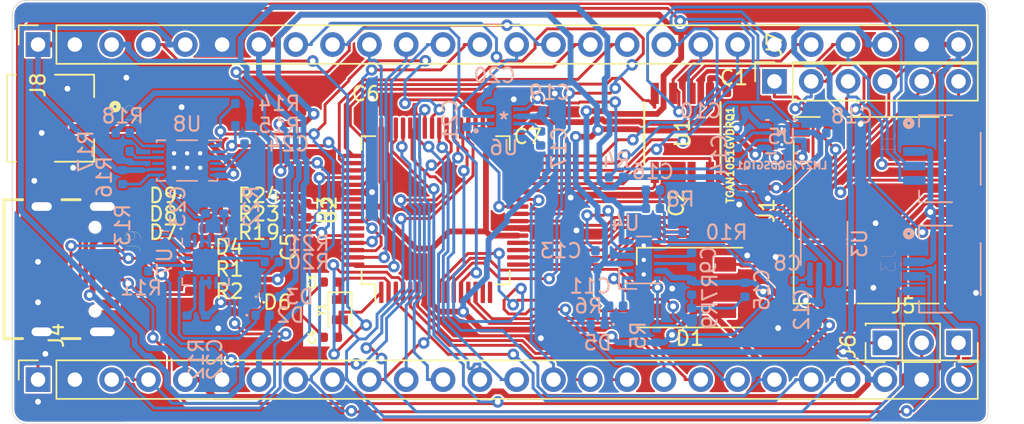
<source format=kicad_pcb>
(kicad_pcb (version 20171130) (host pcbnew "(5.1.6)-1")
  (layers (0 F.Cu signal) (31 B.Cu signal) (34 B.Paste user) (35 F.Paste user) (36 B.SilkS user) (37 F.SilkS user) (38 B.Mask user) (39 F.Mask user) (44 Edge.Cuts user))
  (net 0 "")
  (net 1 GND)
  (net 2 +5V)
  (net 3 "Net-(C3-Pad1)")
  (net 4 "Net-(C4-Pad2)")
  (net 5 RST)
  (net 6 "Net-(C6-Pad2)")
  (net 7 "Net-(C8-Pad1)")
  (net 8 "Net-(C9-Pad2)")
  (net 9 "Net-(C9-Pad1)")
  (net 10 VBUS_NREG)
  (net 11 VBUS_VIN_5V_REG)
  (net 12 "Net-(C13-Pad1)")
  (net 13 "Net-(C14-Pad2)")
  (net 14 "Net-(C14-Pad1)")
  (net 15 VBUS_3V3_CH1_REG)
  (net 16 "Net-(C15-Pad1)")
  (net 17 "Net-(C16-Pad2)")
  (net 18 VBUS_-3V3_CH2_REG)
  (net 19 "Net-(C17-Pad2)")
  (net 20 "Net-(C17-Pad1)")
  (net 21 "Net-(C21-Pad2)")
  (net 22 "Net-(C21-Pad1)")
  (net 23 "Net-(C23-Pad1)")
  (net 24 "Net-(C24-Pad1)")
  (net 25 NEOPIXEL_DOUT)
  (net 26 NEOPIXEL_DIN)
  (net 27 VBUS_USB_NREG)
  (net 28 "Net-(D2-Pad1)")
  (net 29 VBUS_VIN_NREG)
  (net 30 "Net-(D7-Pad2)")
  (net 31 QDAT3)
  (net 32 QSCK)
  (net 33 QDAT0)
  (net 34 QCS)
  (net 35 QDAT1)
  (net 36 QDAT2)
  (net 37 VBUS_BAT)
  (net 38 3[SCL])
  (net 39 2[SDA])
  (net 40 27)
  (net 41 26)
  (net 42 23)
  (net 43 22)
  (net 44 19)
  (net 45 18)
  (net 46 14[I2SMCLK])
  (net 47 11[I2SDI])
  (net 48 10[I2SDO])
  (net 49 CHRG)
  (net 50 EN)
  (net 51 29[CANL])
  (net 52 28[CANH])
  (net 53 25)
  (net 54 24)
  (net 55 21)
  (net 56 20)
  (net 57 17)
  (net 58 16)
  (net 59 13)
  (net 60 12)
  (net 61 9[CS])
  (net 62 8[MI])
  (net 63 5[MO])
  (net 64 4[SCK])
  (net 65 1[Tx0])
  (net 66 0[Rx0])
  (net 67 AREF)
  (net 68 "Net-(J9-PadB5)")
  (net 69 "Net-(J9-PadA5)")
  (net 70 EN_2)
  (net 71 "Net-(R6-Pad1)")
  (net 72 "Net-(R11-Pad2)")
  (net 73 "Net-(R12-Pad2)")
  (net 74 "Net-(R13-Pad1)")
  (net 75 "Net-(R17-Pad1)")
  (net 76 "Net-(R18-Pad1)")
  (net 77 CAN_S)
  (net 78 CAN_RX)
  (net 79 CAN_TX)
  (net 80 CHARGE_MODE_CH0)
  (net 81 CHARGE_MODE_CH1)
  (net 82 CHARGE_ENABLE)
  (net 83 "Net-(U8-Pad9)")
  (net 84 "Net-(U8-Pad11)")
  (net 85 "Net-(U8-Pad4)")
  (net 86 VBUS_BAT_NREG)
  (net 87 "Net-(D8-Pad2)")
  (net 88 VBUS_3V3_CH0_REG)
  (net 89 "Net-(D9-Pad2)")
  (net 90 15)
  (net 91 7[I2SWS])
  (net 92 6[I2SSCK])
  (net 93 USB_P)
  (net 94 USB_N)
  (net 95 31)
  (net 96 30)
  (module Package_QFP:TQFP-64_10x10mm_P0.5mm (layer F.Cu) (at 170.18 127 90)
    (fp_text reference U2 (at 0 -7.35 90) (layer F.SilkS))
    (fp_text value ATSAME51J18A-A)
    (pad 64 smd roundrect (at -3.75 -5.6625 90) (size 0.3 1.475) (layers F.Cu F.Paste F.Mask) (net 62 8[MI]))
    (pad 63 smd roundrect (at -3.25 -5.6625 90) (size 0.3 1.475) (layers F.Cu F.Paste F.Mask) (net 63 5[MO]))
    (pad 62 smd roundrect (at -2.75 -5.6625 90) (size 0.3 1.475) (layers F.Cu F.Paste F.Mask) (net 61 9[CS]))
    (pad 61 smd roundrect (at -2.25 -5.6625 90) (size 0.3 1.475) (layers F.Cu F.Paste F.Mask) (net 64 4[SCK]))
    (pad 60 smd roundrect (at -1.75 -5.6625 90) (size 0.3 1.475) (layers F.Cu F.Paste F.Mask) (net 59 13))
    (pad 59 smd roundrect (at -1.25 -5.6625 90) (size 0.3 1.475) (layers F.Cu F.Paste F.Mask))
    (pad 58 smd roundrect (at -0.75 -5.6625 90) (size 0.3 1.475) (layers F.Cu F.Paste F.Mask))
    (pad 57 smd roundrect (at -0.25 -5.6625 90) (size 0.3 1.475) (layers F.Cu F.Paste F.Mask))
    (pad 56 smd roundrect (at 0.25 -5.6625 90) (size 0.3 1.475) (layers F.Cu F.Paste F.Mask) (net 88 VBUS_3V3_CH0_REG))
    (pad 55 smd roundrect (at 0.75 -5.6625 90) (size 0.3 1.475) (layers F.Cu F.Paste F.Mask))
    (pad 54 smd roundrect (at 1.25 -5.6625 90) (size 0.3 1.475) (layers F.Cu F.Paste F.Mask) (net 1 GND))
    (pad 53 smd roundrect (at 1.75 -5.6625 90) (size 0.3 1.475) (layers F.Cu F.Paste F.Mask) (net 6 "Net-(C6-Pad2)"))
    (pad 52 smd roundrect (at 2.25 -5.6625 90) (size 0.3 1.475) (layers F.Cu F.Paste F.Mask) (net 5 RST))
    (pad 51 smd roundrect (at 2.75 -5.6625 90) (size 0.3 1.475) (layers F.Cu F.Paste F.Mask) (net 77 CAN_S))
    (pad 50 smd roundrect (at 3.25 -5.6625 90) (size 0.3 1.475) (layers F.Cu F.Paste F.Mask) (net 58 16))
    (pad 49 smd roundrect (at 3.75 -5.6625 90) (size 0.3 1.475) (layers F.Cu F.Paste F.Mask) (net 57 17))
    (pad 48 smd roundrect (at 5.6625 -3.75 90) (size 1.475 0.3) (layers F.Cu F.Paste F.Mask) (net 88 VBUS_3V3_CH0_REG))
    (pad 47 smd roundrect (at 5.6625 -3.25 90) (size 1.475 0.3) (layers F.Cu F.Paste F.Mask) (net 1 GND))
    (pad 46 smd roundrect (at 5.6625 -2.75 90) (size 1.475 0.3) (layers F.Cu F.Paste F.Mask) (net 93 USB_P))
    (pad 45 smd roundrect (at 5.6625 -2.25 90) (size 1.475 0.3) (layers F.Cu F.Paste F.Mask) (net 94 USB_N))
    (pad 44 smd roundrect (at 5.6625 -1.75 90) (size 1.475 0.3) (layers F.Cu F.Paste F.Mask) (net 95 31))
    (pad 43 smd roundrect (at 5.6625 -1.25 90) (size 1.475 0.3) (layers F.Cu F.Paste F.Mask) (net 47 11[I2SDI]))
    (pad 42 smd roundrect (at 5.6625 -0.75 90) (size 1.475 0.3) (layers F.Cu F.Paste F.Mask) (net 48 10[I2SDO]))
    (pad 41 smd roundrect (at 5.6625 -0.25 90) (size 1.475 0.3) (layers F.Cu F.Paste F.Mask) (net 91 7[I2SWS]))
    (pad 40 smd roundrect (at 5.6625 0.25 90) (size 1.475 0.3) (layers F.Cu F.Paste F.Mask) (net 46 14[I2SMCLK]))
    (pad 39 smd roundrect (at 5.6625 0.75 90) (size 1.475 0.3) (layers F.Cu F.Paste F.Mask) (net 92 6[I2SSCK]))
    (pad 38 smd roundrect (at 5.6625 1.25 90) (size 1.475 0.3) (layers F.Cu F.Paste F.Mask) (net 40 27))
    (pad 37 smd roundrect (at 5.6625 1.75 90) (size 1.475 0.3) (layers F.Cu F.Paste F.Mask) (net 41 26))
    (pad 36 smd roundrect (at 5.6625 2.25 90) (size 1.475 0.3) (layers F.Cu F.Paste F.Mask) (net 38 3[SCL]))
    (pad 35 smd roundrect (at 5.6625 2.75 90) (size 1.475 0.3) (layers F.Cu F.Paste F.Mask) (net 39 2[SDA]))
    (pad 34 smd roundrect (at 5.6625 3.25 90) (size 1.475 0.3) (layers F.Cu F.Paste F.Mask) (net 88 VBUS_3V3_CH0_REG))
    (pad 33 smd roundrect (at 5.6625 3.75 90) (size 1.475 0.3) (layers F.Cu F.Paste F.Mask) (net 1 GND))
    (pad 32 smd roundrect (at 3.75 5.6625 90) (size 0.3 1.475) (layers F.Cu F.Paste F.Mask) (net 55 21))
    (pad 31 smd roundrect (at 3.25 5.6625 90) (size 0.3 1.475) (layers F.Cu F.Paste F.Mask) (net 56 20))
    (pad 30 smd roundrect (at 2.75 5.6625 90) (size 0.3 1.475) (layers F.Cu F.Paste F.Mask) (net 53 25))
    (pad 29 smd roundrect (at 2.25 5.6625 90) (size 0.3 1.475) (layers F.Cu F.Paste F.Mask) (net 54 24))
    (pad 28 smd roundrect (at 1.75 5.6625 90) (size 0.3 1.475) (layers F.Cu F.Paste F.Mask) (net 78 CAN_RX))
    (pad 27 smd roundrect (at 1.25 5.6625 90) (size 0.3 1.475) (layers F.Cu F.Paste F.Mask) (net 79 CAN_TX))
    (pad 26 smd roundrect (at 0.75 5.6625 90) (size 0.3 1.475) (layers F.Cu F.Paste F.Mask) (net 90 15))
    (pad 25 smd roundrect (at 0.25 5.6625 90) (size 0.3 1.475) (layers F.Cu F.Paste F.Mask) (net 60 12))
    (pad 24 smd roundrect (at -0.25 5.6625 90) (size 0.3 1.475) (layers F.Cu F.Paste F.Mask) (net 34 QCS))
    (pad 23 smd roundrect (at -0.75 5.6625 90) (size 0.3 1.475) (layers F.Cu F.Paste F.Mask) (net 32 QSCK))
    (pad 22 smd roundrect (at -1.25 5.6625 90) (size 0.3 1.475) (layers F.Cu F.Paste F.Mask) (net 1 GND))
    (pad 21 smd roundrect (at -1.75 5.6625 90) (size 0.3 1.475) (layers F.Cu F.Paste F.Mask) (net 88 VBUS_3V3_CH0_REG))
    (pad 20 smd roundrect (at -2.25 5.6625 90) (size 0.3 1.475) (layers F.Cu F.Paste F.Mask) (net 31 QDAT3))
    (pad 19 smd roundrect (at -2.75 5.6625 90) (size 0.3 1.475) (layers F.Cu F.Paste F.Mask) (net 36 QDAT2))
    (pad 18 smd roundrect (at -3.25 5.6625 90) (size 0.3 1.475) (layers F.Cu F.Paste F.Mask) (net 35 QDAT1))
    (pad 17 smd roundrect (at -3.75 5.6625 90) (size 0.3 1.475) (layers F.Cu F.Paste F.Mask) (net 33 QDAT0))
    (pad 16 smd roundrect (at -5.6625 3.75 90) (size 1.475 0.3) (layers F.Cu F.Paste F.Mask))
    (pad 15 smd roundrect (at -5.6625 3.25 90) (size 1.475 0.3) (layers F.Cu F.Paste F.Mask))
    (pad 14 smd roundrect (at -5.6625 2.75 90) (size 1.475 0.3) (layers F.Cu F.Paste F.Mask) (net 42 23))
    (pad 13 smd roundrect (at -5.6625 2.25 90) (size 1.475 0.3) (layers F.Cu F.Paste F.Mask) (net 43 22))
    (pad 12 smd roundrect (at -5.6625 1.75 90) (size 1.475 0.3) (layers F.Cu F.Paste F.Mask) (net 65 1[Tx0]))
    (pad 11 smd roundrect (at -5.6625 1.25 90) (size 1.475 0.3) (layers F.Cu F.Paste F.Mask) (net 66 0[Rx0]))
    (pad 10 smd roundrect (at -5.6625 0.75 90) (size 1.475 0.3) (layers F.Cu F.Paste F.Mask) (net 70 EN_2))
    (pad 9 smd roundrect (at -5.6625 0.25 90) (size 1.475 0.3) (layers F.Cu F.Paste F.Mask) (net 26 NEOPIXEL_DIN))
    (pad 8 smd roundrect (at -5.6625 -0.25 90) (size 1.475 0.3) (layers F.Cu F.Paste F.Mask) (net 88 VBUS_3V3_CH0_REG))
    (pad 7 smd roundrect (at -5.6625 -0.75 90) (size 1.475 0.3) (layers F.Cu F.Paste F.Mask) (net 1 GND))
    (pad 6 smd roundrect (at -5.6625 -1.25 90) (size 1.475 0.3) (layers F.Cu F.Paste F.Mask) (net 44 19))
    (pad 5 smd roundrect (at -5.6625 -1.75 90) (size 1.475 0.3) (layers F.Cu F.Paste F.Mask) (net 45 18))
    (pad 4 smd roundrect (at -5.6625 -2.25 90) (size 1.475 0.3) (layers F.Cu F.Paste F.Mask) (net 67 AREF))
    (pad 3 smd roundrect (at -5.6625 -2.75 90) (size 1.475 0.3) (layers F.Cu F.Paste F.Mask) (net 96 30))
    (pad 2 smd roundrect (at -5.6625 -3.25 90) (size 1.475 0.3) (layers F.Cu F.Paste F.Mask) (net 3 "Net-(C3-Pad1)"))
    (pad 1 smd roundrect (at -5.6625 -3.75 90) (size 1.475 0.3) (layers F.Cu F.Paste F.Mask) (net 4 "Net-(C4-Pad2)"))
  )
  (module USB4105_REVA:GCT_USB4105_REVA (layer F.Cu) (at 143.002 131.064 270)
    (fp_text reference J9 (at -1.925 -6.335 90) (layer F.SilkS) (effects (font (thickness 0.015))))
    (fp_text value USB4105_REVA)
    (pad B8 smd rect (at -1.75 -4.755 270) (size 0.3 1.15) (layers F.Cu F.Paste F.Mask))
    (pad A5 smd rect (at -1.25 -4.755 270) (size 0.3 1.15) (layers F.Cu F.Paste F.Mask) (net 69 "Net-(J9-PadA5)"))
    (pad B7 smd rect (at -0.75 -4.755 270) (size 0.3 1.15) (layers F.Cu F.Paste F.Mask) (net 94 USB_N))
    (pad B5 smd rect (at 1.75 -4.755 270) (size 0.3 1.15) (layers F.Cu F.Paste F.Mask) (net 68 "Net-(J9-PadB5)"))
    (pad A8 smd rect (at 1.25 -4.755 270) (size 0.3 1.15) (layers F.Cu F.Paste F.Mask))
    (pad B6 smd rect (at 0.75 -4.755 270) (size 0.3 1.15) (layers F.Cu F.Paste F.Mask) (net 93 USB_P))
    (pad A6 smd rect (at -0.25 -4.755 270) (size 0.3 1.15) (layers F.Cu F.Paste F.Mask) (net 93 USB_P))
    (pad A7 smd rect (at 0.25 -4.755 270) (size 0.3 1.15) (layers F.Cu F.Paste F.Mask) (net 94 USB_N))
    (pad B4/A9 smd rect (at 2.4 -4.755 270) (size 0.6 1.15) (layers F.Cu F.Paste F.Mask) (net 27 VBUS_USB_NREG))
    (pad A4/B9 smd rect (at -2.4 -4.755 270) (size 0.6 1.15) (layers F.Cu F.Paste F.Mask) (net 27 VBUS_USB_NREG))
    (pad B1/A12 smd rect (at 3.2 -4.755 270) (size 0.6 1.15) (layers F.Cu F.Paste F.Mask) (net 1 GND))
    (pad A1/B12 smd rect (at -3.2 -4.755 270) (size 0.6 1.15) (layers F.Cu F.Paste F.Mask) (net 1 GND))
    (pad None np_thru_hole circle (at -2.89 -3.68 270) (size 0.65 0.65) (drill 0.65) (layers *.Cu *.Mask))
    (pad None np_thru_hole circle (at 2.89 -3.68 270) (size 0.65 0.65) (drill 0.65) (layers *.Cu *.Mask))
    (pad G4 thru_hole oval (at 4.32 -4.18 270) (size 1.05 2.1) (drill oval 0.6 1.7) (layers *.Cu *.Mask) (net 1 GND))
    (pad G3 thru_hole oval (at -4.32 -4.18 270) (size 1.05 2.1) (drill oval 0.6 1.7) (layers *.Cu *.Mask) (net 1 GND))
    (pad G2 thru_hole oval (at 4.32 0 270) (size 1 2) (drill oval 0.6 1.4) (layers *.Cu *.Mask) (net 1 GND))
    (pad G1 thru_hole oval (at -4.32 0 270) (size 1 2) (drill oval 0.6 1.4) (layers *.Cu *.Mask) (net 1 GND))
  )
  (module "SM04B-SRSS-TB_LF__SN_:JST_SM04B-SRSS-TB(LF)(SN)" (layer B.Cu) (at 203.2 131.064 270)
    (fp_text reference J3 (at -0.545095 1.767685 270) (layer B.SilkS) (effects (font (size 1.001173 1.001173) (thickness 0.015)) (justify mirror)))
    (fp_text value QWIIC)
    (pad 4 smd rect (at 1.5 0 270) (size 0.6 1.55) (layers B.Cu B.Paste B.Mask) (net 38 3[SCL]))
    (pad 3 smd rect (at 0.5 0 270) (size 0.6 1.55) (layers B.Cu B.Paste B.Mask) (net 39 2[SDA]))
    (pad 2 smd rect (at -0.5 0 270) (size 0.6 1.55) (layers B.Cu B.Paste B.Mask) (net 88 VBUS_3V3_CH0_REG))
    (pad 1 smd rect (at -1.5 0 270) (size 0.6 1.55) (layers B.Cu B.Paste B.Mask) (net 1 GND))
    (pad S1 smd rect (at -2.8 -3.875 270) (size 1.2 1.8) (layers B.Cu B.Paste B.Mask) (net 1 GND))
    (pad S2 smd rect (at 2.8 -3.875 270) (size 1.2 1.8) (layers B.Cu B.Paste B.Mask) (net 1 GND))
  )
  (module Resistor_SMD:R_0402_1005Metric (layer F.Cu) (at 155.702 125.984 180)
    (fp_text reference R24 (at -2.286 0) (layer F.SilkS))
    (fp_text value 10k)
    (pad 2 smd roundrect (at 0.485 0 180) (size 0.59 0.64) (layers F.Cu F.Paste F.Mask) (net 89 "Net-(D9-Pad2)"))
    (pad 1 smd roundrect (at -0.485 0 180) (size 0.59 0.64) (layers F.Cu F.Paste F.Mask) (net 88 VBUS_3V3_CH0_REG))
  )
  (module LED_SMD:LED_0402_1005Metric (layer F.Cu) (at 153.67 125.984)
    (fp_text reference D9 (at -2.286 0) (layer F.SilkS))
    (fp_text value CHRG)
    (pad 2 smd roundrect (at 0.485 0) (size 0.59 0.64) (layers F.Cu F.Paste F.Mask) (net 89 "Net-(D9-Pad2)"))
    (pad 1 smd roundrect (at -0.485 0) (size 0.59 0.64) (layers F.Cu F.Paste F.Mask) (net 49 CHRG))
  )
  (module Crystal:Crystal_SMD_2012-2Pin_2.0x1.2mm (layer F.Cu) (at 163.576 133.858 270)
    (fp_text reference Y1 (at 0 1.27 90) (layer F.SilkS) (effects (font (size 0.5 0.5) (thickness 0.125))))
    (fp_text value 32.768)
    (pad 2 smd rect (at 0.7 0 270) (size 0.6 1.1) (layers F.Cu F.Paste F.Mask) (net 4 "Net-(C4-Pad2)"))
    (pad 1 smd rect (at -0.7 0 270) (size 0.6 1.1) (layers F.Cu F.Paste F.Mask) (net 3 "Net-(C3-Pad1)"))
  )
  (module Resistor_SMD:R_0402_1005Metric (layer F.Cu) (at 155.702 127 180)
    (fp_text reference R23 (at -2.286 -0.254) (layer F.SilkS))
    (fp_text value 10k)
    (pad 2 smd roundrect (at 0.485 0 180) (size 0.59 0.64) (layers F.Cu F.Paste F.Mask) (net 87 "Net-(D8-Pad2)"))
    (pad 1 smd roundrect (at -0.485 0 180) (size 0.59 0.64) (layers F.Cu F.Paste F.Mask) (net 88 VBUS_3V3_CH0_REG))
  )
  (module LED_SMD:LED_0402_1005Metric (layer F.Cu) (at 153.67 127)
    (fp_text reference D8 (at -2.286 0.254) (layer F.SilkS))
    (fp_text value PWR)
    (pad 2 smd roundrect (at 0.485 0) (size 0.59 0.64) (layers F.Cu F.Paste F.Mask) (net 87 "Net-(D8-Pad2)"))
    (pad 1 smd roundrect (at -0.485 0) (size 0.59 0.64) (layers F.Cu F.Paste F.Mask) (net 1 GND))
  )
  (module "SM04B-SRSS-TB_LF__SN_:JST_SM04B-SRSS-TB(LF)(SN)" (layer B.Cu) (at 203.2 123.444 270)
    (fp_text reference J10 (at -0.545095 1.767685 90) (layer B.SilkS) (effects (font (size 1.001173 1.001173) (thickness 0.015)) (justify mirror)))
    (fp_text value CAN)
    (pad 4 smd rect (at 1.5 0 270) (size 0.6 1.55) (layers B.Cu B.Paste B.Mask) (net 51 29[CANL]))
    (pad 3 smd rect (at 0.5 0 270) (size 0.6 1.55) (layers B.Cu B.Paste B.Mask) (net 52 28[CANH]))
    (pad 2 smd rect (at -0.5 0 270) (size 0.6 1.55) (layers B.Cu B.Paste B.Mask) (net 88 VBUS_3V3_CH0_REG))
    (pad 1 smd rect (at -1.5 0 270) (size 0.6 1.55) (layers B.Cu B.Paste B.Mask) (net 1 GND))
    (pad S1 smd rect (at -2.8 -3.875 270) (size 1.2 1.8) (layers B.Cu B.Paste B.Mask) (net 1 GND))
    (pad S2 smd rect (at 2.8 -3.875 270) (size 1.2 1.8) (layers B.Cu B.Paste B.Mask) (net 1 GND))
  )
  (module Connector_PinSocket_2.54mm:PinSocket_1x26_P2.54mm_Vertical (layer F.Cu) (at 142.748 115.57 90)
    (fp_text reference J8 (at -2.794 0 90) (layer F.SilkS))
    (fp_text value R_PINS)
    (pad 26 thru_hole oval (at 0 63.5 90) (size 1.7 1.7) (drill 1) (layers *.Cu *.Mask) (net 18 VBUS_-3V3_CH2_REG))
    (pad 25 thru_hole oval (at 0 60.96 90) (size 1.7 1.7) (drill 1) (layers *.Cu *.Mask) (net 1 GND))
    (pad 24 thru_hole oval (at 0 58.42 90) (size 1.7 1.7) (drill 1) (layers *.Cu *.Mask) (net 15 VBUS_3V3_CH1_REG))
    (pad 23 thru_hole oval (at 0 55.88 90) (size 1.7 1.7) (drill 1) (layers *.Cu *.Mask) (net 51 29[CANL]))
    (pad 22 thru_hole oval (at 0 53.34 90) (size 1.7 1.7) (drill 1) (layers *.Cu *.Mask) (net 52 28[CANH]))
    (pad 21 thru_hole oval (at 0 50.8 90) (size 1.7 1.7) (drill 1) (layers *.Cu *.Mask) (net 53 25))
    (pad 20 thru_hole oval (at 0 48.26 90) (size 1.7 1.7) (drill 1) (layers *.Cu *.Mask) (net 54 24))
    (pad 19 thru_hole oval (at 0 45.72 90) (size 1.7 1.7) (drill 1) (layers *.Cu *.Mask) (net 55 21))
    (pad 18 thru_hole oval (at 0 43.18 90) (size 1.7 1.7) (drill 1) (layers *.Cu *.Mask) (net 56 20))
    (pad 17 thru_hole oval (at 0 40.64 90) (size 1.7 1.7) (drill 1) (layers *.Cu *.Mask) (net 57 17))
    (pad 16 thru_hole oval (at 0 38.1 90) (size 1.7 1.7) (drill 1) (layers *.Cu *.Mask) (net 58 16))
    (pad 15 thru_hole oval (at 0 35.56 90) (size 1.7 1.7) (drill 1) (layers *.Cu *.Mask) (net 59 13))
    (pad 14 thru_hole oval (at 0 33.02 90) (size 1.7 1.7) (drill 1) (layers *.Cu *.Mask) (net 60 12))
    (pad 13 thru_hole oval (at 0 30.48 90) (size 1.7 1.7) (drill 1) (layers *.Cu *.Mask) (net 61 9[CS]))
    (pad 12 thru_hole oval (at 0 27.94 90) (size 1.7 1.7) (drill 1) (layers *.Cu *.Mask) (net 62 8[MI]))
    (pad 11 thru_hole oval (at 0 25.4 90) (size 1.7 1.7) (drill 1) (layers *.Cu *.Mask) (net 63 5[MO]))
    (pad 10 thru_hole oval (at 0 22.86 90) (size 1.7 1.7) (drill 1) (layers *.Cu *.Mask) (net 64 4[SCK]))
    (pad 9 thru_hole oval (at 0 20.32 90) (size 1.7 1.7) (drill 1) (layers *.Cu *.Mask) (net 65 1[Tx0]))
    (pad 8 thru_hole oval (at 0 17.78 90) (size 1.7 1.7) (drill 1) (layers *.Cu *.Mask) (net 66 0[Rx0]))
    (pad 7 thru_hole oval (at 0 15.24 90) (size 1.7 1.7) (drill 1) (layers *.Cu *.Mask) (net 18 VBUS_-3V3_CH2_REG))
    (pad 6 thru_hole oval (at 0 12.7 90) (size 1.7 1.7) (drill 1) (layers *.Cu *.Mask) (net 1 GND))
    (pad 5 thru_hole oval (at 0 10.16 90) (size 1.7 1.7) (drill 1) (layers *.Cu *.Mask) (net 15 VBUS_3V3_CH1_REG))
    (pad 4 thru_hole oval (at 0 7.62 90) (size 1.7 1.7) (drill 1) (layers *.Cu *.Mask) (net 67 AREF))
    (pad 3 thru_hole oval (at 0 5.08 90) (size 1.7 1.7) (drill 1) (layers *.Cu *.Mask) (net 29 VBUS_VIN_NREG))
    (pad 2 thru_hole oval (at 0 2.54 90) (size 1.7 1.7) (drill 1) (layers *.Cu *.Mask) (net 1 GND))
    (pad 1 thru_hole rect (at 0 0 90) (size 1.7 1.7) (drill 1) (layers *.Cu *.Mask) (net 37 VBUS_BAT))
  )
  (module Connector_PinSocket_2.54mm:PinSocket_1x06_P2.54mm_Vertical (layer F.Cu) (at 193.548 118.11 90)
    (fp_text reference J7 (at 2.54 0 90) (layer F.SilkS))
    (fp_text value QSPI)
    (pad 6 thru_hole oval (at 0 12.7 90) (size 1.7 1.7) (drill 1) (layers *.Cu *.Mask) (net 33 QDAT0))
    (pad 5 thru_hole oval (at 0 10.16 90) (size 1.7 1.7) (drill 1) (layers *.Cu *.Mask) (net 35 QDAT1))
    (pad 4 thru_hole oval (at 0 7.62 90) (size 1.7 1.7) (drill 1) (layers *.Cu *.Mask) (net 36 QDAT2))
    (pad 3 thru_hole oval (at 0 5.08 90) (size 1.7 1.7) (drill 1) (layers *.Cu *.Mask) (net 31 QDAT3))
    (pad 2 thru_hole oval (at 0 2.54 90) (size 1.7 1.7) (drill 1) (layers *.Cu *.Mask) (net 34 QCS))
    (pad 1 thru_hole rect (at 0 0 90) (size 1.7 1.7) (drill 1) (layers *.Cu *.Mask) (net 32 QSCK))
  )
  (module Connector_PinSocket_2.54mm:PinSocket_1x02_P2.54mm_Vertical (layer F.Cu) (at 206.248 136.144 270)
    (fp_text reference J6 (at 0.254 7.62 90) (layer F.SilkS))
    (fp_text value USB)
    (pad 2 thru_hole oval (at 0 2.54 270) (size 1.7 1.7) (drill 1) (layers *.Cu *.Mask) (net 93 USB_P))
    (pad 1 thru_hole rect (at 0 0 270) (size 1.7 1.7) (drill 1) (layers *.Cu *.Mask) (net 94 USB_N))
  )
  (module Connector_PinSocket_2.54mm:PinSocket_1x01_P2.54mm_Vertical (layer F.Cu) (at 201.168 136.144 180)
    (fp_text reference J5 (at -1.27 2.54) (layer F.SilkS))
    (fp_text value NP_OUT)
    (pad 1 thru_hole rect (at 0 0 180) (size 1.7 1.7) (drill 1) (layers *.Cu *.Mask) (net 25 NEOPIXEL_DOUT))
  )
  (module Connector_PinSocket_2.54mm:PinSocket_1x26_P2.54mm_Vertical (layer F.Cu) (at 142.748 138.684 90)
    (fp_text reference J4 (at 3.048 1.27 90) (layer F.SilkS))
    (fp_text value L_PINS)
    (pad 26 thru_hole oval (at 0 63.5 90) (size 1.7 1.7) (drill 1) (layers *.Cu *.Mask) (net 18 VBUS_-3V3_CH2_REG))
    (pad 25 thru_hole oval (at 0 60.96 90) (size 1.7 1.7) (drill 1) (layers *.Cu *.Mask) (net 1 GND))
    (pad 24 thru_hole oval (at 0 58.42 90) (size 1.7 1.7) (drill 1) (layers *.Cu *.Mask) (net 15 VBUS_3V3_CH1_REG))
    (pad 23 thru_hole oval (at 0 55.88 90) (size 1.7 1.7) (drill 1) (layers *.Cu *.Mask) (net 95 31))
    (pad 22 thru_hole oval (at 0 53.34 90) (size 1.7 1.7) (drill 1) (layers *.Cu *.Mask) (net 96 30))
    (pad 21 thru_hole oval (at 0 50.8 90) (size 1.7 1.7) (drill 1) (layers *.Cu *.Mask) (net 40 27))
    (pad 20 thru_hole oval (at 0 48.26 90) (size 1.7 1.7) (drill 1) (layers *.Cu *.Mask) (net 41 26))
    (pad 19 thru_hole oval (at 0 45.72 90) (size 1.7 1.7) (drill 1) (layers *.Cu *.Mask) (net 42 23))
    (pad 18 thru_hole oval (at 0 43.18 90) (size 1.7 1.7) (drill 1) (layers *.Cu *.Mask) (net 43 22))
    (pad 17 thru_hole oval (at 0 40.64 90) (size 1.7 1.7) (drill 1) (layers *.Cu *.Mask) (net 44 19))
    (pad 16 thru_hole oval (at 0 38.1 90) (size 1.7 1.7) (drill 1) (layers *.Cu *.Mask) (net 45 18))
    (pad 15 thru_hole oval (at 0 35.56 90) (size 1.7 1.7) (drill 1) (layers *.Cu *.Mask) (net 90 15))
    (pad 14 thru_hole oval (at 0 33.02 90) (size 1.7 1.7) (drill 1) (layers *.Cu *.Mask) (net 46 14[I2SMCLK]))
    (pad 13 thru_hole oval (at 0 30.48 90) (size 1.7 1.7) (drill 1) (layers *.Cu *.Mask) (net 47 11[I2SDI]))
    (pad 12 thru_hole oval (at 0 27.94 90) (size 1.7 1.7) (drill 1) (layers *.Cu *.Mask) (net 48 10[I2SDO]))
    (pad 11 thru_hole oval (at 0 25.4 90) (size 1.7 1.7) (drill 1) (layers *.Cu *.Mask) (net 91 7[I2SWS]))
    (pad 10 thru_hole oval (at 0 22.86 90) (size 1.7 1.7) (drill 1) (layers *.Cu *.Mask) (net 92 6[I2SSCK]))
    (pad 9 thru_hole oval (at 0 20.32 90) (size 1.7 1.7) (drill 1) (layers *.Cu *.Mask) (net 38 3[SCL]))
    (pad 8 thru_hole oval (at 0 17.78 90) (size 1.7 1.7) (drill 1) (layers *.Cu *.Mask) (net 39 2[SDA]))
    (pad 7 thru_hole oval (at 0 15.24 90) (size 1.7 1.7) (drill 1) (layers *.Cu *.Mask) (net 18 VBUS_-3V3_CH2_REG))
    (pad 6 thru_hole oval (at 0 12.7 90) (size 1.7 1.7) (drill 1) (layers *.Cu *.Mask) (net 1 GND))
    (pad 5 thru_hole oval (at 0 10.16 90) (size 1.7 1.7) (drill 1) (layers *.Cu *.Mask) (net 15 VBUS_3V3_CH1_REG))
    (pad 4 thru_hole oval (at 0 7.62 90) (size 1.7 1.7) (drill 1) (layers *.Cu *.Mask) (net 49 CHRG))
    (pad 3 thru_hole oval (at 0 5.08 90) (size 1.7 1.7) (drill 1) (layers *.Cu *.Mask) (net 5 RST))
    (pad 2 thru_hole oval (at 0 2.54 90) (size 1.7 1.7) (drill 1) (layers *.Cu *.Mask) (net 1 GND))
    (pad 1 thru_hole rect (at 0 0 90) (size 1.7 1.7) (drill 1) (layers *.Cu *.Mask) (net 50 EN))
  )
  (module Resistor_SMD:R_0402_1005Metric (layer B.Cu) (at 155.575 126.746 270)
    (fp_text reference R22 (at 0 -1.905 90) (layer B.SilkS) (effects (justify mirror)))
    (fp_text value 10k)
    (pad 2 smd roundrect (at 0.485 0 270) (size 0.59 0.64) (layers B.Cu B.Paste B.Mask) (net 82 CHARGE_ENABLE))
    (pad 1 smd roundrect (at -0.485 0 270) (size 0.59 0.64) (layers B.Cu B.Paste B.Mask) (net 1 GND))
  )
  (module Resistor_SMD:R_0402_1005Metric (layer B.Cu) (at 158.877 129.286)
    (fp_text reference R21 (at 2.54 0 180) (layer B.SilkS) (effects (justify mirror)))
    (fp_text value 10k)
    (pad 2 smd roundrect (at 0.485 0) (size 0.59 0.64) (layers B.Cu B.Paste B.Mask) (net 1 GND))
    (pad 1 smd roundrect (at -0.485 0) (size 0.59 0.64) (layers B.Cu B.Paste B.Mask) (net 81 CHARGE_MODE_CH1))
  )
  (module Resistor_SMD:R_0402_1005Metric (layer B.Cu) (at 158.877 130.556 180)
    (fp_text reference R20 (at -2.54 0 180) (layer B.SilkS) (effects (justify mirror)))
    (fp_text value 10k)
    (pad 2 smd roundrect (at 0.485 0 180) (size 0.59 0.64) (layers B.Cu B.Paste B.Mask) (net 80 CHARGE_MODE_CH0))
    (pad 1 smd roundrect (at -0.485 0 180) (size 0.59 0.64) (layers B.Cu B.Paste B.Mask) (net 28 "Net-(D2-Pad1)"))
  )
  (module Resistor_SMD:R_0402_1005Metric (layer B.Cu) (at 185.42 135.636 270)
    (fp_text reference R5 (at 0 1.27 270) (layer B.SilkS) (effects (justify mirror)))
    (fp_text value 10k)
    (pad 2 smd roundrect (at 0.485 0 270) (size 0.59 0.64) (layers B.Cu B.Paste B.Mask) (net 88 VBUS_3V3_CH0_REG))
    (pad 1 smd roundrect (at -0.485 0 270) (size 0.59 0.64) (layers B.Cu B.Paste B.Mask) (net 70 EN_2))
  )
  (module Package_SON:Texas_S-PDSO-N12 (layer B.Cu) (at 153.035 123.571 180)
    (fp_text reference U8 (at -0.000701 2.517393 180) (layer B.SilkS) (effects (justify mirror)))
    (fp_text value BQ27441DRZR-G1B)
    (pad 13 smd rect (at -1.1 -1.365 270) (size 0.575 0.4) (layers B.Cu B.Paste B.Mask) (net 1 GND))
    (pad 13 smd rect (at -1.1 1.365 270) (size 0.575 0.4) (layers B.Cu B.Paste B.Mask) (net 1 GND))
    (pad 13 smd rect (at 1.1 1.365 270) (size 0.575 0.4) (layers B.Cu B.Paste B.Mask) (net 1 GND))
    (pad 13 smd rect (at 1.1 -1.365 270) (size 0.575 0.4) (layers B.Cu B.Paste B.Mask) (net 1 GND))
    (pad 13 smd rect (at 0.65 -0.4875 90) (size 0.975 1.3) (layers B.Cu B.Paste) (net 1 GND))
    (pad 13 smd rect (at -0.65 -0.4875 90) (size 0.975 1.3) (layers B.Cu B.Paste) (net 1 GND))
    (pad 13 smd rect (at -0.65 0.4875 90) (size 0.975 1.3) (layers B.Cu B.Paste) (net 1 GND))
    (pad 13 smd rect (at 0.65 0.4875 90) (size 0.975 1.3) (layers B.Cu B.Paste) (net 1 GND))
    (pad 13 smd rect (at 0 0 270) (size 1.95 2.6) (layers F.Cu B.Mask) (net 1 GND))
    (pad 13 thru_hole circle (at 0 -0.5 180) (size 0.6 0.6) (drill 0.3) (layers *.Cu) (net 1 GND))
    (pad 13 thru_hole circle (at 0 0.5 180) (size 0.6 0.6) (drill 0.3) (layers *.Cu) (net 1 GND))
    (pad 13 thru_hole circle (at -0.9 0.5 180) (size 0.6 0.6) (drill 0.3) (layers *.Cu) (net 1 GND))
    (pad 13 thru_hole circle (at 0.9 0.5 180) (size 0.6 0.6) (drill 0.3) (layers *.Cu) (net 1 GND))
    (pad 13 thru_hole circle (at 0.9 -0.5 180) (size 0.6 0.6) (drill 0.3) (layers *.Cu) (net 1 GND))
    (pad 13 thru_hole circle (at -0.9 -0.5 180) (size 0.6 0.6) (drill 0.3) (layers *.Cu) (net 1 GND))
    (pad 7 smd rect (at 2.3 -1 180) (size 0.2 0.2) (layers B.Cu B.Paste B.Mask) (net 23 "Net-(C23-Pad1)"))
    (pad 8 smd rect (at 2.3 -0.6 180) (size 0.2 0.2) (layers B.Cu B.Paste B.Mask) (net 37 VBUS_BAT))
    (pad 9 smd rect (at 2.3 -0.2 180) (size 0.2 0.2) (layers B.Cu B.Paste B.Mask) (net 83 "Net-(U8-Pad9)"))
    (pad 10 smd rect (at 2.3 0.2 180) (size 0.2 0.2) (layers B.Cu B.Paste B.Mask) (net 75 "Net-(R17-Pad1)"))
    (pad 11 smd rect (at 2.3 0.6 180) (size 0.2 0.2) (layers B.Cu B.Paste B.Mask) (net 84 "Net-(U8-Pad11)"))
    (pad 12 smd rect (at 2.3 1 180) (size 0.2 0.2) (layers B.Cu B.Paste B.Mask) (net 76 "Net-(R18-Pad1)"))
    (pad 1 smd rect (at -2.3 1 180) (size 0.2 0.2) (layers B.Cu B.Paste B.Mask) (net 39 2[SDA]))
    (pad 2 smd rect (at -2.3 0.6 180) (size 0.2 0.2) (layers B.Cu B.Paste B.Mask) (net 38 3[SCL]))
    (pad 6 smd rect (at -2.3 -1 180) (size 0.2 0.2) (layers B.Cu B.Paste B.Mask) (net 37 VBUS_BAT))
    (pad 5 smd rect (at -2.3 -0.6 180) (size 0.2 0.2) (layers B.Cu B.Paste B.Mask) (net 24 "Net-(C24-Pad1)"))
    (pad 4 smd rect (at -2.3 -0.2 180) (size 0.2 0.2) (layers B.Cu B.Paste B.Mask) (net 85 "Net-(U8-Pad4)"))
    (pad 7 smd oval (at 1.975 -1 180) (size 0.85 0.2) (layers B.Cu B.Paste B.Mask) (net 23 "Net-(C23-Pad1)"))
    (pad 8 smd oval (at 1.975 -0.6 180) (size 0.85 0.2) (layers B.Cu B.Paste B.Mask) (net 37 VBUS_BAT))
    (pad 9 smd oval (at 1.975 -0.2 180) (size 0.85 0.2) (layers B.Cu B.Paste B.Mask) (net 83 "Net-(U8-Pad9)"))
    (pad 10 smd oval (at 1.975 0.2 180) (size 0.85 0.2) (layers B.Cu B.Paste B.Mask) (net 75 "Net-(R17-Pad1)"))
    (pad 11 smd oval (at 1.975 0.6 180) (size 0.85 0.2) (layers B.Cu B.Paste B.Mask) (net 84 "Net-(U8-Pad11)"))
    (pad 12 smd oval (at 1.975 1 180) (size 0.85 0.2) (layers B.Cu B.Paste B.Mask) (net 76 "Net-(R18-Pad1)"))
    (pad 6 smd oval (at -1.975 -1 180) (size 0.85 0.2) (layers B.Cu B.Paste B.Mask) (net 37 VBUS_BAT))
    (pad 5 smd oval (at -1.975 -0.6 180) (size 0.85 0.2) (layers B.Cu B.Paste B.Mask) (net 24 "Net-(C24-Pad1)"))
    (pad 4 smd oval (at -1.975 -0.2 180) (size 0.85 0.2) (layers B.Cu B.Paste B.Mask) (net 85 "Net-(U8-Pad4)"))
    (pad 1 smd oval (at -1.975 1 180) (size 0.85 0.2) (layers B.Cu B.Paste B.Mask) (net 39 2[SDA]))
    (pad 2 smd oval (at -1.975 0.6 180) (size 0.85 0.2) (layers B.Cu B.Paste B.Mask) (net 38 3[SCL]))
    (pad 3 smd oval (at -1.975 0.2 180) (size 0.85 0.2) (layers B.Cu B.Paste B.Mask) (net 1 GND))
    (pad 3 smd rect (at -2.3 0.2 180) (size 0.2 0.2) (layers B.Cu B.Paste B.Mask) (net 1 GND))
    (pad 13 smd rect (at -1.1 1.3125 270) (size 0.675 0.4) (layers B.Cu B.Mask) (net 1 GND))
    (pad 13 smd rect (at 1.1 1.3125 270) (size 0.675 0.4) (layers B.Cu B.Mask) (net 1 GND))
    (pad 13 smd rect (at 1.1 -1.3125 270) (size 0.675 0.4) (layers B.Cu B.Mask) (net 1 GND))
    (pad 13 smd rect (at -1.1 -1.3125 270) (size 0.675 0.4) (layers B.Cu B.Mask) (net 1 GND))
    (pad 13 smd rect (at 0 0 270) (size 1.95 2.6) (layers B.Cu B.Mask) (net 1 GND))
  )
  (module Package_DFN_QFN:VQFN-16-1EP_3x3mm_P0.5mm_EP1.6x1.6mm (layer B.Cu) (at 154.305 130.556 270)
    (fp_text reference U7 (at 0 2.82 90) (layer B.SilkS) (effects (justify mirror)))
    (fp_text value BQ24074RGT)
    (pad 17 smd rect (at 0 0 270) (size 1.6 1.6) (layers B.Cu B.Mask) (net 1 GND))
    (pad 16 smd roundrect (at -0.75 1.4375 270) (size 0.25 0.875) (layers B.Cu B.Paste B.Mask) (net 74 "Net-(R13-Pad1)"))
    (pad 15 smd roundrect (at -0.25 1.4375 270) (size 0.25 0.875) (layers B.Cu B.Paste B.Mask))
    (pad 14 smd roundrect (at 0.25 1.4375 270) (size 0.25 0.875) (layers B.Cu B.Paste B.Mask) (net 72 "Net-(R11-Pad2)"))
    (pad 13 smd roundrect (at 0.75 1.4375 270) (size 0.25 0.875) (layers B.Cu B.Paste B.Mask) (net 28 "Net-(D2-Pad1)"))
    (pad 12 smd roundrect (at 1.4375 0.75 270) (size 0.875 0.25) (layers B.Cu B.Paste B.Mask) (net 73 "Net-(R12-Pad2)"))
    (pad 11 smd roundrect (at 1.4375 0.25 270) (size 0.875 0.25) (layers B.Cu B.Paste B.Mask) (net 86 VBUS_BAT_NREG))
    (pad 10 smd roundrect (at 1.4375 -0.25 270) (size 0.875 0.25) (layers B.Cu B.Paste B.Mask) (net 86 VBUS_BAT_NREG))
    (pad 9 smd roundrect (at 1.4375 -0.75 270) (size 0.875 0.25) (layers B.Cu B.Paste B.Mask) (net 49 CHRG))
    (pad 8 smd roundrect (at 0.75 -1.4375 270) (size 0.25 0.875) (layers B.Cu B.Paste B.Mask) (net 1 GND))
    (pad 7 smd roundrect (at 0.25 -1.4375 270) (size 0.25 0.875) (layers B.Cu B.Paste B.Mask))
    (pad 6 smd roundrect (at -0.25 -1.4375 270) (size 0.25 0.875) (layers B.Cu B.Paste B.Mask) (net 80 CHARGE_MODE_CH0))
    (pad 5 smd roundrect (at -0.75 -1.4375 270) (size 0.25 0.875) (layers B.Cu B.Paste B.Mask) (net 81 CHARGE_MODE_CH1))
    (pad 4 smd roundrect (at -1.4375 -0.75 270) (size 0.875 0.25) (layers B.Cu B.Paste B.Mask) (net 82 CHARGE_ENABLE))
    (pad 3 smd roundrect (at -1.4375 -0.25 270) (size 0.875 0.25) (layers B.Cu B.Paste B.Mask) (net 23 "Net-(C23-Pad1)"))
    (pad 2 smd roundrect (at -1.4375 0.25 270) (size 0.875 0.25) (layers B.Cu B.Paste B.Mask) (net 23 "Net-(C23-Pad1)"))
    (pad 1 smd roundrect (at -1.4375 0.75 270) (size 0.875 0.25) (layers B.Cu B.Paste B.Mask))
  )
  (module ul_SC630AULTRT:SC630AULTRT (layer B.Cu) (at 174.879 120.777)
    (fp_text reference U6 (at 0 1.905) (layer B.SilkS) (effects (justify mirror)))
    (fp_text value SC630AULTRT hide)
    (fp_text user * (at 0 0) (layer B.SilkS) (effects (justify mirror)))
    (pad 9 smd rect (at 0 0) (size 0.889 1.8034) (layers B.Cu B.Paste B.Mask) (net 1 GND))
    (pad 8 smd rect (at 1.0009 0.750189) (size 0.706399 0.2548) (layers B.Cu B.Paste B.Mask) (net 19 "Net-(C17-Pad2)"))
    (pad 7 smd rect (at 1.0009 0.250063) (size 0.706399 0.2548) (layers B.Cu B.Paste B.Mask) (net 20 "Net-(C17-Pad1)"))
    (pad 6 smd rect (at 1.0009 -0.250063) (size 0.706399 0.2548) (layers B.Cu B.Paste B.Mask) (net 88 VBUS_3V3_CH0_REG))
    (pad 5 smd rect (at 1.0009 -0.750189) (size 0.706399 0.2548) (layers B.Cu B.Paste B.Mask) (net 50 EN))
    (pad 4 smd rect (at -1.0009 -0.750189) (size 0.706399 0.2548) (layers B.Cu B.Paste B.Mask) (net 10 VBUS_NREG))
    (pad 3 smd rect (at -1.0009 -0.250063) (size 0.706399 0.2548) (layers B.Cu B.Paste B.Mask) (net 22 "Net-(C21-Pad1)"))
    (pad 2 smd rect (at -1.0009 0.250063) (size 0.706399 0.2548) (layers B.Cu B.Paste B.Mask) (net 21 "Net-(C21-Pad2)"))
    (pad 1 smd rect (at -1.0009 0.750189) (size 0.706399 0.2548) (layers B.Cu B.Paste B.Mask) (net 1 GND))
  )
  (module ul_LM2775QDSGTQ1:LM2775QDSGTQ1 (layer B.Cu) (at 194.056 121.92)
    (fp_text reference U5 (at 0 0) (layer B.SilkS) (effects (justify mirror)))
    (fp_text value LM2775QDSGTQ1 (at 0 1.989999) (layer B.SilkS) (effects (font (size 0.5 0.5) (thickness 0.125)) (justify mirror)))
    (fp_text user * (at 0 0) (layer B.SilkS) (effects (justify mirror)))
    (pad V thru_hole circle (at 0 -0.550001) (size 0.499999 0.499999) (drill 0.2032) (layers *.Cu *.Mask))
    (pad V thru_hole circle (at 0 0.549996) (size 0.499999 0.499999) (drill 0.2032) (layers *.Cu *.Mask))
    (pad 9 smd rect (at 0 0) (size 0.900001 1.599999) (layers B.Cu B.Paste B.Mask) (net 1 GND))
    (pad 8 smd rect (at 0.950001 0.749998 270) (size 0.249999 0.499999) (layers B.Cu B.Paste B.Mask) (net 1 GND))
    (pad 7 smd rect (at 0.950001 0.25 270) (size 0.249999 0.499999) (layers B.Cu B.Paste B.Mask) (net 10 VBUS_NREG))
    (pad 6 smd rect (at 0.950001 -0.250002 270) (size 0.249999 0.499999) (layers B.Cu B.Paste B.Mask) (net 2 +5V))
    (pad 5 smd rect (at 0.950001 -0.750001 270) (size 0.249999 0.499999) (layers B.Cu B.Paste B.Mask) (net 50 EN))
    (pad 4 smd rect (at -0.950001 -0.750001 270) (size 0.249999 0.499999) (layers B.Cu B.Paste B.Mask) (net 10 VBUS_NREG))
    (pad 3 smd rect (at -0.950001 -0.250002 270) (size 0.249999 0.499999) (layers B.Cu B.Paste B.Mask) (net 13 "Net-(C14-Pad2)"))
    (pad 2 smd rect (at -0.950001 0.25 270) (size 0.249999 0.499999) (layers B.Cu B.Paste B.Mask) (net 14 "Net-(C14-Pad1)"))
    (pad 1 smd rect (at -0.950001 0.749998 270) (size 0.249999 0.499999) (layers B.Cu B.Paste B.Mask) (net 10 VBUS_NREG))
  )
  (module Package_SON:WSON-12-1EP_3x2mm_P0.5mm_EP1x2.65_ThermalVias (layer B.Cu) (at 184.531 130.429)
    (fp_text reference U4 (at -1.27 -2.54) (layer B.SilkS) (effects (justify mirror)))
    (fp_text value LM27762)
    (pad 13 smd rect (at 0 0) (size 1 2.65) (layers B.Cu B.Mask) (net 1 GND))
    (pad 13 smd rect (at 0 0) (size 1 2.65) (layers F.Cu) (net 1 GND))
    (pad 13 thru_hole circle (at 0 -1) (size 0.6 0.6) (drill 0.3) (layers *.Cu) (net 1 GND))
    (pad 13 thru_hole circle (at 0 1 270) (size 0.6 0.6) (drill 0.3) (layers *.Cu) (net 1 GND))
    (pad 13 thru_hole circle (at 0 0) (size 0.6 0.6) (drill 0.3) (layers *.Cu) (net 1 GND))
    (pad 12 smd rect (at 0.95 1.25) (size 0.5 0.25) (layers B.Cu B.Paste B.Mask) (net 70 EN_2))
    (pad 11 smd rect (at 0.95 0.75) (size 0.5 0.25) (layers B.Cu B.Paste B.Mask) (net 15 VBUS_3V3_CH1_REG))
    (pad 10 smd rect (at 0.95 0.25) (size 0.5 0.25) (layers B.Cu B.Paste B.Mask) (net 9 "Net-(C9-Pad1)"))
    (pad 9 smd rect (at 0.95 -0.25) (size 0.5 0.25) (layers B.Cu B.Paste B.Mask) (net 8 "Net-(C9-Pad2)"))
    (pad 8 smd rect (at 0.95 -0.75) (size 0.5 0.25) (layers B.Cu B.Paste B.Mask) (net 70 EN_2))
    (pad 7 smd rect (at 0.95 -1.25) (size 0.5 0.25) (layers B.Cu B.Paste B.Mask) (net 17 "Net-(C16-Pad2)"))
    (pad 6 smd rect (at -0.95 -1.25) (size 0.5 0.25) (layers B.Cu B.Paste B.Mask) (net 18 VBUS_-3V3_CH2_REG))
    (pad 5 smd rect (at -0.95 -0.75) (size 0.5 0.25) (layers B.Cu B.Paste B.Mask) (net 12 "Net-(C13-Pad1)"))
    (pad 4 smd rect (at -0.95 -0.25) (size 0.5 0.25) (layers B.Cu B.Paste B.Mask) (net 1 GND))
    (pad 3 smd rect (at -0.95 0.25) (size 0.5 0.25) (layers B.Cu B.Paste B.Mask) (net 10 VBUS_NREG))
    (pad 2 smd rect (at -0.95 0.75) (size 0.5 0.25) (layers B.Cu B.Paste B.Mask) (net 16 "Net-(C15-Pad1)"))
    (pad 1 smd rect (at -0.95 1.25) (size 0.5 0.25) (layers B.Cu B.Paste B.Mask) (net 71 "Net-(R6-Pad1)"))
  )
  (module Package_SO:MSOP-8_3x3mm_P0.65mm (layer B.Cu) (at 196.977 129.286 90)
    (fp_text reference U3 (at 0 2.45 270) (layer B.SilkS) (effects (justify mirror)))
    (fp_text value MIC5219-5.0YMM)
    (pad 8 smd roundrect (at 2.1125 0.975 90) (size 1.625 0.4) (layers B.Cu B.Paste B.Mask) (net 1 GND))
    (pad 7 smd roundrect (at 2.1125 0.325 90) (size 1.625 0.4) (layers B.Cu B.Paste B.Mask) (net 1 GND))
    (pad 6 smd roundrect (at 2.1125 -0.325 90) (size 1.625 0.4) (layers B.Cu B.Paste B.Mask) (net 1 GND))
    (pad 5 smd roundrect (at 2.1125 -0.975 90) (size 1.625 0.4) (layers B.Cu B.Paste B.Mask) (net 1 GND))
    (pad 4 smd roundrect (at -2.1125 -0.975 90) (size 1.625 0.4) (layers B.Cu B.Paste B.Mask) (net 7 "Net-(C8-Pad1)"))
    (pad 3 smd roundrect (at -2.1125 -0.325 90) (size 1.625 0.4) (layers B.Cu B.Paste B.Mask) (net 11 VBUS_VIN_5V_REG))
    (pad 2 smd roundrect (at -2.1125 0.325 90) (size 1.625 0.4) (layers B.Cu B.Paste B.Mask) (net 29 VBUS_VIN_NREG))
    (pad 1 smd roundrect (at -2.1125 0.975 90) (size 1.625 0.4) (layers B.Cu B.Paste B.Mask) (net 50 EN))
  )
  (module ul_TCAN1051GVDRQ1:TCAN1051GVDRQ1 (layer F.Cu) (at 187.198 121.666 90)
    (fp_text reference U1 (at 0 0 90) (layer F.SilkS))
    (fp_text value TCAN1051GVDRQ1 (at -1.524 3.302 90) (layer F.SilkS) (effects (font (size 0.5 0.5) (thickness 0.125))))
    (pad 8 smd rect (at 2.72415 -1.905 90) (size 1.4605 0.5588) (layers F.Cu F.Paste F.Mask) (net 77 CAN_S))
    (pad 7 smd rect (at 2.72415 -0.635 90) (size 1.4605 0.5588) (layers F.Cu F.Paste F.Mask) (net 52 28[CANH]))
    (pad 6 smd rect (at 2.72415 0.635 90) (size 1.4605 0.5588) (layers F.Cu F.Paste F.Mask) (net 51 29[CANL]))
    (pad 5 smd rect (at 2.72415 1.905 90) (size 1.4605 0.5588) (layers F.Cu F.Paste F.Mask) (net 88 VBUS_3V3_CH0_REG))
    (pad 4 smd rect (at -2.72415 1.905 90) (size 1.4605 0.5588) (layers F.Cu F.Paste F.Mask) (net 78 CAN_RX))
    (pad 3 smd rect (at -2.72415 0.635 90) (size 1.4605 0.5588) (layers F.Cu F.Paste F.Mask) (net 2 +5V))
    (pad 2 smd rect (at -2.72415 -0.635 90) (size 1.4605 0.5588) (layers F.Cu F.Paste F.Mask) (net 1 GND))
    (pad 1 smd rect (at -2.72415 -1.905 90) (size 1.4605 0.5588) (layers F.Cu F.Paste F.Mask) (net 79 CAN_TX))
  )
  (module Resistor_SMD:R_0402_1005Metric (layer F.Cu) (at 155.702 128.27 180)
    (fp_text reference R19 (at -2.286 -0.254) (layer F.SilkS))
    (fp_text value 10k)
    (pad 2 smd roundrect (at 0.485 0 180) (size 0.59 0.64) (layers F.Cu F.Paste F.Mask) (net 30 "Net-(D7-Pad2)"))
    (pad 1 smd roundrect (at -0.485 0 180) (size 0.59 0.64) (layers F.Cu F.Paste F.Mask) (net 59 13))
  )
  (module Resistor_SMD:R_0402_1005Metric (layer B.Cu) (at 148.59 121.666 180)
    (fp_text reference R18 (at 0 1.17 180) (layer B.SilkS) (effects (justify mirror)))
    (fp_text value 10k)
    (pad 2 smd roundrect (at 0.485 0 180) (size 0.59 0.64) (layers B.Cu B.Paste B.Mask) (net 88 VBUS_3V3_CH0_REG))
    (pad 1 smd roundrect (at -0.485 0 180) (size 0.59 0.64) (layers B.Cu B.Paste B.Mask) (net 76 "Net-(R18-Pad1)"))
  )
  (module Resistor_SMD:R_0402_1005Metric (layer B.Cu) (at 148.59 122.936 180)
    (fp_text reference R17 (at 2.54 0 90) (layer B.SilkS) (effects (justify mirror)))
    (fp_text value 10k)
    (pad 2 smd roundrect (at 0.485 0 180) (size 0.59 0.64) (layers B.Cu B.Paste B.Mask) (net 1 GND))
    (pad 1 smd roundrect (at -0.485 0 180) (size 0.59 0.64) (layers B.Cu B.Paste B.Mask) (net 75 "Net-(R17-Pad1)"))
  )
  (module Resistor_SMD:R_0402_1005Metric (layer B.Cu) (at 148.59 124.714 90)
    (fp_text reference R16 (at 0 -1.27 90) (layer B.SilkS) (effects (justify mirror)))
    (fp_text value 0.01)
    (pad 2 smd roundrect (at 0.485 0 90) (size 0.59 0.64) (layers B.Cu B.Paste B.Mask) (net 37 VBUS_BAT))
    (pad 1 smd roundrect (at -0.485 0 90) (size 0.59 0.64) (layers B.Cu B.Paste B.Mask) (net 23 "Net-(C23-Pad1)"))
  )
  (module Resistor_SMD:R_0402_1005Metric (layer B.Cu) (at 156.845 121.158)
    (fp_text reference R15 (at 2.54 0 180) (layer B.SilkS) (effects (justify mirror)))
    (fp_text value 5.1k)
    (pad 2 smd roundrect (at 0.485 0) (size 0.59 0.64) (layers B.Cu B.Paste B.Mask) (net 88 VBUS_3V3_CH0_REG))
    (pad 1 smd roundrect (at -0.485 0) (size 0.59 0.64) (layers B.Cu B.Paste B.Mask) (net 38 3[SCL]))
  )
  (module Resistor_SMD:R_0402_1005Metric (layer B.Cu) (at 156.845 119.634 180)
    (fp_text reference R14 (at -2.54 0 180) (layer B.SilkS) (effects (justify mirror)))
    (fp_text value 5.1k)
    (pad 2 smd roundrect (at 0.485 0 180) (size 0.59 0.64) (layers B.Cu B.Paste B.Mask) (net 39 2[SDA]))
    (pad 1 smd roundrect (at -0.485 0 180) (size 0.59 0.64) (layers B.Cu B.Paste B.Mask) (net 88 VBUS_3V3_CH0_REG))
  )
  (module Resistor_SMD:R_0402_1005Metric (layer B.Cu) (at 150.495 128.651 180)
    (fp_text reference R13 (at 1.905 0.635 270) (layer B.SilkS) (effects (justify mirror)))
    (fp_text value 1.13k)
    (pad 2 smd roundrect (at 0.485 0 180) (size 0.59 0.64) (layers B.Cu B.Paste B.Mask) (net 1 GND))
    (pad 1 smd roundrect (at -0.485 0 180) (size 0.59 0.64) (layers B.Cu B.Paste B.Mask) (net 74 "Net-(R13-Pad1)"))
  )
  (module Resistor_SMD:R_0402_1005Metric (layer B.Cu) (at 153.035 134.747 90)
    (fp_text reference R12 (at -2.54 0.635 90) (layer B.SilkS) (effects (justify mirror)))
    (fp_text value 1.18k)
    (pad 2 smd roundrect (at 0.485 0 90) (size 0.59 0.64) (layers B.Cu B.Paste B.Mask) (net 73 "Net-(R12-Pad2)"))
    (pad 1 smd roundrect (at -0.485 0 90) (size 0.59 0.64) (layers B.Cu B.Paste B.Mask) (net 1 GND))
  )
  (module Resistor_SMD:R_0402_1005Metric (layer B.Cu) (at 149.86 131.191)
    (fp_text reference R11 (at 0 1.17 180) (layer B.SilkS) (effects (justify mirror)))
    (fp_text value 46.4k)
    (pad 2 smd roundrect (at 0.485 0) (size 0.59 0.64) (layers B.Cu B.Paste B.Mask) (net 72 "Net-(R11-Pad2)"))
    (pad 1 smd roundrect (at -0.485 0) (size 0.59 0.64) (layers B.Cu B.Paste B.Mask) (net 1 GND))
  )
  (module Resistor_SMD:R_0402_1005Metric (layer B.Cu) (at 187.706 128.524 180)
    (fp_text reference R10 (at -2.54 0) (layer B.SilkS) (effects (justify mirror)))
    (fp_text value 50k)
    (pad 2 smd roundrect (at 0.485 0 180) (size 0.59 0.64) (layers B.Cu B.Paste B.Mask) (net 17 "Net-(C16-Pad2)"))
    (pad 1 smd roundrect (at -0.485 0 180) (size 0.59 0.64) (layers B.Cu B.Paste B.Mask) (net 1 GND))
  )
  (module Resistor_SMD:R_0402_1005Metric (layer B.Cu) (at 187.833 134.239 270)
    (fp_text reference R9 (at 0 -1.27 90) (layer B.SilkS) (effects (justify mirror)))
    (fp_text value 50k)
    (pad 2 smd roundrect (at 0.485 0 270) (size 0.59 0.64) (layers B.Cu B.Paste B.Mask) (net 1 GND))
    (pad 1 smd roundrect (at -0.485 0 270) (size 0.59 0.64) (layers B.Cu B.Paste B.Mask) (net 16 "Net-(C15-Pad1)"))
  )
  (module Resistor_SMD:R_0402_1005Metric (layer B.Cu) (at 185.166 126.873 180)
    (fp_text reference R8 (at -1.905 0.635) (layer B.SilkS) (effects (justify mirror)))
    (fp_text value 87.5k)
    (pad 2 smd roundrect (at 0.485 0 180) (size 0.59 0.64) (layers B.Cu B.Paste B.Mask) (net 18 VBUS_-3V3_CH2_REG))
    (pad 1 smd roundrect (at -0.485 0 180) (size 0.59 0.64) (layers B.Cu B.Paste B.Mask) (net 17 "Net-(C16-Pad2)"))
  )
  (module Resistor_SMD:R_0402_1005Metric (layer B.Cu) (at 187.833 132.334 270)
    (fp_text reference R7 (at 0 -1.27 90) (layer B.SilkS) (effects (justify mirror)))
    (fp_text value 87.5k)
    (pad 1 smd roundrect (at -0.485 0 270) (size 0.59 0.64) (layers B.Cu B.Paste B.Mask) (net 15 VBUS_3V3_CH1_REG))
    (pad 2 smd roundrect (at 0.485 0 270) (size 0.59 0.64) (layers B.Cu B.Paste B.Mask) (net 16 "Net-(C15-Pad1)"))
  )
  (module Resistor_SMD:R_0402_1005Metric (layer B.Cu) (at 182.626 133.604 180)
    (fp_text reference R6 (at 1.905 0) (layer B.SilkS) (effects (justify mirror)))
    (fp_text value 10k)
    (pad 2 smd roundrect (at 0.485 0 180) (size 0.59 0.64) (layers B.Cu B.Paste B.Mask) (net 10 VBUS_NREG))
    (pad 1 smd roundrect (at -0.485 0 180) (size 0.59 0.64) (layers B.Cu B.Paste B.Mask) (net 71 "Net-(R6-Pad1)"))
  )
  (module Resistor_SMD:R_0402_1005Metric (layer B.Cu) (at 182.626 124.714 180)
    (fp_text reference R4 (at 0 1.17) (layer B.SilkS) (effects (justify mirror)))
    (fp_text value 10k)
    (pad 2 smd roundrect (at 0.485 0 180) (size 0.59 0.64) (layers B.Cu B.Paste B.Mask) (net 50 EN))
    (pad 1 smd roundrect (at -0.485 0 180) (size 0.59 0.64) (layers B.Cu B.Paste B.Mask) (net 29 VBUS_VIN_NREG))
  )
  (module Resistor_SMD:R_0402_1005Metric (layer F.Cu) (at 161.29 127 90)
    (fp_text reference R3 (at 0 1.27 90) (layer F.SilkS))
    (fp_text value 10K)
    (pad 2 smd roundrect (at 0.485 0 90) (size 0.59 0.64) (layers F.Cu F.Paste F.Mask) (net 88 VBUS_3V3_CH0_REG))
    (pad 1 smd roundrect (at -0.485 0 90) (size 0.59 0.64) (layers F.Cu F.Paste F.Mask) (net 5 RST))
  )
  (module Resistor_SMD:R_0402_1005Metric (layer F.Cu) (at 153.67 132.588)
    (fp_text reference R2 (at 2.286 0) (layer F.SilkS))
    (fp_text value 5.1k)
    (pad 2 smd roundrect (at 0.485 0) (size 0.59 0.64) (layers F.Cu F.Paste F.Mask) (net 1 GND))
    (pad 1 smd roundrect (at -0.485 0) (size 0.59 0.64) (layers F.Cu F.Paste F.Mask) (net 68 "Net-(J9-PadB5)"))
  )
  (module Resistor_SMD:R_0402_1005Metric (layer F.Cu) (at 153.67 130.81 180)
    (fp_text reference R1 (at -2.286 -0.254) (layer F.SilkS))
    (fp_text value 5.1k)
    (pad 2 smd roundrect (at 0.485 0 180) (size 0.59 0.64) (layers F.Cu F.Paste F.Mask) (net 69 "Net-(J9-PadA5)"))
    (pad 1 smd roundrect (at -0.485 0 180) (size 0.59 0.64) (layers F.Cu F.Paste F.Mask) (net 1 GND))
  )
  (module "S2B-ZR-SM4A-TF_LF__SN_:JST_S2B-ZR-SM4A-TF(LF)(SN)" (layer F.Cu) (at 144.018 120.65 270)
    (fp_text reference J2 (at -0.215 -5.325 90) (layer F.SilkS) (effects (font (thickness 0.015))))
    (fp_text value BAT)
    (pad 1 smd rect (at -0.75 -2.15 270) (size 0.7 2.5) (layers F.Cu F.Paste F.Mask) (net 1 GND))
    (pad 2 smd rect (at 0.75 -2.15 270) (size 0.7 2.5) (layers F.Cu F.Paste F.Mask) (net 37 VBUS_BAT))
    (pad S1 smd rect (at -2.7 1.45 270) (size 1.1 1.9) (layers F.Cu F.Paste F.Mask) (net 1 GND))
    (pad S2 smd rect (at 2.7 1.45 270) (size 1.1 1.9) (layers F.Cu F.Paste F.Mask) (net 1 GND))
  )
  (module Connector_Card:microSD_HC_Hirose_DM3D-SF (layer F.Cu) (at 200.66 127 90)
    (fp_text reference J1 (at -0.025 -7.625 90) (layer F.SilkS))
    (fp_text value Micro_SD_Card)
    (pad 8 smd rect (at -4.525 5.35 90) (size 0.7 1.75) (layers F.Cu F.Paste F.Mask) (net 36 QDAT2))
    (pad 11 smd rect (at -5.725 5.225 90) (size 1.3 1.5) (layers F.Cu F.Paste F.Mask))
    (pad 11 smd rect (at -5.975 -2.375 90) (size 0.8 1.5) (layers F.Cu F.Paste F.Mask))
    (pad 9 smd rect (at -5.65 -3.875 90) (size 1.45 1) (layers F.Cu F.Paste F.Mask) (net 1 GND))
    (pad 11 smd rect (at 5.975 -3.025 90) (size 0.8 1.4) (layers F.Cu F.Paste F.Mask))
    (pad 7 smd rect (at -3.425 5.35 90) (size 0.7 1.75) (layers F.Cu F.Paste F.Mask) (net 35 QDAT1))
    (pad 6 smd rect (at -2.325 5.35 90) (size 0.7 1.75) (layers F.Cu F.Paste F.Mask) (net 1 GND))
    (pad 5 smd rect (at -1.225 5.35 90) (size 0.7 1.75) (layers F.Cu F.Paste F.Mask) (net 34 QCS))
    (pad 4 smd rect (at -0.125 5.35 90) (size 0.7 1.75) (layers F.Cu F.Paste F.Mask) (net 88 VBUS_3V3_CH0_REG))
    (pad 3 smd rect (at 0.975 5.35 90) (size 0.7 1.75) (layers F.Cu F.Paste F.Mask) (net 33 QDAT0))
    (pad 2 smd rect (at 2.075 5.35 90) (size 0.7 1.75) (layers F.Cu F.Paste F.Mask) (net 32 QSCK))
    (pad 1 smd rect (at 3.175 5.35 90) (size 0.7 1.75) (layers F.Cu F.Paste F.Mask) (net 31 QDAT3))
    (pad 11 smd rect (at 5.625 5.225 90) (size 1.5 1.5) (layers F.Cu F.Paste F.Mask))
    (pad 10 smd rect (at 5.575 -5.45 90) (size 1 1.55) (layers F.Cu F.Paste F.Mask))
  )
  (module LED_SMD:LED_0402_1005Metric (layer F.Cu) (at 153.693 128.27)
    (fp_text reference D7 (at -2.309 0.254) (layer F.SilkS))
    (fp_text value LED)
    (pad 2 smd roundrect (at 0.485 0) (size 0.59 0.64) (layers F.Cu F.Paste F.Mask) (net 30 "Net-(D7-Pad2)"))
    (pad 1 smd roundrect (at -0.485 0) (size 0.59 0.64) (layers F.Cu F.Paste F.Mask) (net 1 GND))
  )
  (module Diode_SMD:D_0402_1005Metric (layer F.Cu) (at 157.226 133.35 180)
    (fp_text reference D6 (at -2.032 0) (layer F.SilkS))
    (fp_text value D_Schottky)
    (pad 2 smd roundrect (at 0.485 0 180) (size 0.59 0.64) (layers F.Cu F.Paste F.Mask) (net 86 VBUS_BAT_NREG))
    (pad 1 smd roundrect (at -0.485 0 180) (size 0.59 0.64) (layers F.Cu F.Paste F.Mask) (net 10 VBUS_NREG))
  )
  (module Diode_SMD:D_0402_1005Metric (layer B.Cu) (at 181.356 134.874 180)
    (fp_text reference D5 (at 0 -1.27) (layer B.SilkS) (effects (justify mirror)))
    (fp_text value D_Schottky)
    (pad 2 smd roundrect (at 0.485 0 180) (size 0.59 0.64) (layers B.Cu B.Paste B.Mask) (net 11 VBUS_VIN_5V_REG))
    (pad 1 smd roundrect (at -0.485 0 180) (size 0.59 0.64) (layers B.Cu B.Paste B.Mask) (net 10 VBUS_NREG))
  )
  (module Diode_SMD:D_0402_1005Metric (layer F.Cu) (at 153.67 129.54 180)
    (fp_text reference D4 (at -2.263 0) (layer F.SilkS))
    (fp_text value D_Schottky)
    (pad 2 smd roundrect (at 0.485 0 180) (size 0.59 0.64) (layers F.Cu F.Paste F.Mask) (net 27 VBUS_USB_NREG))
    (pad 1 smd roundrect (at -0.485 0 180) (size 0.59 0.64) (layers F.Cu F.Paste F.Mask) (net 10 VBUS_NREG))
  )
  (module Diode_SMD:D_0402_1005Metric (layer B.Cu) (at 158.877 132.969)
    (fp_text reference D3 (at 1.905 0 180) (layer B.SilkS) (effects (justify mirror)))
    (fp_text value D_Schottky)
    (pad 2 smd roundrect (at 0.485 0) (size 0.59 0.64) (layers B.Cu B.Paste B.Mask) (net 29 VBUS_VIN_NREG))
    (pad 1 smd roundrect (at -0.485 0) (size 0.59 0.64) (layers B.Cu B.Paste B.Mask) (net 28 "Net-(D2-Pad1)"))
  )
  (module Diode_SMD:D_0402_1005Metric (layer B.Cu) (at 158.242 134.239)
    (fp_text reference D2 (at 1.905 0 180) (layer B.SilkS) (effects (justify mirror)))
    (fp_text value D_Schottky)
    (pad 2 smd roundrect (at 0.485 0) (size 0.59 0.64) (layers B.Cu B.Paste B.Mask) (net 27 VBUS_USB_NREG))
    (pad 1 smd roundrect (at -0.485 0) (size 0.59 0.64) (layers B.Cu B.Paste B.Mask) (net 28 "Net-(D2-Pad1)"))
  )
  (module LED_SMD:LED_WS2812B_PLCC4_5.0x5.0mm_P3.2mm (layer F.Cu) (at 187.706 132.334 180)
    (fp_text reference D1 (at 0 -3.5) (layer F.SilkS))
    (fp_text value WS2812B)
    (pad 1 smd rect (at -2.45 -1.6 180) (size 1.5 1) (layers F.Cu F.Paste F.Mask) (net 88 VBUS_3V3_CH0_REG))
    (pad 2 smd rect (at -2.45 1.6 180) (size 1.5 1) (layers F.Cu F.Paste F.Mask) (net 25 NEOPIXEL_DOUT))
    (pad 4 smd rect (at 2.45 -1.6 180) (size 1.5 1) (layers F.Cu F.Paste F.Mask) (net 26 NEOPIXEL_DIN))
    (pad 3 smd rect (at 2.45 1.6 180) (size 1.5 1) (layers F.Cu F.Paste F.Mask) (net 1 GND))
  )
  (module Capacitor_SMD:C_0402_1005Metric (layer B.Cu) (at 157.48 122.428)
    (fp_text reference C24 (at 2.54 0 180) (layer B.SilkS) (effects (justify mirror)))
    (fp_text value 0.47u)
    (pad 2 smd roundrect (at 0.485 0) (size 0.59 0.64) (layers B.Cu B.Paste B.Mask) (net 1 GND))
    (pad 1 smd roundrect (at -0.485 0) (size 0.59 0.64) (layers B.Cu B.Paste B.Mask) (net 24 "Net-(C24-Pad1)"))
  )
  (module Capacitor_SMD:C_0402_1005Metric (layer B.Cu) (at 154.305 126.746 90)
    (fp_text reference C23 (at 0 -1.905 90) (layer B.SilkS) (effects (justify mirror)))
    (fp_text value 4.7u)
    (pad 2 smd roundrect (at 0.485 0 90) (size 0.59 0.64) (layers B.Cu B.Paste B.Mask) (net 1 GND))
    (pad 1 smd roundrect (at -0.485 0 90) (size 0.59 0.64) (layers B.Cu B.Paste B.Mask) (net 23 "Net-(C23-Pad1)"))
  )
  (module Capacitor_SMD:C_0402_1005Metric (layer B.Cu) (at 154.305 134.747 270)
    (fp_text reference C22 (at 2.54 -0.635 90) (layer B.SilkS) (effects (justify mirror)))
    (fp_text value 4.7u)
    (pad 2 smd roundrect (at 0.485 0 270) (size 0.59 0.64) (layers B.Cu B.Paste B.Mask) (net 1 GND))
    (pad 1 smd roundrect (at -0.485 0 270) (size 0.59 0.64) (layers B.Cu B.Paste B.Mask) (net 86 VBUS_BAT_NREG))
  )
  (module Capacitor_SMD:C_0402_1005Metric (layer B.Cu) (at 172.339 120.777 270)
    (fp_text reference C21 (at 0 1.17 270) (layer B.SilkS) (effects (justify mirror)))
    (fp_text value 2.2u)
    (pad 2 smd roundrect (at 0.485 0 270) (size 0.59 0.64) (layers B.Cu B.Paste B.Mask) (net 21 "Net-(C21-Pad2)"))
    (pad 1 smd roundrect (at -0.485 0 270) (size 0.59 0.64) (layers B.Cu B.Paste B.Mask) (net 22 "Net-(C21-Pad1)"))
  )
  (module Capacitor_SMD:C_0402_1005Metric (layer B.Cu) (at 174.244 118.872 180)
    (fp_text reference C20 (at 0 1.17) (layer B.SilkS) (effects (justify mirror)))
    (fp_text value 4.7u)
    (pad 2 smd roundrect (at 0.485 0 180) (size 0.59 0.64) (layers B.Cu B.Paste B.Mask) (net 10 VBUS_NREG))
    (pad 1 smd roundrect (at -0.485 0 180) (size 0.59 0.64) (layers B.Cu B.Paste B.Mask) (net 1 GND))
  )
  (module Capacitor_SMD:C_0402_1005Metric (layer B.Cu) (at 178.054 120.142 180)
    (fp_text reference C19 (at 0 1.27) (layer B.SilkS) (effects (justify mirror)))
    (fp_text value 4.7u)
    (pad 2 smd roundrect (at 0.485 0 180) (size 0.59 0.64) (layers B.Cu B.Paste B.Mask) (net 88 VBUS_3V3_CH0_REG))
    (pad 1 smd roundrect (at -0.485 0 180) (size 0.59 0.64) (layers B.Cu B.Paste B.Mask) (net 1 GND))
  )
  (module Capacitor_SMD:C_0402_1005Metric (layer B.Cu) (at 197.612 121.666 180)
    (fp_text reference C18 (at -1.27 1.17) (layer B.SilkS) (effects (justify mirror)))
    (fp_text value 10u)
    (pad 2 smd roundrect (at 0.485 0 180) (size 0.59 0.64) (layers B.Cu B.Paste B.Mask) (net 2 +5V))
    (pad 1 smd roundrect (at -0.485 0 180) (size 0.59 0.64) (layers B.Cu B.Paste B.Mask) (net 1 GND))
  )
  (module Capacitor_SMD:C_0402_1005Metric (layer B.Cu) (at 177.419 122.047 270)
    (fp_text reference C17 (at 0.635 -1.27 270) (layer B.SilkS) (effects (justify mirror)))
    (fp_text value 2.2u)
    (pad 2 smd roundrect (at 0.485 0 270) (size 0.59 0.64) (layers B.Cu B.Paste B.Mask) (net 19 "Net-(C17-Pad2)"))
    (pad 1 smd roundrect (at -0.485 0 270) (size 0.59 0.64) (layers B.Cu B.Paste B.Mask) (net 20 "Net-(C17-Pad1)"))
  )
  (module Capacitor_SMD:C_0402_1005Metric (layer B.Cu) (at 185.166 125.603)
    (fp_text reference C16 (at 0 -1.27) (layer B.SilkS) (effects (justify mirror)))
    (fp_text value 2.2u)
    (pad 2 smd roundrect (at 0.485 0) (size 0.59 0.64) (layers B.Cu B.Paste B.Mask) (net 17 "Net-(C16-Pad2)"))
    (pad 1 smd roundrect (at -0.485 0) (size 0.59 0.64) (layers B.Cu B.Paste B.Mask) (net 18 VBUS_-3V3_CH2_REG))
  )
  (module Capacitor_SMD:C_0402_1005Metric (layer B.Cu) (at 191.516 132.484 90)
    (fp_text reference C15 (at 0 1.17 270) (layer B.SilkS) (effects (justify mirror)))
    (fp_text value 2.2u)
    (pad 2 smd roundrect (at 0.485 0 90) (size 0.59 0.64) (layers B.Cu B.Paste B.Mask) (net 15 VBUS_3V3_CH1_REG))
    (pad 1 smd roundrect (at -0.485 0 90) (size 0.59 0.64) (layers B.Cu B.Paste B.Mask) (net 16 "Net-(C15-Pad1)"))
  )
  (module Capacitor_SMD:C_0402_1005Metric (layer B.Cu) (at 191.008 123.19 90)
    (fp_text reference C14 (at 0 -1.27 -90) (layer B.SilkS) (effects (justify mirror)))
    (fp_text value 1u)
    (pad 2 smd roundrect (at 0.485 0 90) (size 0.59 0.64) (layers B.Cu B.Paste B.Mask) (net 13 "Net-(C14-Pad2)"))
    (pad 1 smd roundrect (at -0.485 0 90) (size 0.59 0.64) (layers B.Cu B.Paste B.Mask) (net 14 "Net-(C14-Pad1)"))
  )
  (module Capacitor_SMD:C_0402_1005Metric (layer B.Cu) (at 180.721 129.794 180)
    (fp_text reference C13 (at 1.905 0) (layer B.SilkS) (effects (justify mirror)))
    (fp_text value 4.7u)
    (pad 2 smd roundrect (at 0.485 0 180) (size 0.59 0.64) (layers B.Cu B.Paste B.Mask) (net 1 GND))
    (pad 1 smd roundrect (at -0.485 0 180) (size 0.59 0.64) (layers B.Cu B.Paste B.Mask) (net 12 "Net-(C13-Pad1)"))
  )
  (module Capacitor_SMD:C_0402_1005Metric (layer B.Cu) (at 196.596 133.858 270)
    (fp_text reference C12 (at 0 1.17 270) (layer B.SilkS) (effects (justify mirror)))
    (fp_text value 2.2u)
    (pad 2 smd roundrect (at 0.485 0 270) (size 0.59 0.64) (layers B.Cu B.Paste B.Mask) (net 1 GND))
    (pad 1 smd roundrect (at -0.485 0 270) (size 0.59 0.64) (layers B.Cu B.Paste B.Mask) (net 11 VBUS_VIN_5V_REG))
  )
  (module Capacitor_SMD:C_0402_1005Metric (layer B.Cu) (at 180.848 131.064)
    (fp_text reference C11 (at 0 1.17) (layer B.SilkS) (effects (justify mirror)))
    (fp_text value 4.7u)
    (pad 2 smd roundrect (at 0.485 0) (size 0.59 0.64) (layers B.Cu B.Paste B.Mask) (net 10 VBUS_NREG))
    (pad 1 smd roundrect (at -0.485 0) (size 0.59 0.64) (layers B.Cu B.Paste B.Mask) (net 1 GND))
  )
  (module Capacitor_SMD:C_0402_1005Metric (layer B.Cu) (at 191.008 120.142)
    (fp_text reference C10 (at -2.54 0) (layer B.SilkS) (effects (justify mirror)))
    (fp_text value 10u)
    (pad 2 smd roundrect (at 0.485 0) (size 0.59 0.64) (layers B.Cu B.Paste B.Mask) (net 10 VBUS_NREG))
    (pad 1 smd roundrect (at -0.485 0) (size 0.59 0.64) (layers B.Cu B.Paste B.Mask) (net 1 GND))
  )
  (module Capacitor_SMD:C_0402_1005Metric (layer B.Cu) (at 187.833 130.429 90)
    (fp_text reference C9 (at 0 1.17 270) (layer B.SilkS) (effects (justify mirror)))
    (fp_text value 0.47u)
    (pad 2 smd roundrect (at 0.485 0 90) (size 0.59 0.64) (layers B.Cu B.Paste B.Mask) (net 8 "Net-(C9-Pad2)"))
    (pad 1 smd roundrect (at -0.485 0 90) (size 0.59 0.64) (layers B.Cu B.Paste B.Mask) (net 9 "Net-(C9-Pad1)"))
  )
  (module Capacitor_SMD:C_0402_1005Metric (layer B.Cu) (at 194.437 131.826 180)
    (fp_text reference C8 (at 0 1.17) (layer B.SilkS) (effects (justify mirror)))
    (fp_text value 0.47u)
    (pad 2 smd roundrect (at 0.485 0 180) (size 0.59 0.64) (layers B.Cu B.Paste B.Mask) (net 1 GND))
    (pad 1 smd roundrect (at -0.485 0 180) (size 0.59 0.64) (layers B.Cu B.Paste B.Mask) (net 7 "Net-(C8-Pad1)"))
  )
  (module Capacitor_SMD:C_0402_1005Metric (layer F.Cu) (at 176.53 120.65)
    (fp_text reference C7 (at 0 1.27) (layer F.SilkS))
    (fp_text value 500n)
    (pad 2 smd roundrect (at 0.485 0) (size 0.59 0.64) (layers F.Cu F.Paste F.Mask) (net 88 VBUS_3V3_CH0_REG))
    (pad 1 smd roundrect (at -0.485 0) (size 0.59 0.64) (layers F.Cu F.Paste F.Mask) (net 1 GND))
  )
  (module Capacitor_SMD:C_0402_1005Metric (layer F.Cu) (at 165.354 120.142)
    (fp_text reference C6 (at 0 -1.17) (layer F.SilkS))
    (fp_text value 1u)
    (pad 2 smd roundrect (at 0.485 0) (size 0.59 0.64) (layers F.Cu F.Paste F.Mask) (net 6 "Net-(C6-Pad2)"))
    (pad 1 smd roundrect (at -0.485 0) (size 0.59 0.64) (layers F.Cu F.Paste F.Mask) (net 1 GND))
  )
  (module Capacitor_SMD:C_0402_1005Metric (layer F.Cu) (at 160.02 127.485 90)
    (fp_text reference C5 (at -2.055 0 90) (layer F.SilkS))
    (fp_text value 1u)
    (pad 2 smd roundrect (at 0.485 0 90) (size 0.59 0.64) (layers F.Cu F.Paste F.Mask) (net 5 RST))
    (pad 1 smd roundrect (at -0.485 0 90) (size 0.59 0.64) (layers F.Cu F.Paste F.Mask) (net 1 GND))
  )
  (module Capacitor_SMD:C_0402_1005Metric (layer F.Cu) (at 162.941 135.763)
    (fp_text reference C4 (at -1.27 0 90) (layer F.SilkS) (effects (font (size 0.5 0.5) (thickness 0.125))))
    (fp_text value 22u)
    (pad 2 smd roundrect (at 0.485 0) (size 0.59 0.64) (layers F.Cu F.Paste F.Mask) (net 4 "Net-(C4-Pad2)"))
    (pad 1 smd roundrect (at -0.485 0) (size 0.59 0.64) (layers F.Cu F.Paste F.Mask) (net 1 GND))
  )
  (module Capacitor_SMD:C_0402_1005Metric (layer F.Cu) (at 162.941 131.953 180)
    (fp_text reference C3 (at 1.27 0 90) (layer F.SilkS) (effects (font (size 0.5 0.5) (thickness 0.125))))
    (fp_text value 22u)
    (pad 2 smd roundrect (at 0.485 0 180) (size 0.59 0.64) (layers F.Cu F.Paste F.Mask) (net 1 GND))
    (pad 1 smd roundrect (at -0.485 0 180) (size 0.59 0.64) (layers F.Cu F.Paste F.Mask) (net 3 "Net-(C3-Pad1)"))
  )
  (module Capacitor_SMD:C_0402_1005Metric (layer F.Cu) (at 187.96 126.492 90)
    (fp_text reference C2 (at 0 -1.17 90) (layer F.SilkS))
    (fp_text value 100n)
    (pad 2 smd roundrect (at 0.485 0 90) (size 0.59 0.64) (layers F.Cu F.Paste F.Mask) (net 2 +5V))
    (pad 1 smd roundrect (at -0.485 0 90) (size 0.59 0.64) (layers F.Cu F.Paste F.Mask) (net 1 GND))
  )
  (module Capacitor_SMD:C_0402_1005Metric (layer F.Cu) (at 190.754 118.872 180)
    (fp_text reference C1 (at 0 1.016) (layer F.SilkS))
    (fp_text value 100n)
    (pad 2 smd roundrect (at 0.485 0 180) (size 0.59 0.64) (layers F.Cu F.Paste F.Mask) (net 88 VBUS_3V3_CH0_REG))
    (pad 1 smd roundrect (at -0.485 0 180) (size 0.59 0.64) (layers F.Cu F.Paste F.Mask) (net 1 GND))
  )
  (gr_arc (start 141.986 113.538) (end 141.986 112.522) (angle -90) (layer Edge.Cuts) (width 0.05))
  (gr_arc (start 141.986 140.716) (end 140.97 140.716) (angle -90) (layer Edge.Cuts) (width 0.05))
  (gr_line (start 141.986 112.522) (end 207.518 112.522) (layer Edge.Cuts) (width 0.05))
  (gr_arc (start 207.518 140.97) (end 207.518 141.732) (angle -90) (layer Edge.Cuts) (width 0.05))
  (gr_arc (start 207.518 113.284) (end 208.28 113.284) (angle -90) (layer Edge.Cuts) (width 0.05))
  (gr_line (start 140.97 140.716) (end 140.97 113.538) (layer Edge.Cuts) (width 0.05))
  (gr_line (start 207.518 141.732) (end 141.986 141.732) (layer Edge.Cuts) (width 0.05))
  (gr_line (start 208.28 113.284) (end 208.28 140.97) (layer Edge.Cuts) (width 0.05))
  (segment (start 178.4151 133.0119) (end 177.4339 133.9931) (width 0.2) (layer B.Cu) (net 1))
  (segment (start 177.4339 133.9931) (end 177.4339 135.8282) (width 0.2) (layer B.Cu) (net 1))
  (segment (start 180.363 131.064) (end 178.4151 133.0119) (width 0.2) (layer B.Cu) (net 1))
  (segment (start 178.4151 133.0119) (end 177.3698 131.9666) (width 0.2) (layer B.Cu) (net 1))
  (segment (start 177.3698 131.9666) (end 177.3698 127.8401) (width 0.2) (layer B.Cu) (net 1))
  (segment (start 177.3698 127.8401) (end 178.5268 126.6831) (width 0.2) (layer B.Cu) (net 1))
  (segment (start 178.5268 126.6831) (end 178.5268 120.1542) (width 0.2) (layer B.Cu) (net 1))
  (segment (start 178.5268 120.1542) (end 178.539 120.142) (width 0.2) (layer B.Cu) (net 1))
  (segment (start 179.8934 128.3932) (end 179.1931 127.6929) (width 0.2) (layer B.Cu) (net 1))
  (segment (start 179.1931 127.6929) (end 179.1931 126.9424) (width 0.2) (layer B.Cu) (net 1))
  (segment (start 179.1931 126.9424) (end 179.1935 126.942) (width 0.2) (layer B.Cu) (net 1))
  (segment (start 179.1935 126.942) (end 179.1935 126.2747) (width 0.2) (layer B.Cu) (net 1))
  (segment (start 179.1935 126.2747) (end 179.3431 126.1251) (width 0.2) (layer B.Cu) (net 1))
  (segment (start 179.3431 126.1251) (end 179.4936 126.1251) (width 0.2) (layer B.Cu) (net 1))
  (segment (start 186.563 125.8231) (end 186.3063 126.0798) (width 0.2) (layer F.Cu) (net 1))
  (segment (start 186.3063 126.0798) (end 179.5389 126.0798) (width 0.2) (layer F.Cu) (net 1))
  (segment (start 179.5389 126.0798) (end 179.4936 126.1251) (width 0.2) (layer F.Cu) (net 1))
  (segment (start 169.43 132.6625) (end 169.43 133.6479) (width 0.2) (layer F.Cu) (net 1))
  (segment (start 169.43 133.6479) (end 171.444 135.6619) (width 0.2) (layer F.Cu) (net 1))
  (segment (start 171.444 135.6619) (end 177.2676 135.6619) (width 0.2) (layer F.Cu) (net 1))
  (segment (start 177.2676 135.6619) (end 177.4339 135.8282) (width 0.2) (layer F.Cu) (net 1))
  (segment (start 164.5175 125.75) (end 165.7946 125.75) (width 0.2) (layer F.Cu) (net 1))
  (segment (start 165.7617 119.2935) (end 165.7617 125.7171) (width 0.2) (layer B.Cu) (net 1))
  (segment (start 165.7617 125.7171) (end 165.7946 125.75) (width 0.2) (layer B.Cu) (net 1))
  (segment (start 202.1977 121.944) (end 202.1977 120.6046) (width 0.2) (layer B.Cu) (net 1))
  (segment (start 202.1977 120.6046) (end 202.6245 120.1778) (width 0.2) (layer B.Cu) (net 1))
  (segment (start 202.6245 120.1778) (end 202.6245 117.6192) (width 0.2) (layer B.Cu) (net 1))
  (segment (start 202.6245 117.6192) (end 203.5964 116.6473) (width 0.2) (layer B.Cu) (net 1))
  (segment (start 203.5964 116.6473) (end 203.708 116.6473) (width 0.2) (layer B.Cu) (net 1))
  (segment (start 166.93 119.8736) (end 167.8026 119.001) (width 0.2) (layer F.Cu) (net 1))
  (segment (start 167.8026 119.001) (end 173.8498 119.001) (width 0.2) (layer F.Cu) (net 1))
  (segment (start 173.8498 119.001) (end 174.3002 119.4514) (width 0.2) (layer F.Cu) (net 1))
  (segment (start 143.7453 117.95) (end 143.7453 118.9546) (width 0.2) (layer F.Cu) (net 1))
  (segment (start 143.7453 118.9546) (end 144.6907 119.9) (width 0.2) (layer F.Cu) (net 1))
  (segment (start 198.097 121.666) (end 198.0276 121.666) (width 0.2) (layer B.Cu) (net 1))
  (segment (start 198.0276 121.666) (end 197.1441 122.5495) (width 0.2) (layer B.Cu) (net 1))
  (segment (start 197.1441 122.5495) (end 197.1441 127.0156) (width 0.2) (layer B.Cu) (net 1))
  (segment (start 197.1441 127.0156) (end 197.302 127.1735) (width 0.2) (layer B.Cu) (net 1))
  (segment (start 154.3707 115.57) (end 154.3707 115.4953) (width 0.2) (layer F.Cu) (net 1))
  (segment (start 154.3707 115.4953) (end 153.3174 114.442) (width 0.2) (layer F.Cu) (net 1))
  (segment (start 153.3174 114.442) (end 147.3816 114.442) (width 0.2) (layer F.Cu) (net 1))
  (segment (start 147.3816 114.442) (end 146.3653 115.4583) (width 0.2) (layer F.Cu) (net 1))
  (segment (start 146.3653 115.4583) (end 146.3653 115.57) (width 0.2) (layer F.Cu) (net 1))
  (segment (start 165.7617 119.5755) (end 166.6319 119.5755) (width 0.2) (layer F.Cu) (net 1))
  (segment (start 166.6319 119.5755) (end 166.93 119.8736) (width 0.2) (layer F.Cu) (net 1))
  (segment (start 164.869 120.142) (end 165.4355 119.5755) (width 0.2) (layer F.Cu) (net 1))
  (segment (start 165.4355 119.5755) (end 165.7617 119.5755) (width 0.2) (layer F.Cu) (net 1))
  (segment (start 165.7617 119.5755) (end 165.7617 119.2935) (width 0.2) (layer F.Cu) (net 1))
  (segment (start 166.93 119.8736) (end 166.93 121.3375) (width 0.2) (layer F.Cu) (net 1))
  (segment (start 155.4589 135.1465) (end 155.1809 135.1465) (width 0.2) (layer F.Cu) (net 1))
  (segment (start 155.6871 134.5416) (end 155.6871 134.9183) (width 0.2) (layer F.Cu) (net 1))
  (segment (start 155.6871 134.9183) (end 155.4589 135.1465) (width 0.2) (layer F.Cu) (net 1))
  (segment (start 155.4589 135.1465) (end 155.4589 137.5872) (width 0.2) (layer F.Cu) (net 1))
  (segment (start 155.4589 137.5872) (end 155.8265 137.9548) (width 0.2) (layer F.Cu) (net 1))
  (segment (start 155.8265 137.9548) (end 155.8591 137.9548) (width 0.2) (layer F.Cu) (net 1))
  (segment (start 155.8591 137.9548) (end 155.9482 138.0439) (width 0.2) (layer F.Cu) (net 1))
  (segment (start 155.9482 138.0439) (end 156.1575 138.0439) (width 0.2) (layer F.Cu) (net 1))
  (segment (start 156.1575 138.0439) (end 156.1796 138.066) (width 0.2) (layer F.Cu) (net 1))
  (segment (start 156.1796 138.066) (end 156.4275 138.066) (width 0.2) (layer F.Cu) (net 1))
  (segment (start 156.4275 138.066) (end 156.5253 138.1638) (width 0.2) (layer F.Cu) (net 1))
  (segment (start 156.5253 138.1638) (end 156.5253 138.684) (width 0.2) (layer F.Cu) (net 1))
  (segment (start 149.375 131.191) (end 151.4566 133.2726) (width 0.2) (layer B.Cu) (net 1))
  (segment (start 151.4566 133.2726) (end 151.4566 135.511) (width 0.2) (layer B.Cu) (net 1))
  (segment (start 151.4566 135.511) (end 152.7718 136.8262) (width 0.2) (layer B.Cu) (net 1))
  (segment (start 152.7718 136.8262) (end 152.9102 136.8262) (width 0.2) (layer B.Cu) (net 1))
  (segment (start 152.9102 136.8262) (end 154.3707 138.2867) (width 0.2) (layer B.Cu) (net 1))
  (segment (start 154.3707 138.2867) (end 154.3707 138.684) (width 0.2) (layer B.Cu) (net 1))
  (segment (start 175.5683 119.3505) (end 176.2887 118.6301) (width 0.2) (layer F.Cu) (net 1))
  (segment (start 176.2887 118.6301) (end 178.0819 118.6301) (width 0.2) (layer F.Cu) (net 1))
  (segment (start 178.0819 118.6301) (end 178.3974 118.9456) (width 0.2) (layer F.Cu) (net 1))
  (segment (start 203.708 115.57) (end 202.6307 115.57) (width 0.2) (layer F.Cu) (net 1))
  (segment (start 199.4867 121.0524) (end 200.0721 120.467) (width 0.2) (layer F.Cu) (net 1))
  (segment (start 200.0721 120.467) (end 200.0721 117.6387) (width 0.2) (layer F.Cu) (net 1))
  (segment (start 200.0721 117.6387) (end 200.755 116.9558) (width 0.2) (layer F.Cu) (net 1))
  (segment (start 200.755 116.9558) (end 201.3565 116.9558) (width 0.2) (layer F.Cu) (net 1))
  (segment (start 201.3565 116.9558) (end 202.6307 115.6816) (width 0.2) (layer F.Cu) (net 1))
  (segment (start 202.6307 115.6816) (end 202.6307 115.57) (width 0.2) (layer F.Cu) (net 1))
  (segment (start 202.1977 129.564) (end 200.52785 127.89415) (width 0.2) (layer B.Cu) (net 1))
  (segment (start 199.4867 126.853) (end 199.4867 121.0524) (width 0.2) (layer B.Cu) (net 1))
  (segment (start 202.2796 129.564) (end 202.1977 129.564) (width 0.2) (layer B.Cu) (net 1))
  (segment (start 203.2 129.564) (end 202.2796 129.564) (width 0.2) (layer B.Cu) (net 1))
  (segment (start 196.596 134.343) (end 195.9294 134.343) (width 0.2) (layer B.Cu) (net 1))
  (segment (start 195.9294 134.343) (end 193.952 132.3656) (width 0.2) (layer B.Cu) (net 1))
  (segment (start 193.952 132.3656) (end 193.952 131.826) (width 0.2) (layer B.Cu) (net 1))
  (segment (start 187.833 134.724) (end 187.2221 134.1131) (width 0.2) (layer B.Cu) (net 1))
  (segment (start 187.2221 134.1131) (end 187.2221 133.1278) (width 0.2) (layer B.Cu) (net 1))
  (segment (start 187.2221 133.1278) (end 186.495 132.4007) (width 0.2) (layer B.Cu) (net 1))
  (segment (start 180.236 129.794) (end 180.236 130.937) (width 0.2) (layer B.Cu) (net 1))
  (segment (start 180.236 130.937) (end 180.363 131.064) (width 0.2) (layer B.Cu) (net 1))
  (segment (start 184.531 131.429) (end 185.5233 131.429) (width 0.2) (layer F.Cu) (net 1))
  (segment (start 185.5233 131.429) (end 186.495 132.4007) (width 0.2) (layer F.Cu) (net 1))
  (segment (start 153.935 124.071) (end 155.1008 125.2368) (width 0.2) (layer F.Cu) (net 1))
  (segment (start 155.1008 125.2368) (end 161.2739 125.2368) (width 0.2) (layer F.Cu) (net 1))
  (segment (start 161.2739 125.2368) (end 161.7871 125.75) (width 0.2) (layer F.Cu) (net 1))
  (segment (start 161.7871 125.75) (end 164.5175 125.75) (width 0.2) (layer F.Cu) (net 1))
  (segment (start 191.8434 129.9478) (end 190.4195 128.524) (width 0.2) (layer B.Cu) (net 1))
  (segment (start 193.952 131.826) (end 193.7215 131.826) (width 0.2) (layer B.Cu) (net 1))
  (segment (start 193.7215 131.826) (end 191.8434 129.9478) (width 0.2) (layer B.Cu) (net 1))
  (segment (start 191.8434 129.9478) (end 191.6728 130.1184) (width 0.2) (layer B.Cu) (net 1))
  (segment (start 191.6728 130.1184) (end 193.5261 130.1184) (width 0.2) (layer F.Cu) (net 1))
  (segment (start 193.5261 130.1184) (end 193.62885 130.22115) (width 0.2) (layer F.Cu) (net 1))
  (segment (start 179.8934 128.3932) (end 179.7502 128.25) (width 0.2) (layer F.Cu) (net 1))
  (segment (start 179.7502 128.25) (end 175.8425 128.25) (width 0.2) (layer F.Cu) (net 1))
  (segment (start 184.531 129.429) (end 184.9203 129.8183) (width 0.2) (layer F.Cu) (net 1))
  (segment (start 184.9203 129.8183) (end 191.3727 129.8183) (width 0.2) (layer F.Cu) (net 1))
  (segment (start 191.3727 129.8183) (end 191.6728 130.1184) (width 0.2) (layer F.Cu) (net 1))
  (segment (start 202.1977 129.564) (end 202.1977 130.5234) (width 0.2) (layer B.Cu) (net 1))
  (segment (start 202.1977 130.5234) (end 200.3735 132.3476) (width 0.2) (layer B.Cu) (net 1))
  (segment (start 196.785 132.65) (end 197.0874 132.3476) (width 0.2) (layer F.Cu) (net 1))
  (segment (start 197.0874 132.3476) (end 200.3735 132.3476) (width 0.2) (layer F.Cu) (net 1))
  (segment (start 144.2293 124.071) (end 144.2293 126.744) (width 0.2) (layer F.Cu) (net 1))
  (segment (start 143.7453 123.35) (end 144.2293 123.834) (width 0.2) (layer F.Cu) (net 1))
  (segment (start 144.2293 123.834) (end 144.2293 124.071) (width 0.2) (layer F.Cu) (net 1))
  (segment (start 144.2293 124.071) (end 145.169 124.071) (width 0.2) (layer F.Cu) (net 1))
  (segment (start 180.236 129.794) (end 179.8934 129.4514) (width 0.2) (layer B.Cu) (net 1))
  (segment (start 179.8934 129.4514) (end 179.8934 128.3932) (width 0.2) (layer B.Cu) (net 1))
  (segment (start 178.539 120.142) (end 178.539 119.0872) (width 0.2) (layer B.Cu) (net 1))
  (segment (start 178.539 119.0872) (end 178.3974 118.9456) (width 0.2) (layer B.Cu) (net 1))
  (segment (start 175.5683 119.3505) (end 174.4011 119.3505) (width 0.2) (layer F.Cu) (net 1))
  (segment (start 174.4011 119.3505) (end 174.3002 119.4514) (width 0.2) (layer F.Cu) (net 1))
  (segment (start 174.879 119.3505) (end 175.5683 119.3505) (width 0.2) (layer B.Cu) (net 1))
  (segment (start 204.9077 133.6024) (end 204.9077 136.5186) (width 0.2) (layer F.Cu) (net 1))
  (segment (start 204.9077 136.5186) (end 203.8196 137.6067) (width 0.2) (layer F.Cu) (net 1))
  (segment (start 203.8196 137.6067) (end 203.708 137.6067) (width 0.2) (layer F.Cu) (net 1))
  (segment (start 174.3002 119.4514) (end 174.3002 120.65) (width 0.2) (layer F.Cu) (net 1))
  (segment (start 186.563 125.8231) (end 186.563 124.3901) (width 0.2) (layer F.Cu) (net 1))
  (segment (start 187.96 126.977) (end 186.8061 125.8231) (width 0.2) (layer F.Cu) (net 1))
  (segment (start 186.8061 125.8231) (end 186.563 125.8231) (width 0.2) (layer F.Cu) (net 1))
  (segment (start 193.0462 124.3391) (end 193.6248 124.3391) (width 0.2) (layer B.Cu) (net 1))
  (segment (start 193.6248 124.3391) (end 194.4426 123.5213) (width 0.2) (layer B.Cu) (net 1))
  (segment (start 194.4426 123.5213) (end 194.4426 123.2334) (width 0.2) (layer B.Cu) (net 1))
  (segment (start 194.4426 123.2334) (end 195.006 122.67) (width 0.2) (layer B.Cu) (net 1))
  (segment (start 190.523 120.142) (end 190.3156 120.3494) (width 0.2) (layer B.Cu) (net 1))
  (segment (start 190.3156 120.3494) (end 190.3156 123.8329) (width 0.2) (layer B.Cu) (net 1))
  (segment (start 190.3156 123.8329) (end 190.8218 124.3391) (width 0.2) (layer B.Cu) (net 1))
  (segment (start 190.8218 124.3391) (end 193.0462 124.3391) (width 0.2) (layer B.Cu) (net 1))
  (segment (start 193.0462 124.3391) (end 193.0462 125.7116) (width 0.2) (layer B.Cu) (net 1))
  (segment (start 193.0462 125.7116) (end 193.3054 125.9707) (width 0.2) (layer B.Cu) (net 1))
  (segment (start 191.239 118.872) (end 192.8607 120.4937) (width 0.2) (layer F.Cu) (net 1))
  (segment (start 192.8607 120.4937) (end 192.8607 123.7231) (width 0.2) (layer F.Cu) (net 1))
  (segment (start 192.8607 123.7231) (end 194.319 125.1814) (width 0.2) (layer F.Cu) (net 1))
  (segment (start 194.319 125.1814) (end 194.319 125.6938) (width 0.2) (layer F.Cu) (net 1))
  (segment (start 194.319 125.6938) (end 193.8298 126.183) (width 0.2) (layer F.Cu) (net 1))
  (segment (start 193.8298 126.183) (end 193.0931 126.183) (width 0.2) (layer F.Cu) (net 1))
  (segment (start 193.3054 125.9707) (end 193.4138 126.0792) (width 0.2) (layer B.Cu) (net 1))
  (segment (start 193.4138 126.0792) (end 193.6559 126.0792) (width 0.2) (layer B.Cu) (net 1))
  (segment (start 193.6559 126.0792) (end 193.8411 126.2644) (width 0.2) (layer B.Cu) (net 1))
  (segment (start 193.8411 126.2644) (end 195.0929 126.2644) (width 0.2) (layer B.Cu) (net 1))
  (segment (start 195.0929 126.2644) (end 196.002 127.1735) (width 0.2) (layer B.Cu) (net 1))
  (segment (start 193.3054 125.9707) (end 193.0931 126.183) (width 0.2) (layer B.Cu) (net 1))
  (segment (start 193.0931 126.183) (end 192.6724 126.6037) (width 0.2) (layer F.Cu) (net 1))
  (segment (start 192.6724 126.6037) (end 191.1165 126.6037) (width 0.2) (layer F.Cu) (net 1))
  (segment (start 174.3002 120.65) (end 174.3002 120.9673) (width 0.2) (layer F.Cu) (net 1))
  (segment (start 174.3002 120.9673) (end 173.93 121.3375) (width 0.2) (layer F.Cu) (net 1))
  (segment (start 176.045 120.65) (end 174.3002 120.65) (width 0.2) (layer F.Cu) (net 1))
  (segment (start 174.879 119.3505) (end 174.879 120.777) (width 0.2) (layer B.Cu) (net 1))
  (segment (start 174.729 118.872) (end 174.879 119.022) (width 0.2) (layer B.Cu) (net 1))
  (segment (start 174.879 119.022) (end 174.879 119.3505) (width 0.2) (layer B.Cu) (net 1))
  (segment (start 188.191 128.524) (end 190.4195 128.524) (width 0.2) (layer B.Cu) (net 1))
  (segment (start 191.1165 126.6037) (end 190.4195 127.3007) (width 0.2) (layer B.Cu) (net 1))
  (segment (start 190.4195 127.3007) (end 190.4195 128.524) (width 0.2) (layer B.Cu) (net 1))
  (segment (start 191.1165 126.6037) (end 190.7432 126.977) (width 0.2) (layer F.Cu) (net 1))
  (segment (start 190.7432 126.977) (end 187.96 126.977) (width 0.2) (layer F.Cu) (net 1))
  (segment (start 153.9329 132.8101) (end 152.479 134.264) (width 0.2) (layer F.Cu) (net 1))
  (segment (start 152.479 134.264) (end 148.5593 134.264) (width 0.2) (layer F.Cu) (net 1))
  (segment (start 154.155 132.588) (end 153.9329 132.8101) (width 0.2) (layer F.Cu) (net 1))
  (segment (start 153.9329 132.8101) (end 155.1 133.9773) (width 0.2) (layer F.Cu) (net 1))
  (segment (start 155.1 133.9773) (end 155.1228 133.9773) (width 0.2) (layer F.Cu) (net 1))
  (segment (start 155.1228 133.9773) (end 155.6871 134.5416) (width 0.2) (layer F.Cu) (net 1))
  (segment (start 155.1809 135.1465) (end 155.4958 135.4614) (width 0.2) (layer B.Cu) (net 1))
  (segment (start 155.4958 135.4614) (end 156.5414 135.4614) (width 0.2) (layer B.Cu) (net 1))
  (segment (start 156.5414 135.4614) (end 156.9701 135.0327) (width 0.2) (layer B.Cu) (net 1))
  (segment (start 156.9701 135.0327) (end 156.9701 132.5336) (width 0.2) (layer B.Cu) (net 1))
  (segment (start 156.9701 132.5336) (end 155.7425 131.306) (width 0.2) (layer B.Cu) (net 1))
  (segment (start 154.305 135.232) (end 154.3905 135.1465) (width 0.2) (layer B.Cu) (net 1))
  (segment (start 154.3905 135.1465) (end 155.1809 135.1465) (width 0.2) (layer B.Cu) (net 1))
  (segment (start 160.551 133.858) (end 160.235 134.174) (width 0.2) (layer F.Cu) (net 1))
  (segment (start 160.235 134.174) (end 156.0547 134.174) (width 0.2) (layer F.Cu) (net 1))
  (segment (start 156.0547 134.174) (end 155.6871 134.5416) (width 0.2) (layer F.Cu) (net 1))
  (segment (start 153.035 135.232) (end 154.305 135.232) (width 0.2) (layer B.Cu) (net 1))
  (segment (start 184.281 130.179) (end 183.581 130.179) (width 0.2) (layer B.Cu) (net 1))
  (segment (start 149.375 131.191) (end 150.01 130.556) (width 0.2) (layer B.Cu) (net 1))
  (segment (start 150.01 130.556) (end 150.01 128.651) (width 0.2) (layer B.Cu) (net 1))
  (segment (start 155.7425 131.306) (end 155.055 131.306) (width 0.2) (layer B.Cu) (net 1))
  (segment (start 155.055 131.306) (end 154.305 130.556) (width 0.2) (layer B.Cu) (net 1))
  (segment (start 160.551 133.858) (end 162.456 131.953) (width 0.2) (layer F.Cu) (net 1))
  (segment (start 162.456 135.763) (end 160.551 133.858) (width 0.2) (layer F.Cu) (net 1))
  (segment (start 155.448 115.57) (end 155.2003 115.57) (width 0.2) (layer F.Cu) (net 1))
  (segment (start 154.9094 115.57) (end 154.3707 115.57) (width 0.2) (layer F.Cu) (net 1))
  (segment (start 154.9094 115.57) (end 155.2003 115.57) (width 0.2) (layer F.Cu) (net 1))
  (segment (start 155.448 138.684) (end 154.3707 138.684) (width 0.2) (layer B.Cu) (net 1))
  (segment (start 204.9077 129.325) (end 204.9077 133.6024) (width 0.2) (layer F.Cu) (net 1))
  (segment (start 204.9077 133.6024) (end 206.7661 133.6024) (width 0.2) (layer F.Cu) (net 1))
  (segment (start 206.7661 133.6024) (end 207.4525 132.916) (width 0.2) (layer F.Cu) (net 1))
  (segment (start 207.4525 132.916) (end 207.4525 132.6994) (width 0.2) (layer F.Cu) (net 1))
  (segment (start 207.075 133.864) (end 207.075 133.0769) (width 0.2) (layer B.Cu) (net 1))
  (segment (start 207.075 133.0769) (end 207.4525 132.6994) (width 0.2) (layer B.Cu) (net 1))
  (segment (start 154.155 130.81) (end 154.155 132.588) (width 0.2) (layer F.Cu) (net 1))
  (segment (start 196.002 127.1735) (end 196.652 127.1735) (width 0.2) (layer B.Cu) (net 1))
  (segment (start 203.708 138.684) (end 203.708 137.6067) (width 0.2) (layer F.Cu) (net 1))
  (segment (start 206.01 129.325) (end 204.9077 129.325) (width 0.2) (layer F.Cu) (net 1))
  (segment (start 184.531 130.429) (end 184.531 131.429) (width 0.2) (layer B.Cu) (net 1))
  (segment (start 157.965 126.261) (end 159.362 127.658) (width 0.2) (layer B.Cu) (net 1))
  (segment (start 159.362 127.658) (end 159.362 129.286) (width 0.2) (layer B.Cu) (net 1))
  (segment (start 155.575 126.261) (end 157.965 126.261) (width 0.2) (layer B.Cu) (net 1))
  (segment (start 157.965 126.261) (end 157.965 122.428) (width 0.2) (layer B.Cu) (net 1))
  (segment (start 143.1567 117.95) (end 143.0608 117.95) (width 0.2) (layer F.Cu) (net 1))
  (segment (start 143.0608 117.95) (end 141.6642 116.5534) (width 0.2) (layer F.Cu) (net 1))
  (segment (start 141.6642 116.5534) (end 141.6642 114.603) (width 0.2) (layer F.Cu) (net 1))
  (segment (start 141.6642 114.603) (end 141.8352 114.432) (width 0.2) (layer F.Cu) (net 1))
  (segment (start 141.8352 114.432) (end 144.15 114.432) (width 0.2) (layer F.Cu) (net 1))
  (segment (start 144.15 114.432) (end 145.288 115.57) (width 0.2) (layer F.Cu) (net 1))
  (segment (start 143.1567 117.95) (end 143.7453 117.95) (width 0.2) (layer F.Cu) (net 1))
  (segment (start 142.568 117.95) (end 143.1567 117.95) (width 0.2) (layer F.Cu) (net 1))
  (segment (start 173.8781 121.5272) (end 174.4586 121.5272) (width 0.2) (layer B.Cu) (net 1))
  (segment (start 196.785 132.65) (end 196.0577 132.65) (width 0.2) (layer F.Cu) (net 1))
  (segment (start 147.757 134.264) (end 148.5593 134.264) (width 0.2) (layer F.Cu) (net 1))
  (segment (start 147.182 135.384) (end 148.4593 135.384) (width 0.2) (layer F.Cu) (net 1))
  (segment (start 148.4593 135.384) (end 148.5593 135.284) (width 0.2) (layer F.Cu) (net 1))
  (segment (start 148.5593 135.284) (end 148.5593 134.264) (width 0.2) (layer F.Cu) (net 1))
  (segment (start 147.182 126.744) (end 148.4593 126.744) (width 0.2) (layer F.Cu) (net 1))
  (segment (start 148.4593 126.744) (end 148.5593 126.844) (width 0.2) (layer F.Cu) (net 1))
  (segment (start 148.5593 126.844) (end 148.5593 127.864) (width 0.2) (layer F.Cu) (net 1))
  (segment (start 143.002 135.384) (end 144.2293 135.384) (width 0.2) (layer B.Cu) (net 1))
  (segment (start 144.2293 135.384) (end 144.2293 136.548) (width 0.2) (layer B.Cu) (net 1))
  (segment (start 144.2293 136.548) (end 145.288 137.6067) (width 0.2) (layer B.Cu) (net 1))
  (segment (start 143.002 126.744) (end 147.182 126.744) (width 0.2) (layer B.Cu) (net 1))
  (segment (start 207.075 133.864) (end 206.9494 133.864) (width 0.2) (layer B.Cu) (net 1))
  (segment (start 206.5114 133.864) (end 205.9477 133.864) (width 0.2) (layer B.Cu) (net 1))
  (segment (start 206.5114 133.864) (end 206.9494 133.864) (width 0.2) (layer B.Cu) (net 1))
  (segment (start 205.9477 133.864) (end 205.9477 128.264) (width 0.2) (layer B.Cu) (net 1))
  (segment (start 203.708 115.57) (end 203.708 116.6473) (width 0.2) (layer B.Cu) (net 1))
  (segment (start 203.2 121.944) (end 202.1977 121.944) (width 0.2) (layer B.Cu) (net 1))
  (segment (start 207.075 120.644) (end 205.9477 120.644) (width 0.2) (layer B.Cu) (net 1))
  (segment (start 205.9477 120.644) (end 205.9477 126.244) (width 0.2) (layer B.Cu) (net 1))
  (segment (start 204.7853 115.57) (end 204.7853 115.4353) (width 0.2) (layer B.Cu) (net 1))
  (segment (start 204.7853 115.4353) (end 205.7312 114.4894) (width 0.2) (layer B.Cu) (net 1))
  (segment (start 205.7312 114.4894) (end 206.7082 114.4894) (width 0.2) (layer B.Cu) (net 1))
  (segment (start 206.7082 114.4894) (end 207.3468 115.128) (width 0.2) (layer B.Cu) (net 1))
  (segment (start 207.3468 115.128) (end 207.3468 120.3722) (width 0.2) (layer B.Cu) (net 1))
  (segment (start 207.3468 120.3722) (end 207.075 120.644) (width 0.2) (layer B.Cu) (net 1))
  (segment (start 207.075 128.264) (end 205.9477 128.264) (width 0.2) (layer B.Cu) (net 1))
  (segment (start 207.075 126.244) (end 205.9477 126.244) (width 0.2) (layer B.Cu) (net 1))
  (segment (start 205.9477 126.244) (end 205.9477 128.264) (width 0.2) (layer B.Cu) (net 1))
  (segment (start 153.208 127.707) (end 153.208 127.023) (width 0.2) (layer F.Cu) (net 1))
  (segment (start 153.208 127.023) (end 153.185 127) (width 0.2) (layer F.Cu) (net 1))
  (segment (start 153.208 127.864) (end 153.208 127.707) (width 0.2) (layer F.Cu) (net 1))
  (segment (start 160.02 127.97) (end 159.757 127.707) (width 0.2) (layer F.Cu) (net 1))
  (segment (start 159.757 127.707) (end 153.208 127.707) (width 0.2) (layer F.Cu) (net 1))
  (segment (start 153.208 128.27) (end 153.208 127.864) (width 0.2) (layer F.Cu) (net 1))
  (segment (start 153.208 127.864) (end 148.5593 127.864) (width 0.2) (layer F.Cu) (net 1))
  (segment (start 147.757 127.864) (end 148.5593 127.864) (width 0.2) (layer F.Cu) (net 1))
  (segment (start 203.708 115.57) (end 204.7853 115.57) (width 0.2) (layer B.Cu) (net 1))
  (segment (start 145.288 115.57) (end 146.3653 115.57) (width 0.2) (layer F.Cu) (net 1))
  (segment (start 145.288 115.57) (end 145.288 120.119) (width 0.2) (layer B.Cu) (net 1))
  (segment (start 145.288 120.119) (end 148.105 122.936) (width 0.2) (layer B.Cu) (net 1))
  (segment (start 152.135 123.071) (end 152.135 123.0233) (width 0.2) (layer B.Cu) (net 1))
  (segment (start 152.135 123.0233) (end 151.935 122.8233) (width 0.2) (layer B.Cu) (net 1))
  (segment (start 152.135 123.071) (end 152.3725 123.071) (width 0.2) (layer B.Cu) (net 1))
  (segment (start 152.3725 123.071) (end 152.385 123.0835) (width 0.2) (layer B.Cu) (net 1))
  (segment (start 152.135 124.071) (end 152.135 124.1187) (width 0.2) (layer B.Cu) (net 1))
  (segment (start 152.135 124.1187) (end 151.935 124.3187) (width 0.2) (layer B.Cu) (net 1))
  (segment (start 152.135 124.071) (end 152.3725 124.071) (width 0.2) (layer B.Cu) (net 1))
  (segment (start 152.3725 124.071) (end 152.385 124.0585) (width 0.2) (layer B.Cu) (net 1))
  (segment (start 147.182 135.384) (end 145.9047 135.384) (width 0.2) (layer B.Cu) (net 1))
  (segment (start 145.288 138.684) (end 145.288 137.6067) (width 0.2) (layer B.Cu) (net 1))
  (segment (start 145.288 137.6067) (end 145.9047 136.99) (width 0.2) (layer B.Cu) (net 1))
  (segment (start 145.9047 136.99) (end 145.9047 135.384) (width 0.2) (layer B.Cu) (net 1))
  (segment (start 154.305 126.261) (end 155.575 126.261) (width 0.2) (layer B.Cu) (net 1))
  (segment (start 154.135 124.936) (end 154.135 126.091) (width 0.2) (layer B.Cu) (net 1))
  (segment (start 154.135 126.091) (end 154.305 126.261) (width 0.2) (layer B.Cu) (net 1))
  (segment (start 154.135 122.2585) (end 154.135 122.8233) (width 0.2) (layer B.Cu) (net 1))
  (segment (start 154.135 122.8233) (end 153.935 123.0233) (width 0.2) (layer B.Cu) (net 1))
  (segment (start 153.935 123.0233) (end 153.935 123.071) (width 0.2) (layer B.Cu) (net 1))
  (segment (start 154.135 122.2585) (end 154.135 122.206) (width 0.2) (layer B.Cu) (net 1))
  (segment (start 152.135 123.071) (end 153.035 123.071) (width 0.2) (layer F.Cu) (net 1))
  (segment (start 152.135 124.071) (end 153.035 124.071) (width 0.2) (layer F.Cu) (net 1))
  (segment (start 151.935 124.8835) (end 151.935 124.3187) (width 0.2) (layer B.Cu) (net 1))
  (segment (start 153.935 124.071) (end 154.135 124.271) (width 0.2) (layer B.Cu) (net 1))
  (segment (start 154.135 124.271) (end 154.135 124.8835) (width 0.2) (layer B.Cu) (net 1))
  (segment (start 154.2225 123.371) (end 154.2225 123.7835) (width 0.2) (layer B.Cu) (net 1))
  (segment (start 154.2225 123.7835) (end 153.935 124.071) (width 0.2) (layer B.Cu) (net 1))
  (segment (start 154.2225 123.371) (end 153.935 123.0835) (width 0.2) (layer B.Cu) (net 1))
  (segment (start 155.01 123.371) (end 154.2225 123.371) (width 0.2) (layer B.Cu) (net 1))
  (segment (start 151.935 122.2585) (end 151.935 122.8233) (width 0.2) (layer B.Cu) (net 1))
  (segment (start 153.035 123.571) (end 153.035 123.071) (width 0.2) (layer F.Cu) (net 1))
  (segment (start 153.035 124.071) (end 153.935 124.071) (width 0.2) (layer F.Cu) (net 1))
  (segment (start 153.035 123.571) (end 153.035 124.071) (width 0.2) (layer B.Cu) (net 1))
  (segment (start 153.035 123.071) (end 153.035 123.571) (width 0.2) (layer B.Cu) (net 1))
  (segment (start 153.935 123.0835) (end 153.935 123.071) (width 0.2) (layer B.Cu) (net 1))
  (segment (start 153.935 123.0835) (end 153.685 123.0835) (width 0.2) (layer B.Cu) (net 1))
  (segment (start 153.935 124.071) (end 153.6975 124.071) (width 0.2) (layer B.Cu) (net 1))
  (segment (start 153.6975 124.071) (end 153.685 124.0585) (width 0.2) (layer B.Cu) (net 1))
  (segment (start 155.335 123.371) (end 155.01 123.371) (width 0.2) (layer B.Cu) (net 1))
  (segment (start 151.935 122.2585) (end 151.935 122.206) (width 0.2) (layer B.Cu) (net 1))
  (segment (start 151.935 124.8835) (end 151.935 124.936) (width 0.2) (layer B.Cu) (net 1))
  (segment (start 154.135 124.8835) (end 154.135 124.936) (width 0.2) (layer B.Cu) (net 1))
  (segment (start 174.4586 121.5272) (end 174.4586 121.1974) (width 0.2) (layer B.Cu) (net 1))
  (segment (start 174.4586 121.1974) (end 174.879 120.777) (width 0.2) (layer B.Cu) (net 1))
  (segment (start 184.281 130.179) (end 184.531 130.429) (width 0.2) (layer B.Cu) (net 1))
  (segment (start 184.281 130.179) (end 184.281 129.679) (width 0.2) (layer B.Cu) (net 1))
  (segment (start 184.281 129.679) (end 184.531 129.429) (width 0.2) (layer B.Cu) (net 1))
  (segment (start 196.652 127.1735) (end 197.302 127.1735) (width 0.2) (layer B.Cu) (net 1))
  (segment (start 197.302 127.1735) (end 197.952 127.1735) (width 0.2) (layer B.Cu) (net 1))
  (segment (start 147.182 126.744) (end 148.4593 126.744) (width 0.2) (layer B.Cu) (net 1))
  (segment (start 150.01 128.651) (end 148.4593 127.1003) (width 0.2) (layer B.Cu) (net 1))
  (segment (start 148.4593 127.1003) (end 148.4593 126.744) (width 0.2) (layer B.Cu) (net 1))
  (segment (start 155.448 138.684) (end 156.5253 138.684) (width 0.2) (layer F.Cu) (net 1))
  (segment (start 145.4294 119.9) (end 143.7453 121.5841) (width 0.2) (layer F.Cu) (net 1))
  (segment (start 143.7453 121.5841) (end 143.7453 123.35) (width 0.2) (layer F.Cu) (net 1))
  (segment (start 145.4294 119.9) (end 144.6907 119.9) (width 0.2) (layer F.Cu) (net 1))
  (segment (start 146.168 119.9) (end 145.4294 119.9) (width 0.2) (layer F.Cu) (net 1))
  (segment (start 143.002 126.744) (end 144.2293 126.744) (width 0.2) (layer F.Cu) (net 1))
  (segment (start 142.568 123.35) (end 143.7453 123.35) (width 0.2) (layer F.Cu) (net 1))
  (segment (start 185.256 130.734) (end 184.836 130.734) (width 0.2) (layer F.Cu) (net 1))
  (segment (start 184.836 130.734) (end 184.531 130.429) (width 0.2) (layer F.Cu) (net 1))
  (via (at 199.4867 121.0524) (size 0.8) (layers F.Cu B.Cu) (net 1))
  (via (at 200.3735 132.3476) (size 0.8) (layers F.Cu B.Cu) (net 1))
  (via (at 178.3974 118.9456) (size 0.8) (layers F.Cu B.Cu) (net 1))
  (via (at 177.4339 135.8282) (size 0.8) (layers F.Cu B.Cu) (net 1))
  (via (at 179.8934 128.3932) (size 0.8) (layers F.Cu B.Cu) (net 1))
  (via (at 175.5683 119.3505) (size 0.8) (layers F.Cu B.Cu) (net 1))
  (via (at 191.1165 126.6037) (size 0.8) (layers F.Cu B.Cu) (net 1))
  (via (at 186.495 132.4007) (size 0.8) (layers F.Cu B.Cu) (net 1))
  (via (at 155.1809 135.1465) (size 0.8) (layers F.Cu B.Cu) (net 1))
  (via (at 193.0931 126.183) (size 0.8) (layers F.Cu B.Cu) (net 1))
  (via (at 179.4936 126.1251) (size 0.8) (layers F.Cu B.Cu) (net 1))
  (via (at 165.7617 119.2935) (size 0.8) (layers F.Cu B.Cu) (net 1))
  (via (at 165.7946 125.75) (size 0.8) (layers F.Cu B.Cu) (net 1))
  (via (at 207.4525 132.6994) (size 0.8) (layers F.Cu B.Cu) (net 1))
  (via (at 191.6728 130.1184) (size 0.8) (layers F.Cu B.Cu) (net 1))
  (via (at 148.844 117.856) (size 0.8) (drill 0.4) (layers F.Cu B.Cu) (net 1))
  (via (at 144.78 118.618) (size 0.8) (drill 0.4) (layers F.Cu B.Cu) (net 1))
  (via (at 143.002 121.666) (size 0.8) (drill 0.4) (layers F.Cu B.Cu) (net 1))
  (segment (start 145.169 124.071) (end 152.135 124.071) (width 0.2) (layer F.Cu) (net 1))
  (via (at 145.169 124.071) (size 0.8) (drill 0.4) (layers F.Cu B.Cu) (net 1))
  (via (at 142.494 124.968) (size 0.8) (drill 0.4) (layers F.Cu B.Cu) (net 1))
  (via (at 142.748 130.556) (size 0.8) (drill 0.4) (layers F.Cu B.Cu) (net 1))
  (via (at 142.748 133.35) (size 0.8) (drill 0.4) (layers F.Cu B.Cu) (net 1))
  (via (at 143.256 136.906) (size 0.8) (drill 0.4) (layers F.Cu B.Cu) (net 1))
  (via (at 142.748 140.208) (size 0.8) (drill 0.4) (layers F.Cu B.Cu) (net 1))
  (via (at 193.802 135.128) (size 0.8) (drill 0.4) (layers F.Cu B.Cu) (net 1))
  (segment (start 193.62885 130.22115) (end 196.0577 132.65) (width 0.2) (layer F.Cu) (net 1))
  (via (at 193.62885 130.22115) (size 0.8) (drill 0.4) (layers F.Cu B.Cu) (net 1))
  (segment (start 200.52785 127.89415) (end 199.4867 126.853) (width 0.2) (layer B.Cu) (net 1))
  (via (at 200.52785 127.89415) (size 0.8) (drill 0.4) (layers F.Cu B.Cu) (net 1))
  (via (at 152.654 119.888) (size 0.8) (drill 0.4) (layers F.Cu B.Cu) (net 1))
  (segment (start 196.7168 122.0762) (end 196.7168 123.114) (width 0.4) (layer B.Cu) (net 2))
  (segment (start 196.7168 123.114) (end 194.3789 125.4519) (width 0.4) (layer B.Cu) (net 2))
  (segment (start 194.3789 125.4519) (end 193.6735 125.4519) (width 0.4) (layer B.Cu) (net 2))
  (segment (start 197.127 121.666) (end 196.7168 122.0762) (width 0.4) (layer B.Cu) (net 2))
  (segment (start 196.7168 122.0762) (end 196.2832 121.6426) (width 0.4) (layer B.Cu) (net 2))
  (segment (start 196.2832 121.6426) (end 195.0334 121.6426) (width 0.4) (layer B.Cu) (net 2))
  (segment (start 187.96 125.5319) (end 188.04 125.4519) (width 0.4) (layer F.Cu) (net 2))
  (segment (start 188.04 125.4519) (end 193.6735 125.4519) (width 0.4) (layer F.Cu) (net 2))
  (segment (start 195.0334 121.6426) (end 195.006 121.67) (width 0.2498) (layer B.Cu) (net 2))
  (segment (start 187.833 124.3901) (end 187.833 125.4476) (width 0.4) (layer F.Cu) (net 2))
  (segment (start 187.833 125.4476) (end 187.8757 125.4476) (width 0.4) (layer F.Cu) (net 2))
  (segment (start 187.8757 125.4476) (end 187.96 125.5319) (width 0.4) (layer F.Cu) (net 2))
  (segment (start 187.96 126.007) (end 187.96 125.5319) (width 0.4) (layer F.Cu) (net 2))
  (via (at 193.6735 125.4519) (size 0.8) (layers F.Cu B.Cu) (net 2))
  (segment (start 163.576 132.103) (end 163.9904 131.6886) (width 0.2) (layer F.Cu) (net 3))
  (segment (start 163.9904 131.6886) (end 166.6615 131.6886) (width 0.2) (layer F.Cu) (net 3))
  (segment (start 166.6615 131.6886) (end 166.93 131.9571) (width 0.2) (layer F.Cu) (net 3))
  (segment (start 166.93 131.9571) (end 166.93 132.6625) (width 0.2) (layer F.Cu) (net 3))
  (segment (start 163.576 132.103) (end 163.576 133.158) (width 0.2) (layer F.Cu) (net 3))
  (segment (start 163.426 131.953) (end 163.576 132.103) (width 0.2) (layer F.Cu) (net 3))
  (segment (start 166.43 132.6625) (end 165.0618 134.0307) (width 0.2) (layer F.Cu) (net 4))
  (segment (start 165.0618 134.0307) (end 163.576 134.0307) (width 0.2) (layer F.Cu) (net 4))
  (segment (start 163.576 134.558) (end 163.576 134.0307) (width 0.2) (layer F.Cu) (net 4))
  (segment (start 163.426 135.763) (end 163.576 135.613) (width 0.2) (layer F.Cu) (net 4))
  (segment (start 163.576 135.613) (end 163.576 134.558) (width 0.2) (layer F.Cu) (net 4))
  (segment (start 164.5175 124.75) (end 162.1668 124.75) (width 0.2) (layer F.Cu) (net 5))
  (segment (start 162.1668 124.75) (end 162.154 124.7628) (width 0.2) (layer F.Cu) (net 5))
  (segment (start 162.154 127.485) (end 162.154 124.7628) (width 0.2) (layer B.Cu) (net 5))
  (segment (start 162.154 127.485) (end 161.4869 128.1521) (width 0.2) (layer B.Cu) (net 5))
  (segment (start 161.4869 128.1521) (end 161.4869 135.3757) (width 0.2) (layer B.Cu) (net 5))
  (segment (start 161.4869 135.3757) (end 159.4506 137.412) (width 0.2) (layer B.Cu) (net 5))
  (segment (start 159.4506 137.412) (end 159.4506 139.2385) (width 0.2) (layer B.Cu) (net 5))
  (segment (start 159.4506 139.2385) (end 158.0412 140.6479) (width 0.2) (layer B.Cu) (net 5))
  (segment (start 158.0412 140.6479) (end 150.7576 140.6479) (width 0.2) (layer B.Cu) (net 5))
  (segment (start 150.7576 140.6479) (end 148.9053 138.7956) (width 0.2) (layer B.Cu) (net 5))
  (segment (start 148.9053 138.7956) (end 148.9053 138.684) (width 0.2) (layer B.Cu) (net 5))
  (segment (start 147.828 138.684) (end 148.9053 138.684) (width 0.2) (layer B.Cu) (net 5))
  (segment (start 161.29 127.485) (end 162.154 127.485) (width 0.2) (layer F.Cu) (net 5))
  (segment (start 160.02 127) (end 160.505 127.485) (width 0.2) (layer F.Cu) (net 5))
  (segment (start 160.505 127.485) (end 161.29 127.485) (width 0.2) (layer F.Cu) (net 5))
  (via (at 162.154 124.7628) (size 0.8) (layers F.Cu B.Cu) (net 5))
  (via (at 162.154 127.485) (size 0.8) (layers F.Cu B.Cu) (net 5))
  (segment (start 165.839 120.142) (end 165.8799 120.1829) (width 0.2) (layer F.Cu) (net 6))
  (segment (start 165.8799 120.1829) (end 165.8799 124.5656) (width 0.2) (layer F.Cu) (net 6))
  (segment (start 165.8799 124.5656) (end 165.1955 125.25) (width 0.2) (layer F.Cu) (net 6))
  (segment (start 165.1955 125.25) (end 164.5175 125.25) (width 0.2) (layer F.Cu) (net 6))
  (segment (start 194.922 131.826) (end 195.5745 131.826) (width 0.2) (layer B.Cu) (net 7))
  (segment (start 195.5745 131.826) (end 196.002 131.3985) (width 0.2) (layer B.Cu) (net 7))
  (segment (start 187.833 129.944) (end 187.598 130.179) (width 0.2) (layer B.Cu) (net 8))
  (segment (start 187.598 130.179) (end 185.481 130.179) (width 0.2) (layer B.Cu) (net 8))
  (segment (start 187.833 130.914) (end 187.598 130.679) (width 0.2) (layer B.Cu) (net 9))
  (segment (start 187.598 130.679) (end 185.481 130.679) (width 0.2) (layer B.Cu) (net 9))
  (segment (start 179.4854 118.1996) (end 174.3559 118.1996) (width 0.4) (layer B.Cu) (net 10))
  (segment (start 174.3559 118.1996) (end 173.759 118.7965) (width 0.4) (layer B.Cu) (net 10))
  (segment (start 173.759 118.7965) (end 173.759 118.872) (width 0.4) (layer B.Cu) (net 10))
  (segment (start 181.3838 121.4605) (end 181.3083 121.385) (width 0.4) (layer B.Cu) (net 10))
  (segment (start 181.3083 121.385) (end 181.3083 119.8116) (width 0.4) (layer B.Cu) (net 10))
  (segment (start 181.3083 119.8116) (end 179.6963 118.1996) (width 0.4) (layer B.Cu) (net 10))
  (segment (start 179.6963 118.1996) (end 179.4854 118.1996) (width 0.4) (layer B.Cu) (net 10))
  (segment (start 179.4854 118.1996) (end 179.4854 115.0353) (width 0.4) (layer B.Cu) (net 10))
  (segment (start 179.4854 115.0353) (end 177.9602 113.5101) (width 0.4) (layer B.Cu) (net 10))
  (segment (start 177.9602 113.5101) (end 160.8482 113.5101) (width 0.4) (layer B.Cu) (net 10))
  (segment (start 160.8482 113.5101) (end 159.3071 115.0512) (width 0.4) (layer B.Cu) (net 10))
  (segment (start 159.3071 115.0512) (end 159.3071 117.8897) (width 0.4) (layer B.Cu) (net 10))
  (segment (start 159.3071 117.8897) (end 161.7703 120.3529) (width 0.4) (layer B.Cu) (net 10))
  (segment (start 190.9433 121.3311) (end 190.7721 121.5023) (width 0.4) (layer F.Cu) (net 10))
  (segment (start 190.7721 121.5023) (end 184.1758 121.5023) (width 0.4) (layer F.Cu) (net 10))
  (segment (start 184.1758 121.5023) (end 184.0834 121.4099) (width 0.4) (layer F.Cu) (net 10))
  (segment (start 184.0834 121.4099) (end 181.4344 121.4099) (width 0.4) (layer F.Cu) (net 10))
  (segment (start 181.4344 121.4099) (end 181.3838 121.4605) (width 0.4) (layer F.Cu) (net 10))
  (segment (start 182.141 133.604) (end 181.333 132.796) (width 0.4) (layer B.Cu) (net 10))
  (segment (start 181.333 132.796) (end 181.333 131.064) (width 0.4) (layer B.Cu) (net 10))
  (segment (start 181.3838 121.4605) (end 180.914 121.9303) (width 0.4) (layer F.Cu) (net 10))
  (segment (start 180.914 121.9303) (end 179.843 121.9303) (width 0.4) (layer F.Cu) (net 10))
  (segment (start 181.8625 130.5345) (end 181.8625 128.0095) (width 0.4) (layer B.Cu) (net 10))
  (segment (start 181.8625 128.0095) (end 181.3531 127.5001) (width 0.4) (layer B.Cu) (net 10))
  (segment (start 181.3531 127.5001) (end 181.3531 126.7892) (width 0.4) (layer B.Cu) (net 10))
  (segment (start 181.3531 126.7892) (end 179.843 125.2791) (width 0.4) (layer B.Cu) (net 10))
  (segment (start 179.843 125.2791) (end 179.843 121.9303) (width 0.4) (layer B.Cu) (net 10))
  (segment (start 161.7703 120.3529) (end 161.0674 121.0558) (width 0.4) (layer F.Cu) (net 10))
  (segment (start 161.0674 121.0558) (end 159.388 121.0558) (width 0.4) (layer F.Cu) (net 10))
  (segment (start 159.388 121.0558) (end 159.9232 121.591) (width 0.4) (layer B.Cu) (net 10))
  (segment (start 159.9232 121.591) (end 159.9232 123.6925) (width 0.4) (layer B.Cu) (net 10))
  (segment (start 159.9232 123.6925) (end 160.2224 123.9917) (width 0.4) (layer B.Cu) (net 10))
  (segment (start 160.2224 123.9917) (end 160.2224 124.5955) (width 0.4) (layer B.Cu) (net 10))
  (segment (start 160.2224 124.5955) (end 160.005 124.8129) (width 0.4) (layer B.Cu) (net 10))
  (segment (start 160.005 124.8129) (end 160.005 131.0488) (width 0.4) (layer B.Cu) (net 10))
  (segment (start 160.005 131.0488) (end 159.2753 131.7785) (width 0.4) (layer B.Cu) (net 10))
  (segment (start 173.1976 120.0268) (end 173.1976 119.4334) (width 0.4) (layer B.Cu) (net 10))
  (segment (start 173.1976 119.4334) (end 173.759 118.872) (width 0.4) (layer B.Cu) (net 10))
  (segment (start 157.711 131.7785) (end 159.2753 131.7785) (width 0.4) (layer F.Cu) (net 10))
  (segment (start 157.711 131.7785) (end 155.4725 129.54) (width 0.4) (layer F.Cu) (net 10))
  (segment (start 155.4725 129.54) (end 154.155 129.54) (width 0.4) (layer F.Cu) (net 10))
  (segment (start 157.711 133.35) (end 157.711 131.7785) (width 0.4) (layer F.Cu) (net 10))
  (segment (start 182.141 133.604) (end 181.841 133.904) (width 0.4) (layer B.Cu) (net 10))
  (segment (start 181.841 133.904) (end 181.841 134.874) (width 0.4) (layer B.Cu) (net 10))
  (segment (start 181.8625 130.5345) (end 181.333 131.064) (width 0.4) (layer B.Cu) (net 10))
  (segment (start 183.581 130.679) (end 182.007 130.679) (width 0.4) (layer B.Cu) (net 10))
  (segment (start 182.007 130.679) (end 181.8625 130.5345) (width 0.4) (layer B.Cu) (net 10))
  (segment (start 193.106 122.67) (end 192.5287 122.67) (width 0.4) (layer B.Cu) (net 10))
  (segment (start 195.4482 123.3445) (end 193.6768 123.3445) (width 0.4) (layer F.Cu) (net 10))
  (segment (start 193.106 122.67) (end 193.106 122.7737) (width 0.4) (layer B.Cu) (net 10))
  (segment (start 193.106 122.7737) (end 193.6768 123.3445) (width 0.4) (layer B.Cu) (net 10))
  (segment (start 190.9433 121.3311) (end 190.9433 121.8683) (width 0.4) (layer F.Cu) (net 10))
  (segment (start 190.9433 121.8683) (end 192.2333 123.1583) (width 0.4) (layer F.Cu) (net 10))
  (segment (start 192.5287 122.67) (end 192.5287 122.8629) (width 0.4) (layer B.Cu) (net 10))
  (segment (start 192.5287 122.8629) (end 192.2333 123.1583) (width 0.4) (layer B.Cu) (net 10))
  (segment (start 195.006 122.17) (end 195.5833 122.17) (width 0.4) (layer B.Cu) (net 10))
  (segment (start 195.4482 123.3445) (end 195.5833 123.2094) (width 0.4) (layer B.Cu) (net 10))
  (segment (start 195.5833 123.2094) (end 195.5833 122.17) (width 0.4) (layer B.Cu) (net 10))
  (segment (start 193.106 121.17) (end 192.5287 121.17) (width 0.4) (layer B.Cu) (net 10))
  (segment (start 190.9433 121.3311) (end 191.493 120.7814) (width 0.4) (layer B.Cu) (net 10))
  (segment (start 191.493 120.7814) (end 191.493 120.142) (width 0.4) (layer B.Cu) (net 10))
  (segment (start 191.493 120.142) (end 192.521 121.17) (width 0.4) (layer B.Cu) (net 10))
  (segment (start 192.521 121.17) (end 192.5287 121.17) (width 0.4) (layer B.Cu) (net 10))
  (segment (start 173.8781 120.0268) (end 173.1976 120.0268) (width 0.4) (layer B.Cu) (net 10))
  (via (at 161.7703 120.3529) (size 0.8) (layers F.Cu B.Cu) (net 10))
  (via (at 159.388 121.0558) (size 0.8) (layers F.Cu B.Cu) (net 10))
  (via (at 159.2753 131.7785) (size 0.8) (layers F.Cu B.Cu) (net 10))
  (via (at 193.6768 123.3445) (size 0.8) (layers F.Cu B.Cu) (net 10))
  (via (at 195.4482 123.3445) (size 0.8) (layers F.Cu B.Cu) (net 10))
  (via (at 179.843 121.9303) (size 0.8) (layers F.Cu B.Cu) (net 10))
  (via (at 192.2333 123.1583) (size 0.8) (layers F.Cu B.Cu) (net 10))
  (via (at 190.9433 121.3311) (size 0.8) (layers F.Cu B.Cu) (net 10))
  (via (at 181.3838 121.4605) (size 0.8) (layers F.Cu B.Cu) (net 10))
  (segment (start 197.3331 134.9292) (end 195.4829 136.7794) (width 0.4) (layer B.Cu) (net 11))
  (segment (start 195.4829 136.7794) (end 182.3589 136.7794) (width 0.4) (layer B.Cu) (net 11))
  (segment (start 182.3589 136.7794) (end 180.871 135.2915) (width 0.4) (layer B.Cu) (net 11))
  (segment (start 180.871 135.2915) (end 180.871 134.874) (width 0.4) (layer B.Cu) (net 11))
  (segment (start 197.3331 134.9292) (end 195.7073 133.3034) (width 0.4) (layer F.Cu) (net 11))
  (segment (start 195.7073 133.3034) (end 195.7073 133.2339) (width 0.4) (layer F.Cu) (net 11))
  (segment (start 196.596 133.2339) (end 196.596 131.4545) (width 0.4) (layer B.Cu) (net 11))
  (segment (start 196.596 131.4545) (end 196.652 131.3985) (width 0.4) (layer B.Cu) (net 11))
  (segment (start 196.596 133.373) (end 196.596 133.2339) (width 0.4) (layer B.Cu) (net 11))
  (segment (start 196.596 133.2339) (end 195.7073 133.2339) (width 0.4) (layer B.Cu) (net 11))
  (via (at 197.3331 134.9292) (size 0.8) (layers F.Cu B.Cu) (net 11))
  (via (at 195.7073 133.2339) (size 0.8) (layers F.Cu B.Cu) (net 11))
  (segment (start 182.0804 127.0344) (end 181.7665 127.3483) (width 0.2) (layer F.Cu) (net 12))
  (segment (start 181.7665 127.3483) (end 180.6257 127.3483) (width 0.2) (layer F.Cu) (net 12))
  (segment (start 183.581 129.679) (end 182.8365 129.679) (width 0.2) (layer B.Cu) (net 12))
  (segment (start 182.8365 129.679) (end 182.3173 129.1598) (width 0.2) (layer B.Cu) (net 12))
  (segment (start 182.3173 129.1598) (end 182.3173 127.2713) (width 0.2) (layer B.Cu) (net 12))
  (segment (start 182.3173 127.2713) (end 182.0804 127.0344) (width 0.2) (layer B.Cu) (net 12))
  (segment (start 181.206 129.794) (end 180.6257 129.2137) (width 0.2) (layer B.Cu) (net 12))
  (segment (start 180.6257 129.2137) (end 180.6257 127.3483) (width 0.2) (layer B.Cu) (net 12))
  (via (at 182.0804 127.0344) (size 0.8) (layers F.Cu B.Cu) (net 12))
  (via (at 180.6257 127.3483) (size 0.8) (layers F.Cu B.Cu) (net 12))
  (segment (start 191.008 122.705) (end 192.043 121.67) (width 0.2) (layer B.Cu) (net 13))
  (segment (start 192.043 121.67) (end 193.106 121.67) (width 0.2) (layer B.Cu) (net 13))
  (segment (start 193.106 122.17) (end 192.3346 122.17) (width 0.2) (layer B.Cu) (net 14))
  (segment (start 192.3346 122.17) (end 191.606 122.8986) (width 0.2) (layer B.Cu) (net 14))
  (segment (start 191.606 122.8986) (end 191.606 123.077) (width 0.2) (layer B.Cu) (net 14))
  (segment (start 191.606 123.077) (end 191.008 123.675) (width 0.2) (layer B.Cu) (net 14))
  (segment (start 201.168 115.57) (end 199.9907 115.57) (width 0.4) (layer B.Cu) (net 15))
  (segment (start 198.3617 136.6998) (end 198.4024 136.6591) (width 0.4) (layer B.Cu) (net 15))
  (segment (start 198.4024 136.6591) (end 198.4024 136.2946) (width 0.4) (layer B.Cu) (net 15))
  (segment (start 198.4024 136.2946) (end 198.4575 136.2395) (width 0.4) (layer B.Cu) (net 15))
  (segment (start 198.4575 136.2395) (end 198.4575 135.7131) (width 0.4) (layer B.Cu) (net 15))
  (segment (start 198.4575 135.7131) (end 198.834 135.3366) (width 0.4) (layer B.Cu) (net 15))
  (segment (start 198.834 135.3366) (end 198.834 125.4624) (width 0.4) (layer B.Cu) (net 15))
  (segment (start 198.834 125.4624) (end 198.7472 125.3756) (width 0.4) (layer B.Cu) (net 15))
  (segment (start 198.7472 125.3756) (end 198.7472 120.6427) (width 0.4) (layer B.Cu) (net 15))
  (segment (start 198.7472 120.6427) (end 198.431 120.3265) (width 0.4) (layer B.Cu) (net 15))
  (segment (start 198.431 120.3265) (end 198.431 120.2444) (width 0.4) (layer B.Cu) (net 15))
  (segment (start 198.431 120.2444) (end 197.358 119.1714) (width 0.4) (layer B.Cu) (net 15))
  (segment (start 197.358 119.1714) (end 197.358 117.6659) (width 0.4) (layer B.Cu) (net 15))
  (segment (start 197.358 117.6659) (end 196.6247 116.9326) (width 0.4) (layer B.Cu) (net 15))
  (segment (start 196.6247 116.9326) (end 195.7365 116.9326) (width 0.4) (layer B.Cu) (net 15))
  (segment (start 195.7365 116.9326) (end 194.9106 116.1067) (width 0.4) (layer B.Cu) (net 15))
  (segment (start 194.9106 116.1067) (end 194.9106 115.0664) (width 0.4) (layer B.Cu) (net 15))
  (segment (start 194.9106 115.0664) (end 195.5903 114.3867) (width 0.4) (layer B.Cu) (net 15))
  (segment (start 195.5903 114.3867) (end 199.1733 114.3867) (width 0.4) (layer B.Cu) (net 15))
  (segment (start 199.1733 114.3867) (end 199.9907 115.2041) (width 0.4) (layer B.Cu) (net 15))
  (segment (start 199.9907 115.2041) (end 199.9907 115.57) (width 0.4) (layer B.Cu) (net 15))
  (segment (start 199.9907 138.684) (end 199.9907 139.0084) (width 0.4) (layer F.Cu) (net 15))
  (segment (start 199.9907 139.0084) (end 199.1223 139.8768) (width 0.4) (layer F.Cu) (net 15))
  (segment (start 199.1223 139.8768) (end 175.1458 139.8768) (width 0.4) (layer F.Cu) (net 15))
  (segment (start 175.1458 139.8768) (end 174.7626 139.4936) (width 0.4) (layer F.Cu) (net 15))
  (segment (start 174.7626 139.4936) (end 174.1603 139.4936) (width 0.4) (layer F.Cu) (net 15))
  (segment (start 174.1603 139.4936) (end 173.7771 139.8768) (width 0.4) (layer F.Cu) (net 15))
  (segment (start 173.7771 139.8768) (end 165.1088 139.8768) (width 0.4) (layer F.Cu) (net 15))
  (segment (start 165.1088 139.8768) (end 164.9096 139.6776) (width 0.4) (layer F.Cu) (net 15))
  (segment (start 164.9096 139.6776) (end 164.0363 139.6776) (width 0.4) (layer F.Cu) (net 15))
  (segment (start 164.0363 139.6776) (end 163.8378 139.8761) (width 0.4) (layer F.Cu) (net 15))
  (segment (start 163.8378 139.8761) (end 154.9095 139.8761) (width 0.4) (layer F.Cu) (net 15))
  (segment (start 154.9095 139.8761) (end 154.0853 139.0519) (width 0.4) (layer F.Cu) (net 15))
  (segment (start 154.0853 139.0519) (end 154.0853 138.684) (width 0.4) (layer F.Cu) (net 15))
  (segment (start 192.7722 132.6056) (end 196.9243 136.7577) (width 0.4) (layer F.Cu) (net 15))
  (segment (start 196.9243 136.7577) (end 198.3038 136.7577) (width 0.4) (layer F.Cu) (net 15))
  (segment (start 151.7307 115.57) (end 151.7307 115.2041) (width 0.4) (layer B.Cu) (net 15))
  (segment (start 151.7307 115.2041) (end 150.9009 114.3743) (width 0.4) (layer B.Cu) (net 15))
  (segment (start 150.9009 114.3743) (end 141.777 114.3743) (width 0.4) (layer B.Cu) (net 15))
  (segment (start 141.777 114.3743) (end 141.5706 114.5807) (width 0.4) (layer B.Cu) (net 15))
  (segment (start 141.5706 114.5807) (end 141.5706 127.0523) (width 0.4) (layer B.Cu) (net 15))
  (segment (start 141.5706 127.0523) (end 149.9483 135.43) (width 0.4) (layer B.Cu) (net 15))
  (segment (start 149.9483 135.43) (end 149.9483 136.0931) (width 0.4) (layer B.Cu) (net 15))
  (segment (start 149.9483 136.0931) (end 150.3745 136.5193) (width 0.4) (layer B.Cu) (net 15))
  (segment (start 150.3745 136.5193) (end 151.5363 136.5193) (width 0.4) (layer B.Cu) (net 15))
  (segment (start 151.5363 136.5193) (end 152.5237 137.5067) (width 0.4) (layer B.Cu) (net 15))
  (segment (start 152.5237 137.5067) (end 152.908 137.5067) (width 0.4) (layer B.Cu) (net 15))
  (segment (start 187.833 131.849) (end 187.6323 131.6483) (width 0.4) (layer B.Cu) (net 15))
  (segment (start 187.6323 131.6483) (end 186.5276 131.6483) (width 0.4) (layer B.Cu) (net 15))
  (segment (start 186.5276 131.6483) (end 186.0583 131.179) (width 0.4) (layer B.Cu) (net 15))
  (segment (start 191.516 131.999) (end 192.1656 131.999) (width 0.4) (layer B.Cu) (net 15))
  (segment (start 192.1656 131.999) (end 192.7722 132.6056) (width 0.4) (layer B.Cu) (net 15))
  (segment (start 198.3617 136.6998) (end 198.3038 136.7577) (width 0.4) (layer B.Cu) (net 15))
  (segment (start 198.3617 136.6998) (end 199.9907 138.3289) (width 0.4) (layer B.Cu) (net 15))
  (segment (start 199.9907 138.3289) (end 199.9907 138.684) (width 0.4) (layer B.Cu) (net 15))
  (segment (start 201.168 138.684) (end 199.9907 138.684) (width 0.4) (layer F.Cu) (net 15))
  (segment (start 152.908 138.684) (end 154.0853 138.684) (width 0.4) (layer F.Cu) (net 15))
  (segment (start 191.516 131.999) (end 187.983 131.999) (width 0.4) (layer B.Cu) (net 15))
  (segment (start 187.983 131.999) (end 187.833 131.849) (width 0.4) (layer B.Cu) (net 15))
  (segment (start 201.168 138.684) (end 199.9907 138.684) (width 0.4) (layer B.Cu) (net 15))
  (segment (start 185.481 131.179) (end 186.0583 131.179) (width 0.4) (layer B.Cu) (net 15))
  (segment (start 152.908 138.0953) (end 152.908 138.684) (width 0.4) (layer B.Cu) (net 15))
  (segment (start 152.908 138.0953) (end 152.908 137.5067) (width 0.4) (layer B.Cu) (net 15))
  (segment (start 152.908 115.57) (end 151.7307 115.57) (width 0.4) (layer B.Cu) (net 15))
  (via (at 192.7722 132.6056) (size 0.8) (layers F.Cu B.Cu) (net 15))
  (via (at 198.3038 136.7577) (size 0.8) (layers F.Cu B.Cu) (net 15))
  (segment (start 182.4656 131.713) (end 183.8984 133.1458) (width 0.2) (layer F.Cu) (net 16))
  (segment (start 183.8984 133.1458) (end 186.0785 133.1458) (width 0.2) (layer F.Cu) (net 16))
  (segment (start 186.0785 133.1458) (end 186.5625 133.6298) (width 0.2) (layer F.Cu) (net 16))
  (segment (start 183.581 131.179) (end 182.9996 131.179) (width 0.2) (layer B.Cu) (net 16))
  (segment (start 182.9996 131.179) (end 182.4656 131.713) (width 0.2) (layer B.Cu) (net 16))
  (segment (start 188.4421 133.754) (end 188.4421 134.9673) (width 0.2) (layer B.Cu) (net 16))
  (segment (start 188.4421 134.9673) (end 188.1621 135.2473) (width 0.2) (layer B.Cu) (net 16))
  (segment (start 188.1621 135.2473) (end 187.4982 135.2473) (width 0.2) (layer B.Cu) (net 16))
  (segment (start 187.4982 135.2473) (end 186.5625 134.3116) (width 0.2) (layer B.Cu) (net 16))
  (segment (start 186.5625 134.3116) (end 186.5625 133.6298) (width 0.2) (layer B.Cu) (net 16))
  (segment (start 188.4421 133.754) (end 190.731 133.754) (width 0.2) (layer B.Cu) (net 16))
  (segment (start 190.731 133.754) (end 191.516 132.969) (width 0.2) (layer B.Cu) (net 16))
  (segment (start 187.833 133.754) (end 188.4421 133.754) (width 0.2) (layer B.Cu) (net 16))
  (segment (start 187.833 132.819) (end 187.833 133.754) (width 0.2) (layer B.Cu) (net 16))
  (via (at 182.4656 131.713) (size 0.8) (layers F.Cu B.Cu) (net 16))
  (via (at 186.5625 133.6298) (size 0.8) (layers F.Cu B.Cu) (net 16))
  (segment (start 185.9583 128.524) (end 185.9583 129.179) (width 0.2) (layer B.Cu) (net 17))
  (segment (start 185.651 126.873) (end 185.9583 127.1803) (width 0.2) (layer B.Cu) (net 17))
  (segment (start 185.9583 127.1803) (end 185.9583 128.524) (width 0.2) (layer B.Cu) (net 17))
  (segment (start 187.221 128.524) (end 185.9583 128.524) (width 0.2) (layer B.Cu) (net 17))
  (segment (start 185.651 125.603) (end 185.651 126.873) (width 0.2) (layer B.Cu) (net 17))
  (segment (start 185.481 129.179) (end 185.9583 129.179) (width 0.2) (layer B.Cu) (net 17))
  (segment (start 187.1169 114.7073) (end 187.1169 116.5006) (width 0.4) (layer F.Cu) (net 18))
  (segment (start 187.1169 116.5006) (end 185.8998 117.7177) (width 0.4) (layer F.Cu) (net 18))
  (segment (start 185.8998 117.7177) (end 185.8998 119.9158) (width 0.4) (layer F.Cu) (net 18))
  (segment (start 185.8998 119.9158) (end 185.4603 120.3553) (width 0.4) (layer F.Cu) (net 18))
  (segment (start 185.4603 120.3553) (end 182.053 120.3553) (width 0.4) (layer F.Cu) (net 18))
  (segment (start 182.053 120.3553) (end 181.8619 120.1642) (width 0.4) (layer F.Cu) (net 18))
  (segment (start 181.8619 120.1642) (end 180.5796 120.1642) (width 0.4) (layer F.Cu) (net 18))
  (segment (start 159.1653 115.57) (end 159.1653 115.2021) (width 0.4) (layer F.Cu) (net 18))
  (segment (start 159.1653 115.2021) (end 160.8573 113.5101) (width 0.4) (layer F.Cu) (net 18))
  (segment (start 160.8573 113.5101) (end 185.5852 113.5101) (width 0.4) (layer F.Cu) (net 18))
  (segment (start 185.5852 113.5101) (end 186.7824 114.7073) (width 0.4) (layer F.Cu) (net 18))
  (segment (start 186.7824 114.7073) (end 187.1169 114.7073) (width 0.4) (layer F.Cu) (net 18))
  (segment (start 187.1169 114.7073) (end 187.4622 114.7073) (width 0.4) (layer F.Cu) (net 18))
  (segment (start 187.4622 114.7073) (end 187.7925 114.377) (width 0.4) (layer F.Cu) (net 18))
  (segment (start 187.7925 114.377) (end 204.2436 114.377) (width 0.4) (layer F.Cu) (net 18))
  (segment (start 204.2436 114.377) (end 205.0707 115.2041) (width 0.4) (layer F.Cu) (net 18))
  (segment (start 205.0707 115.2041) (end 205.0707 115.57) (width 0.4) (layer F.Cu) (net 18))
  (segment (start 157.988 116.7473) (end 157.988 117.634) (width 0.4) (layer B.Cu) (net 18))
  (segment (start 157.988 117.634) (end 161.0596 120.7056) (width 0.4) (layer B.Cu) (net 18))
  (segment (start 161.0596 120.7056) (end 161.0596 123.3377) (width 0.4) (layer B.Cu) (net 18))
  (segment (start 161.0596 123.3377) (end 161.277 123.5551) (width 0.4) (layer B.Cu) (net 18))
  (segment (start 161.277 123.5551) (end 161.277 125.0321) (width 0.4) (layer B.Cu) (net 18))
  (segment (start 161.277 125.0321) (end 161.0596 125.2495) (width 0.4) (layer B.Cu) (net 18))
  (segment (start 161.0596 125.2495) (end 161.0596 133.2822) (width 0.4) (layer B.Cu) (net 18))
  (segment (start 161.0596 133.2822) (end 159.1112 135.2306) (width 0.4) (layer B.Cu) (net 18))
  (segment (start 159.1112 135.2306) (end 159.1112 135.6577) (width 0.4) (layer B.Cu) (net 18))
  (segment (start 159.1112 135.6577) (end 157.988 136.7809) (width 0.4) (layer B.Cu) (net 18))
  (segment (start 157.988 136.7809) (end 157.988 137.5067) (width 0.4) (layer B.Cu) (net 18))
  (segment (start 183.0037 126.873) (end 182.4378 126.3071) (width 0.4) (layer B.Cu) (net 18))
  (segment (start 182.4378 126.3071) (end 181.9791 126.3071) (width 0.4) (layer B.Cu) (net 18))
  (segment (start 181.9791 126.3071) (end 180.5796 124.9076) (width 0.4) (layer B.Cu) (net 18))
  (segment (start 180.5796 124.9076) (end 180.5796 120.1642) (width 0.4) (layer B.Cu) (net 18))
  (segment (start 184.681 126.873) (end 183.0037 126.873) (width 0.4) (layer B.Cu) (net 18))
  (segment (start 183.0037 129.179) (end 183.0037 126.873) (width 0.4) (layer B.Cu) (net 18))
  (segment (start 157.988 138.684) (end 157.988 137.5067) (width 0.4) (layer B.Cu) (net 18))
  (segment (start 157.988 115.57) (end 157.988 116.7473) (width 0.4) (layer B.Cu) (net 18))
  (segment (start 183.581 129.179) (end 183.0037 129.179) (width 0.4) (layer B.Cu) (net 18))
  (segment (start 206.248 115.57) (end 205.0707 115.57) (width 0.4) (layer F.Cu) (net 18))
  (segment (start 157.988 115.57) (end 159.1653 115.57) (width 0.4) (layer F.Cu) (net 18))
  (segment (start 206.248 115.57) (end 206.248 116.7473) (width 0.4) (layer B.Cu) (net 18))
  (segment (start 206.248 138.684) (end 206.248 137.5067) (width 0.4) (layer B.Cu) (net 18))
  (segment (start 206.248 137.5067) (end 207.0574 137.5067) (width 0.4) (layer B.Cu) (net 18))
  (segment (start 207.0574 137.5067) (end 207.4254 137.1387) (width 0.4) (layer B.Cu) (net 18))
  (segment (start 207.4254 137.1387) (end 207.4254 135.1308) (width 0.4) (layer B.Cu) (net 18))
  (segment (start 207.4254 135.1308) (end 207.2612 134.9666) (width 0.4) (layer B.Cu) (net 18))
  (segment (start 207.2612 134.9666) (end 206.1985 134.9666) (width 0.4) (layer B.Cu) (net 18))
  (segment (start 206.1985 134.9666) (end 205.0543 133.8224) (width 0.4) (layer B.Cu) (net 18))
  (segment (start 205.0543 133.8224) (end 205.0543 117.5751) (width 0.4) (layer B.Cu) (net 18))
  (segment (start 205.0543 117.5751) (end 205.8821 116.7473) (width 0.4) (layer B.Cu) (net 18))
  (segment (start 205.8821 116.7473) (end 206.248 116.7473) (width 0.4) (layer B.Cu) (net 18))
  (segment (start 184.681 125.603) (end 184.681 126.873) (width 0.4) (layer B.Cu) (net 18))
  (via (at 180.5796 120.1642) (size 0.8) (layers F.Cu B.Cu) (net 18))
  (segment (start 177.419 122.532) (end 177.419 122.4858) (width 0.2) (layer B.Cu) (net 19))
  (segment (start 177.419 122.4858) (end 176.4604 121.5272) (width 0.2) (layer B.Cu) (net 19))
  (segment (start 175.8799 121.5272) (end 176.4604 121.5272) (width 0.2) (layer B.Cu) (net 19))
  (segment (start 177.419 121.562) (end 176.8841 121.0271) (width 0.2) (layer B.Cu) (net 20))
  (segment (start 176.8841 121.0271) (end 175.8799 121.0271) (width 0.2) (layer B.Cu) (net 20))
  (segment (start 172.339 121.262) (end 172.5739 121.0271) (width 0.2) (layer B.Cu) (net 21))
  (segment (start 172.5739 121.0271) (end 173.8781 121.0271) (width 0.2) (layer B.Cu) (net 21))
  (segment (start 172.339 120.292) (end 172.5739 120.5269) (width 0.2) (layer B.Cu) (net 22))
  (segment (start 172.5739 120.5269) (end 173.8781 120.5269) (width 0.2) (layer B.Cu) (net 22))
  (segment (start 150.4077 124.571) (end 149.7797 125.199) (width 0.2) (layer B.Cu) (net 23))
  (segment (start 149.7797 125.199) (end 148.59 125.199) (width 0.2) (layer B.Cu) (net 23))
  (segment (start 151.06 124.571) (end 150.735 124.571) (width 0.2) (layer B.Cu) (net 23))
  (segment (start 154.055 127.481) (end 153.6063 127.481) (width 0.2) (layer B.Cu) (net 23))
  (segment (start 153.6063 127.481) (end 151.06 124.9347) (width 0.2) (layer B.Cu) (net 23))
  (segment (start 151.06 124.9347) (end 151.06 124.571) (width 0.2) (layer B.Cu) (net 23))
  (segment (start 154.055 127.481) (end 154.305 127.231) (width 0.2) (layer B.Cu) (net 23))
  (segment (start 154.055 129.1185) (end 154.055 127.481) (width 0.2) (layer B.Cu) (net 23))
  (segment (start 154.055 129.1185) (end 154.555 129.1185) (width 0.2) (layer B.Cu) (net 23))
  (segment (start 150.735 124.571) (end 150.4077 124.571) (width 0.2) (layer B.Cu) (net 23))
  (segment (start 155.6623 124.171) (end 156.995 122.8383) (width 0.2) (layer B.Cu) (net 24))
  (segment (start 156.995 122.8383) (end 156.995 122.428) (width 0.2) (layer B.Cu) (net 24))
  (segment (start 155.335 124.171) (end 155.6623 124.171) (width 0.2) (layer B.Cu) (net 24))
  (segment (start 155.01 124.171) (end 155.335 124.171) (width 0.2) (layer B.Cu) (net 24))
  (segment (start 200.0907 136.144) (end 199.555 135.6083) (width 0.2) (layer F.Cu) (net 25))
  (segment (start 199.555 135.6083) (end 197.1251 135.6083) (width 0.2) (layer F.Cu) (net 25))
  (segment (start 197.1251 135.6083) (end 192.368 130.8512) (width 0.2) (layer F.Cu) (net 25))
  (segment (start 192.368 130.8512) (end 191.2505 130.8512) (width 0.2) (layer F.Cu) (net 25))
  (segment (start 191.2505 130.8512) (end 191.1333 130.734) (width 0.2) (layer F.Cu) (net 25))
  (segment (start 201.168 136.144) (end 200.0907 136.144) (width 0.2) (layer F.Cu) (net 25))
  (segment (start 190.156 130.734) (end 191.1333 130.734) (width 0.2) (layer F.Cu) (net 25))
  (segment (start 174.5516 129.9817) (end 172.4071 129.9817) (width 0.2) (layer F.Cu) (net 26))
  (segment (start 172.4071 129.9817) (end 170.43 131.9588) (width 0.2) (layer F.Cu) (net 26))
  (segment (start 170.43 131.9588) (end 170.43 132.6625) (width 0.2) (layer F.Cu) (net 26))
  (segment (start 175.5242 133.5164) (end 174.5516 132.5438) (width 0.2) (layer B.Cu) (net 26))
  (segment (start 174.5516 132.5438) (end 174.5516 129.9817) (width 0.2) (layer B.Cu) (net 26))
  (segment (start 184.2787 133.934) (end 180.1199 133.934) (width 0.2) (layer F.Cu) (net 26))
  (segment (start 180.1199 133.934) (end 179.3931 133.2072) (width 0.2) (layer F.Cu) (net 26))
  (segment (start 179.3931 133.2072) (end 175.8334 133.2072) (width 0.2) (layer F.Cu) (net 26))
  (segment (start 175.8334 133.2072) (end 175.5242 133.5164) (width 0.2) (layer F.Cu) (net 26))
  (segment (start 185.256 133.934) (end 184.2787 133.934) (width 0.2) (layer F.Cu) (net 26))
  (via (at 175.5242 133.5164) (size 0.8) (layers F.Cu B.Cu) (net 26))
  (via (at 174.5516 129.9817) (size 0.8) (layers F.Cu B.Cu) (net 26))
  (segment (start 146.3089 132.8549) (end 146.5478 132.8549) (width 0.4) (layer B.Cu) (net 27))
  (segment (start 146.5478 132.8549) (end 149.421 135.7281) (width 0.4) (layer B.Cu) (net 27))
  (segment (start 149.421 135.7281) (end 149.421 136.3114) (width 0.4) (layer B.Cu) (net 27))
  (segment (start 149.421 136.3114) (end 150.1562 137.0466) (width 0.4) (layer B.Cu) (net 27))
  (segment (start 150.1562 137.0466) (end 150.4685 137.0466) (width 0.4) (layer B.Cu) (net 27))
  (segment (start 150.4685 137.0466) (end 151.638 138.2161) (width 0.4) (layer B.Cu) (net 27))
  (segment (start 151.638 138.2161) (end 151.638 139.0821) (width 0.4) (layer B.Cu) (net 27))
  (segment (start 151.638 139.0821) (end 152.4232 139.8673) (width 0.4) (layer B.Cu) (net 27))
  (segment (start 152.4232 139.8673) (end 155.9333 139.8673) (width 0.4) (layer B.Cu) (net 27))
  (segment (start 155.9333 139.8673) (end 156.8106 138.99) (width 0.4) (layer B.Cu) (net 27))
  (segment (start 156.8106 138.99) (end 156.8106 137.6316) (width 0.4) (layer B.Cu) (net 27))
  (segment (start 156.8106 137.6316) (end 156.8135 137.6287) (width 0.4) (layer B.Cu) (net 27))
  (segment (start 156.8135 137.6287) (end 156.8135 137.2098) (width 0.4) (layer B.Cu) (net 27))
  (segment (start 156.8135 137.2098) (end 158.5839 135.4394) (width 0.4) (layer B.Cu) (net 27))
  (segment (start 158.5839 135.4394) (end 158.5839 134.3821) (width 0.4) (layer B.Cu) (net 27))
  (segment (start 158.5839 134.3821) (end 158.727 134.239) (width 0.4) (layer B.Cu) (net 27))
  (segment (start 146.5119 132.8277) (end 147.1482 133.464) (width 0.4) (layer F.Cu) (net 27))
  (segment (start 147.1482 133.464) (end 147.757 133.464) (width 0.4) (layer F.Cu) (net 27))
  (segment (start 147.757 128.664) (end 147.2067 128.664) (width 0.4) (layer F.Cu) (net 27))
  (segment (start 147.2067 128.664) (end 146.5119 129.3588) (width 0.4) (layer F.Cu) (net 27))
  (segment (start 146.5119 129.3588) (end 146.5119 132.8277) (width 0.4) (layer F.Cu) (net 27))
  (segment (start 146.3089 132.8549) (end 146.4847 132.8549) (width 0.4) (layer F.Cu) (net 27))
  (segment (start 146.4847 132.8549) (end 146.5119 132.8277) (width 0.4) (layer F.Cu) (net 27))
  (segment (start 148.0763 128.664) (end 147.757 128.664) (width 0.4) (layer F.Cu) (net 27))
  (segment (start 148.0763 128.664) (end 148.6593 128.664) (width 0.4) (layer F.Cu) (net 27))
  (segment (start 153.185 129.54) (end 152.3091 128.6641) (width 0.4) (layer F.Cu) (net 27))
  (segment (start 152.3091 128.6641) (end 148.6593 128.6641) (width 0.4) (layer F.Cu) (net 27))
  (segment (start 148.6593 128.6641) (end 148.6593 128.664) (width 0.4) (layer F.Cu) (net 27))
  (via (at 146.3089 132.8549) (size 0.8) (layers F.Cu B.Cu) (net 27))
  (segment (start 157.757 134.239) (end 157.757 134.7086) (width 0.2) (layer B.Cu) (net 28))
  (segment (start 157.757 134.7086) (end 156.6313 135.8343) (width 0.2) (layer B.Cu) (net 28))
  (segment (start 156.6313 135.8343) (end 152.7533 135.8343) (width 0.2) (layer B.Cu) (net 28))
  (segment (start 152.7533 135.8343) (end 152.4841 135.5651) (width 0.2) (layer B.Cu) (net 28))
  (segment (start 152.4841 135.5651) (end 152.4841 131.6894) (width 0.2) (layer B.Cu) (net 28))
  (segment (start 152.4841 131.6894) (end 152.8675 131.306) (width 0.2) (layer B.Cu) (net 28))
  (segment (start 158.392 132.969) (end 158.392 133.604) (width 0.2) (layer B.Cu) (net 28))
  (segment (start 158.392 133.604) (end 157.757 134.239) (width 0.2) (layer B.Cu) (net 28))
  (segment (start 158.392 132.969) (end 158.392 131.526) (width 0.2) (layer B.Cu) (net 28))
  (segment (start 158.392 131.526) (end 159.362 130.556) (width 0.2) (layer B.Cu) (net 28))
  (segment (start 183.111 124.714) (end 183.111 124.7897) (width 0.4) (layer B.Cu) (net 29))
  (segment (start 183.111 124.7897) (end 182.4672 125.4335) (width 0.4) (layer B.Cu) (net 29))
  (segment (start 182.4672 125.4335) (end 181.8679 125.4335) (width 0.4) (layer B.Cu) (net 29))
  (segment (start 181.8679 125.4335) (end 181.4746 125.0402) (width 0.4) (layer B.Cu) (net 29))
  (segment (start 181.4746 125.0402) (end 181.4746 122.4611) (width 0.4) (layer B.Cu) (net 29))
  (segment (start 181.4746 122.4611) (end 182.179 121.7567) (width 0.4) (layer B.Cu) (net 29))
  (segment (start 182.179 121.7567) (end 182.179 120.4814) (width 0.4) (layer B.Cu) (net 29))
  (segment (start 182.179 120.4814) (end 181.8356 120.138) (width 0.4) (layer B.Cu) (net 29))
  (segment (start 181.8356 120.138) (end 181.8356 117.9476) (width 0.4) (layer B.Cu) (net 29))
  (segment (start 181.8356 117.9476) (end 182.0253 117.7579) (width 0.4) (layer B.Cu) (net 29))
  (segment (start 182.0253 117.7579) (end 182.0253 115.0715) (width 0.4) (layer B.Cu) (net 29))
  (segment (start 182.0253 115.0715) (end 179.9366 112.9828) (width 0.4) (layer B.Cu) (net 29))
  (segment (start 179.9366 112.9828) (end 158.9101 112.9828) (width 0.4) (layer B.Cu) (net 29))
  (segment (start 158.9101 112.9828) (end 156.7234 115.1695) (width 0.4) (layer B.Cu) (net 29))
  (segment (start 156.7234 115.1695) (end 156.7234 116.7474) (width 0.4) (layer B.Cu) (net 29))
  (segment (start 149.0053 115.57) (end 149.0053 115.9359) (width 0.4) (layer B.Cu) (net 29))
  (segment (start 149.0053 115.9359) (end 149.8168 116.7474) (width 0.4) (layer B.Cu) (net 29))
  (segment (start 149.8168 116.7474) (end 156.7234 116.7474) (width 0.4) (layer B.Cu) (net 29))
  (segment (start 156.7234 116.7474) (end 157.1495 117.1735) (width 0.4) (layer B.Cu) (net 29))
  (segment (start 157.1495 117.1735) (end 157.1495 117.7294) (width 0.4) (layer B.Cu) (net 29))
  (segment (start 157.1495 117.7294) (end 160.5323 121.1122) (width 0.4) (layer B.Cu) (net 29))
  (segment (start 160.5323 121.1122) (end 160.5323 123.556) (width 0.4) (layer B.Cu) (net 29))
  (segment (start 160.5323 123.556) (end 160.7497 123.7734) (width 0.4) (layer B.Cu) (net 29))
  (segment (start 160.7497 123.7734) (end 160.7497 124.8138) (width 0.4) (layer B.Cu) (net 29))
  (segment (start 160.7497 124.8138) (end 160.5323 125.0312) (width 0.4) (layer B.Cu) (net 29))
  (segment (start 160.5323 125.0312) (end 160.5323 131.7987) (width 0.4) (layer B.Cu) (net 29))
  (segment (start 160.5323 131.7987) (end 159.362 132.969) (width 0.4) (layer B.Cu) (net 29))
  (segment (start 183.111 124.714) (end 189.8583 124.714) (width 0.4) (layer B.Cu) (net 29))
  (segment (start 189.8583 124.714) (end 191.0207 125.8764) (width 0.4) (layer B.Cu) (net 29))
  (segment (start 191.0207 125.8764) (end 191.4177 125.8764) (width 0.4) (layer B.Cu) (net 29))
  (segment (start 191.4177 125.8764) (end 191.8438 126.3025) (width 0.4) (layer B.Cu) (net 29))
  (segment (start 191.8438 126.3025) (end 191.8438 126.501) (width 0.4) (layer B.Cu) (net 29))
  (segment (start 191.8438 126.501) (end 192.5804 127.2376) (width 0.4) (layer B.Cu) (net 29))
  (segment (start 192.5804 127.2376) (end 193.908 127.2376) (width 0.4) (layer B.Cu) (net 29))
  (segment (start 193.908 127.2376) (end 197.302 130.6316) (width 0.4) (layer B.Cu) (net 29))
  (segment (start 197.302 130.6316) (end 197.302 131.3985) (width 0.4) (layer B.Cu) (net 29))
  (segment (start 147.828 115.57) (end 149.0053 115.57) (width 0.4) (layer B.Cu) (net 29))
  (segment (start 154.178 128.27) (end 155.217 128.27) (width 0.2) (layer F.Cu) (net 30))
  (segment (start 198.628 119.1873) (end 198.531 119.2843) (width 0.2) (layer F.Cu) (net 31))
  (segment (start 198.531 119.2843) (end 198.531 120.2851) (width 0.2) (layer F.Cu) (net 31))
  (segment (start 198.531 120.2851) (end 198.628 120.3821) (width 0.2) (layer F.Cu) (net 31))
  (segment (start 198.628 120.3821) (end 198.628 122.84) (width 0.2) (layer F.Cu) (net 31))
  (segment (start 198.628 122.84) (end 193.3109 128.1571) (width 0.2) (layer F.Cu) (net 31))
  (segment (start 193.3109 128.1571) (end 186.1793 128.1571) (width 0.2) (layer F.Cu) (net 31))
  (segment (start 186.1793 128.1571) (end 185.852 127.8298) (width 0.2) (layer F.Cu) (net 31))
  (segment (start 185.852 127.8298) (end 183.098 127.8298) (width 0.2) (layer F.Cu) (net 31))
  (segment (start 183.098 127.8298) (end 181.6778 129.25) (width 0.2) (layer F.Cu) (net 31))
  (segment (start 181.6778 129.25) (end 175.8425 129.25) (width 0.2) (layer F.Cu) (net 31))
  (segment (start 198.628 118.11) (end 198.628 119.1873) (width 0.2) (layer B.Cu) (net 31))
  (segment (start 198.628 118.11) (end 198.628 119.1873) (width 0.2) (layer F.Cu) (net 31))
  (segment (start 200.9568 123.825) (end 200.9568 120.9369) (width 0.2) (layer B.Cu) (net 31))
  (segment (start 200.9568 120.9369) (end 199.2072 119.1873) (width 0.2) (layer B.Cu) (net 31))
  (segment (start 199.2072 119.1873) (end 198.628 119.1873) (width 0.2) (layer B.Cu) (net 31))
  (segment (start 206.01 123.825) (end 200.9568 123.825) (width 0.2) (layer F.Cu) (net 31))
  (via (at 200.9568 123.825) (size 0.8) (layers F.Cu B.Cu) (net 31))
  (segment (start 197.7714 122.8092) (end 196.5397 121.5775) (width 0.2) (layer F.Cu) (net 32))
  (segment (start 196.5397 121.5775) (end 196.5397 120.6258) (width 0.2) (layer F.Cu) (net 32))
  (segment (start 196.5397 120.6258) (end 195.1012 119.1873) (width 0.2) (layer F.Cu) (net 32))
  (segment (start 195.1012 119.1873) (end 193.548 119.1873) (width 0.2) (layer F.Cu) (net 32))
  (segment (start 175.8425 127.75) (end 180.1372 127.75) (width 0.2) (layer F.Cu) (net 32))
  (segment (start 180.1372 127.75) (end 180.4295 128.0423) (width 0.2) (layer F.Cu) (net 32))
  (segment (start 180.4295 128.0423) (end 181.9599 128.0423) (width 0.2) (layer F.Cu) (net 32))
  (segment (start 181.9599 128.0423) (end 182.4997 127.5025) (width 0.2) (layer F.Cu) (net 32))
  (segment (start 182.4997 127.5025) (end 186.6501 127.5025) (width 0.2) (layer F.Cu) (net 32))
  (segment (start 186.6501 127.5025) (end 186.9774 127.8298) (width 0.2) (layer F.Cu) (net 32))
  (segment (start 186.9774 127.8298) (end 193.1418 127.8298) (width 0.2) (layer F.Cu) (net 32))
  (segment (start 193.1418 127.8298) (end 197.7714 123.2002) (width 0.2) (layer F.Cu) (net 32))
  (segment (start 197.7714 123.2002) (end 197.7714 122.8092) (width 0.2) (layer F.Cu) (net 32))
  (segment (start 198.1067 125.7636) (end 197.7714 125.4283) (width 0.2) (layer B.Cu) (net 32))
  (segment (start 197.7714 125.4283) (end 197.7714 122.8092) (width 0.2) (layer B.Cu) (net 32))
  (segment (start 204.9077 124.925) (end 198.9453 124.925) (width 0.2) (layer F.Cu) (net 32))
  (segment (start 198.9453 124.925) (end 198.1067 125.7636) (width 0.2) (layer F.Cu) (net 32))
  (segment (start 193.548 118.11) (end 193.548 119.1873) (width 0.2) (layer F.Cu) (net 32))
  (segment (start 206.01 124.925) (end 204.9077 124.925) (width 0.2) (layer F.Cu) (net 32))
  (via (at 198.1067 125.7636) (size 0.8) (layers F.Cu B.Cu) (net 32))
  (via (at 197.7714 122.8092) (size 0.8) (layers F.Cu B.Cu) (net 32))
  (segment (start 206.01 126.025) (end 203.9541 126.025) (width 0.2) (layer F.Cu) (net 33))
  (segment (start 203.9541 126.025) (end 200.8108 129.1683) (width 0.2) (layer F.Cu) (net 33))
  (segment (start 200.8108 129.1683) (end 185.8021 129.1683) (width 0.2) (layer F.Cu) (net 33))
  (segment (start 185.8021 129.1683) (end 185.4795 128.8457) (width 0.2) (layer F.Cu) (net 33))
  (segment (start 185.4795 128.8457) (end 183.9333 128.8457) (width 0.2) (layer F.Cu) (net 33))
  (segment (start 183.9333 128.8457) (end 182.029 130.75) (width 0.2) (layer F.Cu) (net 33))
  (segment (start 182.029 130.75) (end 175.8425 130.75) (width 0.2) (layer F.Cu) (net 33))
  (segment (start 206.5612 126.025) (end 206.01 126.025) (width 0.2) (layer F.Cu) (net 33))
  (segment (start 206.5612 126.025) (end 207.1123 126.025) (width 0.2) (layer F.Cu) (net 33))
  (segment (start 206.248 118.11) (end 206.248 119.1873) (width 0.2) (layer F.Cu) (net 33))
  (segment (start 206.248 119.1873) (end 207.1123 120.0516) (width 0.2) (layer F.Cu) (net 33))
  (segment (start 207.1123 120.0516) (end 207.1123 126.025) (width 0.2) (layer F.Cu) (net 33))
  (segment (start 203.7609 128.512) (end 200.114 124.8651) (width 0.2) (layer B.Cu) (net 34))
  (segment (start 200.114 124.8651) (end 200.114 120.7926) (width 0.2) (layer B.Cu) (net 34))
  (segment (start 200.114 120.7926) (end 199.3468 120.0254) (width 0.2) (layer B.Cu) (net 34))
  (segment (start 199.3468 120.0254) (end 199.1583 120.0254) (width 0.2) (layer B.Cu) (net 34))
  (segment (start 206.01 128.225) (end 204.0479 128.225) (width 0.2) (layer F.Cu) (net 34))
  (segment (start 204.0479 128.225) (end 203.7609 128.512) (width 0.2) (layer F.Cu) (net 34))
  (segment (start 196.088 118.11) (end 197.1653 118.11) (width 0.2) (layer F.Cu) (net 34))
  (segment (start 199.1583 120.0254) (end 199.7262 119.4575) (width 0.2) (layer F.Cu) (net 34))
  (segment (start 199.7262 119.4575) (end 199.7262 117.6509) (width 0.2) (layer F.Cu) (net 34))
  (segment (start 199.7262 117.6509) (end 199.0379 116.9626) (width 0.2) (layer F.Cu) (net 34))
  (segment (start 199.0379 116.9626) (end 198.2011 116.9626) (width 0.2) (layer F.Cu) (net 34))
  (segment (start 198.2011 116.9626) (end 197.1653 117.9984) (width 0.2) (layer F.Cu) (net 34))
  (segment (start 197.1653 117.9984) (end 197.1653 118.11) (width 0.2) (layer F.Cu) (net 34))
  (segment (start 194.9868 119.9844) (end 195.415 119.9844) (width 0.2) (layer F.Cu) (net 34))
  (segment (start 195.415 119.9844) (end 196.2124 120.7818) (width 0.2) (layer F.Cu) (net 34))
  (segment (start 196.2124 120.7818) (end 196.2124 124.2964) (width 0.2) (layer F.Cu) (net 34))
  (segment (start 196.2124 124.2964) (end 193.0082 127.5006) (width 0.2) (layer F.Cu) (net 34))
  (segment (start 193.0082 127.5006) (end 187.111 127.5006) (width 0.2) (layer F.Cu) (net 34))
  (segment (start 187.111 127.5006) (end 186.0175 126.4071) (width 0.2) (layer F.Cu) (net 34))
  (segment (start 186.0175 126.4071) (end 180.68 126.4071) (width 0.2) (layer F.Cu) (net 34))
  (segment (start 180.68 126.4071) (end 179.8371 127.25) (width 0.2) (layer F.Cu) (net 34))
  (segment (start 179.8371 127.25) (end 175.8425 127.25) (width 0.2) (layer F.Cu) (net 34))
  (segment (start 196.088 119.1873) (end 195.7839 119.1873) (width 0.2) (layer B.Cu) (net 34))
  (segment (start 195.7839 119.1873) (end 194.9868 119.9844) (width 0.2) (layer B.Cu) (net 34))
  (segment (start 196.088 118.11) (end 196.088 119.1873) (width 0.2) (layer B.Cu) (net 34))
  (via (at 199.1583 120.0254) (size 0.8) (layers F.Cu B.Cu) (net 34))
  (via (at 203.7609 128.512) (size 0.8) (layers F.Cu B.Cu) (net 34))
  (via (at 194.9868 119.9844) (size 0.8) (layers F.Cu B.Cu) (net 34))
  (segment (start 203.7373 118.11) (end 203.7373 118.6799) (width 0.2) (layer F.Cu) (net 35))
  (segment (start 203.7373 118.6799) (end 193.6055 128.8117) (width 0.2) (layer F.Cu) (net 35))
  (segment (start 193.6055 128.8117) (end 185.9083 128.8117) (width 0.2) (layer F.Cu) (net 35))
  (segment (start 185.9083 128.8117) (end 185.615 128.5184) (width 0.2) (layer F.Cu) (net 35))
  (segment (start 185.615 128.5184) (end 183.7978 128.5184) (width 0.2) (layer F.Cu) (net 35))
  (segment (start 183.7978 128.5184) (end 182.0662 130.25) (width 0.2) (layer F.Cu) (net 35))
  (segment (start 182.0662 130.25) (end 175.8425 130.25) (width 0.2) (layer F.Cu) (net 35))
  (segment (start 203.7373 118.11) (end 203.8251 118.11) (width 0.2) (layer F.Cu) (net 35))
  (segment (start 203.708 118.11) (end 203.7373 118.11) (width 0.2) (layer F.Cu) (net 35))
  (segment (start 206.01 130.425) (end 207.1123 130.425) (width 0.2) (layer F.Cu) (net 35))
  (segment (start 207.1123 130.425) (end 207.4396 130.0977) (width 0.2) (layer F.Cu) (net 35))
  (segment (start 207.4396 130.0977) (end 207.4396 117.7204) (width 0.2) (layer F.Cu) (net 35))
  (segment (start 207.4396 117.7204) (end 206.7405 117.0213) (width 0.2) (layer F.Cu) (net 35))
  (segment (start 206.7405 117.0213) (end 204.9138 117.0213) (width 0.2) (layer F.Cu) (net 35))
  (segment (start 204.9138 117.0213) (end 203.8251 118.11) (width 0.2) (layer F.Cu) (net 35))
  (segment (start 201.4374 118.11) (end 201.4374 120.4934) (width 0.2) (layer F.Cu) (net 36))
  (segment (start 201.4374 120.4934) (end 193.4464 128.4844) (width 0.2) (layer F.Cu) (net 36))
  (segment (start 193.4464 128.4844) (end 186.0438 128.4844) (width 0.2) (layer F.Cu) (net 36))
  (segment (start 186.0438 128.4844) (end 185.7505 128.1911) (width 0.2) (layer F.Cu) (net 36))
  (segment (start 185.7505 128.1911) (end 183.1995 128.1911) (width 0.2) (layer F.Cu) (net 36))
  (segment (start 183.1995 128.1911) (end 181.6406 129.75) (width 0.2) (layer F.Cu) (net 36))
  (segment (start 181.6406 129.75) (end 175.8425 129.75) (width 0.2) (layer F.Cu) (net 36))
  (segment (start 201.7067 118.11) (end 203.1693 116.6474) (width 0.2) (layer F.Cu) (net 36))
  (segment (start 203.1693 116.6474) (end 206.8831 116.6474) (width 0.2) (layer F.Cu) (net 36))
  (segment (start 206.8831 116.6474) (end 207.767 117.5313) (width 0.2) (layer F.Cu) (net 36))
  (segment (start 207.767 117.5313) (end 207.767 130.8703) (width 0.2) (layer F.Cu) (net 36))
  (segment (start 207.767 130.8703) (end 207.1123 131.525) (width 0.2) (layer F.Cu) (net 36))
  (segment (start 201.4374 118.11) (end 201.7067 118.11) (width 0.2) (layer F.Cu) (net 36))
  (segment (start 201.168 118.11) (end 201.4374 118.11) (width 0.2) (layer F.Cu) (net 36))
  (segment (start 206.01 131.525) (end 207.1123 131.525) (width 0.2) (layer F.Cu) (net 36))
  (segment (start 142.748 115.57) (end 142.748 118.8067) (width 0.4) (layer B.Cu) (net 37))
  (segment (start 142.748 118.8067) (end 148.1703 124.229) (width 0.4) (layer B.Cu) (net 37))
  (segment (start 148.1703 124.229) (end 148.59 124.229) (width 0.4) (layer B.Cu) (net 37))
  (segment (start 147.7453 121.4) (end 147.7453 119.4104) (width 0.4) (layer F.Cu) (net 37))
  (segment (start 147.7453 119.4104) (end 147.3978 119.0629) (width 0.4) (layer F.Cu) (net 37))
  (segment (start 147.3978 119.0629) (end 147.0502 119.0629) (width 0.4) (layer F.Cu) (net 37))
  (segment (start 147.0502 119.0629) (end 143.9253 115.938) (width 0.4) (layer F.Cu) (net 37))
  (segment (start 143.9253 115.938) (end 143.9253 115.57) (width 0.4) (layer F.Cu) (net 37))
  (segment (start 156.2365 124.4932) (end 156.2365 124.012) (width 0.4) (layer F.Cu) (net 37))
  (segment (start 156.2365 124.012) (end 153.6245 121.4) (width 0.4) (layer F.Cu) (net 37))
  (segment (start 153.6245 121.4) (end 147.7453 121.4) (width 0.4) (layer F.Cu) (net 37))
  (segment (start 155.335 124.5984) (end 156.1313 124.5984) (width 0.4) (layer B.Cu) (net 37))
  (segment (start 156.1313 124.5984) (end 156.2365 124.4932) (width 0.4) (layer B.Cu) (net 37))
  (segment (start 155.0374 124.5984) (end 155.335 124.5984) (width 0.4) (layer B.Cu) (net 37))
  (segment (start 155.0374 124.5984) (end 155.01 124.571) (width 0.1998) (layer B.Cu) (net 37))
  (segment (start 149.9802 124.229) (end 148.59 124.229) (width 0.4) (layer B.Cu) (net 37))
  (segment (start 155.335 124.571) (end 155.335 124.5984) (width 0.1998) (layer B.Cu) (net 37))
  (segment (start 150.735 124.171) (end 151.06 124.171) (width 0.1998) (layer B.Cu) (net 37))
  (segment (start 150.735 124.171) (end 150.4078 124.171) (width 0.1998) (layer B.Cu) (net 37))
  (segment (start 149.9802 124.229) (end 150.3498 124.229) (width 0.1998) (layer B.Cu) (net 37))
  (segment (start 150.3498 124.229) (end 150.4078 124.171) (width 0.1998) (layer B.Cu) (net 37))
  (segment (start 142.748 115.57) (end 143.9253 115.57) (width 0.4) (layer F.Cu) (net 37))
  (segment (start 146.168 121.4) (end 147.7453 121.4) (width 0.4) (layer F.Cu) (net 37))
  (via (at 156.2365 124.4932) (size 0.8) (layers F.Cu B.Cu) (net 37))
  (segment (start 167.7847 127.5702) (end 169.8044 127.5702) (width 0.2) (layer F.Cu) (net 38))
  (segment (start 169.8044 127.5702) (end 172.7573 124.6173) (width 0.2) (layer F.Cu) (net 38))
  (segment (start 172.7573 124.6173) (end 172.7573 122.5281) (width 0.2) (layer F.Cu) (net 38))
  (segment (start 172.7573 122.5281) (end 172.43 122.2008) (width 0.2) (layer F.Cu) (net 38))
  (segment (start 172.43 122.2008) (end 172.43 121.3375) (width 0.2) (layer F.Cu) (net 38))
  (segment (start 164.8831 135.8815) (end 164.0325 136.7321) (width 0.2) (layer B.Cu) (net 38))
  (segment (start 164.0325 136.7321) (end 164.0325 138.6085) (width 0.2) (layer B.Cu) (net 38))
  (segment (start 164.0325 138.6085) (end 164.108 138.684) (width 0.2) (layer B.Cu) (net 38))
  (segment (start 167.7847 127.5702) (end 167.9258 127.7113) (width 0.2) (layer B.Cu) (net 38))
  (segment (start 167.9258 127.7113) (end 167.9258 132.3907) (width 0.2) (layer B.Cu) (net 38))
  (segment (start 167.9258 132.3907) (end 166.137 134.1795) (width 0.2) (layer B.Cu) (net 38))
  (segment (start 166.137 134.1795) (end 166.137 135.0895) (width 0.2) (layer B.Cu) (net 38))
  (segment (start 166.137 135.0895) (end 165.345 135.8815) (width 0.2) (layer B.Cu) (net 38))
  (segment (start 165.345 135.8815) (end 164.8831 135.8815) (width 0.2) (layer B.Cu) (net 38))
  (segment (start 162.7958 122.3214) (end 163.7808 123.3064) (width 0.2) (layer B.Cu) (net 38))
  (segment (start 163.7808 123.3064) (end 163.7808 134.7792) (width 0.2) (layer B.Cu) (net 38))
  (segment (start 163.7808 134.7792) (end 164.8831 135.8815) (width 0.2) (layer B.Cu) (net 38))
  (segment (start 164.108 138.684) (end 164.108 138.7579) (width 0.2) (layer B.Cu) (net 38))
  (segment (start 164.108 138.7579) (end 166.5971 141.247) (width 0.2) (layer B.Cu) (net 38))
  (segment (start 166.5971 141.247) (end 200.132 141.247) (width 0.2) (layer B.Cu) (net 38))
  (segment (start 200.132 141.247) (end 202.2505 139.1285) (width 0.2) (layer B.Cu) (net 38))
  (segment (start 202.2505 139.1285) (end 202.2505 134.426) (width 0.2) (layer B.Cu) (net 38))
  (segment (start 202.2505 134.426) (end 202.1977 134.3732) (width 0.2) (layer B.Cu) (net 38))
  (segment (start 202.1977 134.3732) (end 202.1977 132.564) (width 0.2) (layer B.Cu) (net 38))
  (segment (start 156.1145 122.5471) (end 156.0862 122.5471) (width 0.2) (layer B.Cu) (net 38))
  (segment (start 156.0862 122.5471) (end 155.6623 122.971) (width 0.2) (layer B.Cu) (net 38))
  (segment (start 156.36 121.158) (end 156.36 122.3016) (width 0.2) (layer B.Cu) (net 38))
  (segment (start 156.36 122.3016) (end 156.1145 122.5471) (width 0.2) (layer B.Cu) (net 38))
  (segment (start 156.1145 122.5471) (end 162.5701 122.5471) (width 0.2) (layer F.Cu) (net 38))
  (segment (start 162.5701 122.5471) (end 162.7958 122.3214) (width 0.2) (layer F.Cu) (net 38))
  (segment (start 203.2 132.564) (end 202.1977 132.564) (width 0.2) (layer B.Cu) (net 38))
  (segment (start 163.6069 138.684) (end 164.0066 138.684) (width 0.2) (layer B.Cu) (net 38))
  (segment (start 164.0066 138.684) (end 164.108 138.684) (width 0.2) (layer B.Cu) (net 38))
  (segment (start 163.068 138.684) (end 163.6069 138.684) (width 0.2) (layer B.Cu) (net 38))
  (segment (start 155.335 122.971) (end 155.6623 122.971) (width 0.2) (layer B.Cu) (net 38))
  (segment (start 155.01 122.971) (end 155.335 122.971) (width 0.2) (layer B.Cu) (net 38))
  (via (at 167.7847 127.5702) (size 0.8) (layers F.Cu B.Cu) (net 38))
  (via (at 162.7958 122.3214) (size 0.8) (layers F.Cu B.Cu) (net 38))
  (via (at 156.1145 122.5471) (size 0.8) (layers F.Cu B.Cu) (net 38))
  (segment (start 161.787 121.7434) (end 162.5483 120.9821) (width 0.2) (layer F.Cu) (net 39))
  (segment (start 162.5483 120.9821) (end 162.5483 119.7122) (width 0.2) (layer F.Cu) (net 39))
  (segment (start 162.5483 119.7122) (end 164.2088 118.0517) (width 0.2) (layer F.Cu) (net 39))
  (segment (start 164.2088 118.0517) (end 164.2088 117.9576) (width 0.2) (layer F.Cu) (net 39))
  (segment (start 164.2088 117.9576) (end 165.4764 116.69) (width 0.2) (layer F.Cu) (net 39))
  (segment (start 165.4764 116.69) (end 169.4675 116.69) (width 0.2) (layer F.Cu) (net 39))
  (segment (start 168.0655 119.6283) (end 168.3113 119.3825) (width 0.2) (layer F.Cu) (net 39))
  (segment (start 168.3113 119.3825) (end 171.7006 119.3825) (width 0.2) (layer F.Cu) (net 39))
  (segment (start 171.7006 119.3825) (end 172.93 120.6119) (width 0.2) (layer F.Cu) (net 39))
  (segment (start 172.93 120.6119) (end 172.93 121.3375) (width 0.2) (layer F.Cu) (net 39))
  (segment (start 155.335 121.5599) (end 155.5185 121.7434) (width 0.2) (layer F.Cu) (net 39))
  (segment (start 155.5185 121.7434) (end 161.787 121.7434) (width 0.2) (layer F.Cu) (net 39))
  (segment (start 168.0655 119.6283) (end 168.0655 118.092) (width 0.2) (layer B.Cu) (net 39))
  (segment (start 168.0655 118.092) (end 169.4675 116.69) (width 0.2) (layer B.Cu) (net 39))
  (segment (start 164.3689 140.8377) (end 164.4294 140.8982) (width 0.2) (layer F.Cu) (net 39))
  (segment (start 164.4294 140.8982) (end 202.6021 140.8982) (width 0.2) (layer F.Cu) (net 39))
  (segment (start 202.6021 140.8982) (end 202.6614 140.8389) (width 0.2) (layer F.Cu) (net 39))
  (segment (start 204.2023 131.564) (end 204.2023 134.642) (width 0.2) (layer B.Cu) (net 39))
  (segment (start 204.2023 134.642) (end 204.802 135.2417) (width 0.2) (layer B.Cu) (net 39))
  (segment (start 204.802 135.2417) (end 204.802 139.1792) (width 0.2) (layer B.Cu) (net 39))
  (segment (start 204.802 139.1792) (end 203.1423 140.8389) (width 0.2) (layer B.Cu) (net 39))
  (segment (start 203.1423 140.8389) (end 202.6614 140.8389) (width 0.2) (layer B.Cu) (net 39))
  (segment (start 161.787 121.7434) (end 161.787 122.2382) (width 0.2) (layer B.Cu) (net 39))
  (segment (start 161.787 122.2382) (end 163.1227 123.5739) (width 0.2) (layer B.Cu) (net 39))
  (segment (start 163.1227 123.5739) (end 163.1227 129.355) (width 0.2) (layer B.Cu) (net 39))
  (segment (start 163.1227 129.355) (end 162.1734 130.3043) (width 0.2) (layer B.Cu) (net 39))
  (segment (start 162.1734 130.3043) (end 162.1734 137.8752) (width 0.2) (layer B.Cu) (net 39))
  (segment (start 162.1734 137.8752) (end 161.6053 138.4433) (width 0.2) (layer B.Cu) (net 39))
  (segment (start 161.6053 138.4433) (end 161.6053 138.684) (width 0.2) (layer B.Cu) (net 39))
  (segment (start 203.6193 131.564) (end 203.2 131.564) (width 0.2) (layer B.Cu) (net 39))
  (segment (start 155.335 121.5599) (end 155.335 120.659) (width 0.2) (layer B.Cu) (net 39))
  (segment (start 155.335 120.659) (end 156.36 119.634) (width 0.2) (layer B.Cu) (net 39))
  (segment (start 161.6053 138.684) (end 161.6053 138.7587) (width 0.2) (layer B.Cu) (net 39))
  (segment (start 161.6053 138.7587) (end 163.6843 140.8377) (width 0.2) (layer B.Cu) (net 39))
  (segment (start 163.6843 140.8377) (end 164.3689 140.8377) (width 0.2) (layer B.Cu) (net 39))
  (segment (start 203.6193 131.564) (end 204.2023 131.564) (width 0.2) (layer B.Cu) (net 39))
  (segment (start 155.335 122.2437) (end 155.335 121.5599) (width 0.2) (layer B.Cu) (net 39))
  (segment (start 160.528 138.684) (end 161.6053 138.684) (width 0.2) (layer B.Cu) (net 39))
  (segment (start 155.335 122.4891) (end 155.335 122.2437) (width 0.2) (layer B.Cu) (net 39))
  (segment (start 155.335 122.4891) (end 155.0919 122.4891) (width 0.2) (layer B.Cu) (net 39))
  (segment (start 155.0919 122.4891) (end 155.01 122.571) (width 0.2) (layer B.Cu) (net 39))
  (segment (start 155.335 122.571) (end 155.335 122.4891) (width 0.2) (layer B.Cu) (net 39))
  (via (at 168.0655 119.6283) (size 0.8) (layers F.Cu B.Cu) (net 39))
  (via (at 169.4675 116.69) (size 0.8) (layers F.Cu B.Cu) (net 39))
  (via (at 161.787 121.7434) (size 0.8) (layers F.Cu B.Cu) (net 39))
  (via (at 155.335 121.5599) (size 0.8) (layers F.Cu B.Cu) (net 39))
  (via (at 202.6614 140.8389) (size 0.8) (layers F.Cu B.Cu) (net 39))
  (via (at 164.3689 140.8377) (size 0.8) (layers F.Cu B.Cu) (net 39))
  (segment (start 171.7142 123.3717) (end 171.4272 123.6587) (width 0.2) (layer B.Cu) (net 40))
  (segment (start 171.4272 123.6587) (end 171.4272 129.9038) (width 0.2) (layer B.Cu) (net 40))
  (segment (start 171.4272 129.9038) (end 171.0352 130.2958) (width 0.2) (layer B.Cu) (net 40))
  (segment (start 171.0352 130.2958) (end 171.0352 134.3925) (width 0.2) (layer B.Cu) (net 40))
  (segment (start 171.0352 134.3925) (end 171.9348 135.2921) (width 0.2) (layer B.Cu) (net 40))
  (segment (start 171.9348 135.2921) (end 174.8049 135.2921) (width 0.2) (layer B.Cu) (net 40))
  (segment (start 174.8049 135.2921) (end 177.2304 137.7176) (width 0.2) (layer B.Cu) (net 40))
  (segment (start 177.2304 137.7176) (end 177.2304 139.1377) (width 0.2) (layer B.Cu) (net 40))
  (segment (start 177.2304 139.1377) (end 177.9034 139.8107) (width 0.2) (layer B.Cu) (net 40))
  (segment (start 177.9034 139.8107) (end 191.4787 139.8107) (width 0.2) (layer B.Cu) (net 40))
  (segment (start 191.4787 139.8107) (end 192.4707 138.8187) (width 0.2) (layer B.Cu) (net 40))
  (segment (start 192.4707 138.8187) (end 192.4707 138.684) (width 0.2) (layer B.Cu) (net 40))
  (segment (start 171.43 121.3375) (end 171.43 122.1183) (width 0.2) (layer F.Cu) (net 40))
  (segment (start 171.43 122.1183) (end 171.7142 122.4025) (width 0.2) (layer F.Cu) (net 40))
  (segment (start 171.7142 122.4025) (end 171.7142 123.3717) (width 0.2) (layer F.Cu) (net 40))
  (segment (start 193.548 138.684) (end 192.4707 138.684) (width 0.2) (layer B.Cu) (net 40))
  (via (at 171.7142 123.3717) (size 0.8) (layers F.Cu B.Cu) (net 40))
  (segment (start 171.93 121.3375) (end 172.0523 121.4598) (width 0.2) (layer F.Cu) (net 41))
  (segment (start 172.0523 121.4598) (end 172.0523 122.6375) (width 0.2) (layer F.Cu) (net 41))
  (segment (start 172.0523 122.6375) (end 172.3482 122.9334) (width 0.2) (layer F.Cu) (net 41))
  (segment (start 172.3482 122.9334) (end 172.3482 124.0536) (width 0.2) (layer F.Cu) (net 41))
  (segment (start 172.3482 124.0536) (end 172.1279 124.2739) (width 0.2) (layer F.Cu) (net 41))
  (segment (start 176.0685 132.4044) (end 176.1769 132.5128) (width 0.2) (layer B.Cu) (net 41))
  (segment (start 176.1769 132.5128) (end 176.1769 133.8057) (width 0.2) (layer B.Cu) (net 41))
  (segment (start 176.1769 133.8057) (end 175.3068 134.6758) (width 0.2) (layer B.Cu) (net 41))
  (segment (start 175.3068 134.6758) (end 171.8529 134.6758) (width 0.2) (layer B.Cu) (net 41))
  (segment (start 171.8529 134.6758) (end 171.42 134.2429) (width 0.2) (layer B.Cu) (net 41))
  (segment (start 171.42 134.2429) (end 171.42 131.5236) (width 0.2) (layer B.Cu) (net 41))
  (segment (start 171.42 131.5236) (end 172.1279 130.8157) (width 0.2) (layer B.Cu) (net 41))
  (segment (start 172.1279 130.8157) (end 172.1279 124.2739) (width 0.2) (layer B.Cu) (net 41))
  (segment (start 191.008 138.684) (end 189.9307 138.684) (width 0.2) (layer B.Cu) (net 41))
  (segment (start 179.1333 133.8345) (end 176.7055 133.8345) (width 0.2) (layer F.Cu) (net 41))
  (segment (start 176.7055 133.8345) (end 176.3873 134.1527) (width 0.2) (layer F.Cu) (net 41))
  (segment (start 176.3873 134.1527) (end 175.2242 134.1527) (width 0.2) (layer F.Cu) (net 41))
  (segment (start 175.2242 134.1527) (end 174.8968 133.8253) (width 0.2) (layer F.Cu) (net 41))
  (segment (start 174.8968 133.8253) (end 174.8968 133.2166) (width 0.2) (layer F.Cu) (net 41))
  (segment (start 174.8968 133.2166) (end 175.709 132.4044) (width 0.2) (layer F.Cu) (net 41))
  (segment (start 175.709 132.4044) (end 176.0685 132.4044) (width 0.2) (layer F.Cu) (net 41))
  (segment (start 189.9307 138.684) (end 189.9307 138.5492) (width 0.2) (layer B.Cu) (net 41))
  (segment (start 189.9307 138.5492) (end 188.9882 137.6067) (width 0.2) (layer B.Cu) (net 41))
  (segment (start 188.9882 137.6067) (end 182.5818 137.6067) (width 0.2) (layer B.Cu) (net 41))
  (segment (start 182.5818 137.6067) (end 179.1333 134.1582) (width 0.2) (layer B.Cu) (net 41))
  (segment (start 179.1333 134.1582) (end 179.1333 133.8345) (width 0.2) (layer B.Cu) (net 41))
  (via (at 172.1279 124.2739) (size 0.8) (layers F.Cu B.Cu) (net 41))
  (via (at 176.0685 132.4044) (size 0.8) (layers F.Cu B.Cu) (net 41))
  (via (at 179.1333 133.8345) (size 0.8) (layers F.Cu B.Cu) (net 41))
  (segment (start 172.93 132.6625) (end 172.93 133.3443) (width 0.2) (layer F.Cu) (net 42))
  (segment (start 172.93 133.3443) (end 174.0657 134.48) (width 0.2) (layer F.Cu) (net 42))
  (segment (start 174.0657 134.48) (end 176.6862 134.48) (width 0.2) (layer F.Cu) (net 42))
  (segment (start 176.6862 134.48) (end 176.8544 134.3118) (width 0.2) (layer F.Cu) (net 42))
  (segment (start 176.8544 134.3118) (end 178.7236 134.3118) (width 0.2) (layer F.Cu) (net 42))
  (segment (start 178.7236 134.3118) (end 178.8736 134.4618) (width 0.2) (layer F.Cu) (net 42))
  (segment (start 178.8736 134.4618) (end 183.3108 134.4618) (width 0.2) (layer F.Cu) (net 42))
  (segment (start 183.3108 134.4618) (end 187.3907 138.5417) (width 0.2) (layer F.Cu) (net 42))
  (segment (start 187.3907 138.5417) (end 187.3907 138.684) (width 0.2) (layer F.Cu) (net 42))
  (segment (start 188.468 138.684) (end 187.3907 138.684) (width 0.2) (layer F.Cu) (net 42))
  (segment (start 172.43 132.6625) (end 172.43 133.3408) (width 0.2) (layer F.Cu) (net 43))
  (segment (start 172.43 133.3408) (end 173.8965 134.8073) (width 0.2) (layer F.Cu) (net 43))
  (segment (start 173.8965 134.8073) (end 176.8218 134.8073) (width 0.2) (layer F.Cu) (net 43))
  (segment (start 176.8218 134.8073) (end 176.99 134.6391) (width 0.2) (layer F.Cu) (net 43))
  (segment (start 176.99 134.6391) (end 178.5881 134.6391) (width 0.2) (layer F.Cu) (net 43))
  (segment (start 178.5881 134.6391) (end 178.7381 134.7891) (width 0.2) (layer F.Cu) (net 43))
  (segment (start 178.7381 134.7891) (end 183.1104 134.7891) (width 0.2) (layer F.Cu) (net 43))
  (segment (start 183.1104 134.7891) (end 185.928 137.6067) (width 0.2) (layer F.Cu) (net 43))
  (segment (start 185.928 138.684) (end 185.928 137.6067) (width 0.2) (layer F.Cu) (net 43))
  (segment (start 168.93 132.6625) (end 168.93 133.6274) (width 0.2) (layer F.Cu) (net 44))
  (segment (start 168.93 133.6274) (end 171.2918 135.9892) (width 0.2) (layer F.Cu) (net 44))
  (segment (start 171.2918 135.9892) (end 176.1669 135.9892) (width 0.2) (layer F.Cu) (net 44))
  (segment (start 176.1669 135.9892) (end 177.0533 136.8756) (width 0.2) (layer F.Cu) (net 44))
  (segment (start 177.0533 136.8756) (end 180.577 136.8756) (width 0.2) (layer F.Cu) (net 44))
  (segment (start 180.577 136.8756) (end 182.3107 138.6093) (width 0.2) (layer F.Cu) (net 44))
  (segment (start 182.3107 138.6093) (end 182.3107 138.684) (width 0.2) (layer F.Cu) (net 44))
  (segment (start 183.388 138.684) (end 182.3107 138.684) (width 0.2) (layer F.Cu) (net 44))
  (segment (start 168.43 132.6625) (end 168.43 133.6322) (width 0.2) (layer F.Cu) (net 45))
  (segment (start 168.43 133.6322) (end 171.1143 136.3165) (width 0.2) (layer F.Cu) (net 45))
  (segment (start 171.1143 136.3165) (end 176.0314 136.3165) (width 0.2) (layer F.Cu) (net 45))
  (segment (start 176.0314 136.3165) (end 176.9178 137.2029) (width 0.2) (layer F.Cu) (net 45))
  (segment (start 176.9178 137.2029) (end 178.4244 137.2029) (width 0.2) (layer F.Cu) (net 45))
  (segment (start 178.4244 137.2029) (end 179.7707 138.5492) (width 0.2) (layer F.Cu) (net 45))
  (segment (start 179.7707 138.5492) (end 179.7707 138.684) (width 0.2) (layer F.Cu) (net 45))
  (segment (start 180.848 138.684) (end 179.7707 138.684) (width 0.2) (layer F.Cu) (net 45))
  (segment (start 174.6907 138.684) (end 174.6907 138.5998) (width 0.2) (layer B.Cu) (net 46))
  (segment (start 174.6907 138.5998) (end 170.7079 134.617) (width 0.2) (layer B.Cu) (net 46))
  (segment (start 170.7079 134.617) (end 170.7079 130.1603) (width 0.2) (layer B.Cu) (net 46))
  (segment (start 170.7079 130.1603) (end 171.0352 129.833) (width 0.2) (layer B.Cu) (net 46))
  (segment (start 171.0352 129.833) (end 171.0352 123.0734) (width 0.2) (layer B.Cu) (net 46))
  (segment (start 171.0352 123.0734) (end 170.6262 122.6644) (width 0.2) (layer B.Cu) (net 46))
  (segment (start 170.43 121.3375) (end 170.43 122.4682) (width 0.2) (layer F.Cu) (net 46))
  (segment (start 170.43 122.4682) (end 170.6262 122.6644) (width 0.2) (layer F.Cu) (net 46))
  (segment (start 175.768 138.684) (end 174.6907 138.684) (width 0.2) (layer B.Cu) (net 46))
  (via (at 170.6262 122.6644) (size 0.8) (layers F.Cu B.Cu) (net 46))
  (segment (start 173.228 137.6067) (end 172.8833 137.6067) (width 0.2) (layer B.Cu) (net 47))
  (segment (start 172.8833 137.6067) (end 172.8249 137.6651) (width 0.2) (layer B.Cu) (net 47))
  (segment (start 172.8249 137.6651) (end 172.8249 137.7422) (width 0.2) (layer B.Cu) (net 47))
  (segment (start 172.8249 137.7422) (end 172.6331 137.934) (width 0.2) (layer B.Cu) (net 47))
  (segment (start 172.6331 137.934) (end 172.511 137.934) (width 0.2) (layer B.Cu) (net 47))
  (segment (start 172.511 137.934) (end 172.42 137.843) (width 0.2) (layer B.Cu) (net 47))
  (segment (start 172.42 137.843) (end 172.42 137.3802) (width 0.2) (layer B.Cu) (net 47))
  (segment (start 172.42 137.3802) (end 170.3806 135.3408) (width 0.2) (layer B.Cu) (net 47))
  (segment (start 170.3806 135.3408) (end 170.3806 130.0248) (width 0.2) (layer B.Cu) (net 47))
  (segment (start 170.3806 130.0248) (end 170.7079 129.6975) (width 0.2) (layer B.Cu) (net 47))
  (segment (start 170.7079 129.6975) (end 170.7079 123.7184) (width 0.2) (layer B.Cu) (net 47))
  (segment (start 170.7079 123.7184) (end 169.6988 122.7093) (width 0.2) (layer B.Cu) (net 47))
  (segment (start 169.6988 122.7093) (end 169.6988 122.6083) (width 0.2) (layer B.Cu) (net 47))
  (segment (start 168.93 121.3375) (end 168.93 122.0549) (width 0.2) (layer F.Cu) (net 47))
  (segment (start 168.93 122.0549) (end 169.4834 122.6083) (width 0.2) (layer F.Cu) (net 47))
  (segment (start 169.4834 122.6083) (end 169.6988 122.6083) (width 0.2) (layer F.Cu) (net 47))
  (segment (start 173.228 138.684) (end 173.228 137.6067) (width 0.2) (layer B.Cu) (net 47))
  (via (at 169.6988 122.6083) (size 0.8) (layers F.Cu B.Cu) (net 47))
  (segment (start 169.6107 138.684) (end 169.6107 137.7278) (width 0.2) (layer B.Cu) (net 48))
  (segment (start 169.6107 137.7278) (end 168.7013 136.8184) (width 0.2) (layer B.Cu) (net 48))
  (segment (start 168.7013 136.8184) (end 168.7013 133.4664) (width 0.2) (layer B.Cu) (net 48))
  (segment (start 168.7013 133.4664) (end 169.3987 132.769) (width 0.2) (layer B.Cu) (net 48))
  (segment (start 169.3987 132.769) (end 169.3987 126.6999) (width 0.2) (layer B.Cu) (net 48))
  (segment (start 169.3987 126.6999) (end 169.0995 126.4007) (width 0.2) (layer B.Cu) (net 48))
  (segment (start 169.0995 126.4007) (end 169.0995 123.4358) (width 0.2) (layer B.Cu) (net 48))
  (segment (start 169.0995 123.4358) (end 169.0714 123.4077) (width 0.2) (layer B.Cu) (net 48))
  (segment (start 169.0714 123.4077) (end 169.0714 120.4249) (width 0.2) (layer B.Cu) (net 48))
  (segment (start 169.0714 120.4249) (end 169.43 120.0663) (width 0.2) (layer B.Cu) (net 48))
  (segment (start 169.43 121.3375) (end 169.43 120.0663) (width 0.2) (layer F.Cu) (net 48))
  (segment (start 170.688 138.684) (end 169.6107 138.684) (width 0.2) (layer B.Cu) (net 48))
  (via (at 169.43 120.0663) (size 0.8) (layers F.Cu B.Cu) (net 48))
  (segment (start 153.185 125.984) (end 146.3283 125.984) (width 0.2) (layer F.Cu) (net 49))
  (segment (start 146.3283 125.984) (end 145.6586 126.6537) (width 0.2) (layer F.Cu) (net 49))
  (segment (start 145.6586 126.6537) (end 145.6586 135.4949) (width 0.2) (layer F.Cu) (net 49))
  (segment (start 145.6586 135.4949) (end 146.908 136.7443) (width 0.2) (layer F.Cu) (net 49))
  (segment (start 146.908 136.7443) (end 147.4568 136.7443) (width 0.2) (layer F.Cu) (net 49))
  (segment (start 147.4568 136.7443) (end 149.2907 138.5782) (width 0.2) (layer F.Cu) (net 49))
  (segment (start 149.2907 138.5782) (end 149.2907 138.684) (width 0.2) (layer F.Cu) (net 49))
  (segment (start 159.8385 135.5317) (end 159.8385 135.5346) (width 0.2) (layer B.Cu) (net 49))
  (segment (start 159.8385 135.5346) (end 159.0655 136.3076) (width 0.2) (layer B.Cu) (net 49))
  (segment (start 159.0655 136.3076) (end 159.0655 139.1606) (width 0.2) (layer B.Cu) (net 49))
  (segment (start 159.0655 139.1606) (end 157.9066 140.3195) (width 0.2) (layer B.Cu) (net 49))
  (segment (start 157.9066 140.3195) (end 152.0035 140.3195) (width 0.2) (layer B.Cu) (net 49))
  (segment (start 152.0035 140.3195) (end 150.368 138.684) (width 0.2) (layer B.Cu) (net 49))
  (segment (start 155.055 131.9935) (end 156.3144 133.2529) (width 0.2) (layer B.Cu) (net 49))
  (segment (start 156.3144 133.2529) (end 156.3144 134.8013) (width 0.2) (layer B.Cu) (net 49))
  (segment (start 156.3144 134.8013) (end 157.0448 135.5317) (width 0.2) (layer F.Cu) (net 49))
  (segment (start 157.0448 135.5317) (end 159.8385 135.5317) (width 0.2) (layer F.Cu) (net 49))
  (segment (start 150.368 138.684) (end 149.2907 138.684) (width 0.2) (layer F.Cu) (net 49))
  (via (at 159.8385 135.5317) (size 0.8) (layers F.Cu B.Cu) (net 49))
  (via (at 156.3144 134.8013) (size 0.8) (layers F.Cu B.Cu) (net 49))
  (segment (start 192.4127 119.544) (end 192.4127 114.9426) (width 0.2) (layer B.Cu) (net 50))
  (segment (start 192.4127 114.9426) (end 191.3004 113.8303) (width 0.2) (layer B.Cu) (net 50))
  (segment (start 191.3004 113.8303) (end 187.1508 113.8303) (width 0.2) (layer B.Cu) (net 50))
  (segment (start 187.1508 113.8303) (end 187.0423 113.9388) (width 0.2) (layer B.Cu) (net 50))
  (segment (start 142.748 137.6067) (end 141.3315 136.1902) (width 0.2) (layer F.Cu) (net 50))
  (segment (start 141.3315 136.1902) (end 141.3315 114.4676) (width 0.2) (layer F.Cu) (net 50))
  (segment (start 141.3315 114.4676) (end 142.7268 113.0723) (width 0.2) (layer F.Cu) (net 50))
  (segment (start 142.7268 113.0723) (end 186.1758 113.0723) (width 0.2) (layer F.Cu) (net 50))
  (segment (start 186.1758 113.0723) (end 187.0423 113.9388) (width 0.2) (layer F.Cu) (net 50))
  (segment (start 192.4127 119.544) (end 193.38 119.544) (width 0.2) (layer B.Cu) (net 50))
  (segment (start 193.38 119.544) (end 195.006 121.17) (width 0.2) (layer B.Cu) (net 50))
  (segment (start 189.913 124.1488) (end 189.913 119.8958) (width 0.2) (layer B.Cu) (net 50))
  (segment (start 189.913 119.8958) (end 190.2648 119.544) (width 0.2) (layer B.Cu) (net 50))
  (segment (start 190.2648 119.544) (end 192.4127 119.544) (width 0.2) (layer B.Cu) (net 50))
  (segment (start 177.2156 119.2716) (end 177.546 119.602) (width 0.2) (layer F.Cu) (net 50))
  (segment (start 177.546 119.602) (end 180.0551 119.602) (width 0.2) (layer F.Cu) (net 50))
  (segment (start 180.0551 119.602) (end 180.1203 119.5368) (width 0.2) (layer F.Cu) (net 50))
  (segment (start 180.1203 119.5368) (end 182.5629 119.5368) (width 0.2) (layer F.Cu) (net 50))
  (segment (start 182.6064 124.1488) (end 182.6064 119.5803) (width 0.2) (layer B.Cu) (net 50))
  (segment (start 182.6064 119.5803) (end 182.5629 119.5368) (width 0.2) (layer B.Cu) (net 50))
  (segment (start 142.748 138.684) (end 142.748 137.6067) (width 0.2) (layer F.Cu) (net 50))
  (segment (start 182.6064 124.1488) (end 189.913 124.1488) (width 0.2) (layer B.Cu) (net 50))
  (segment (start 182.141 124.714) (end 182.6064 124.2486) (width 0.2) (layer B.Cu) (net 50))
  (segment (start 182.6064 124.2486) (end 182.6064 124.1488) (width 0.2) (layer B.Cu) (net 50))
  (segment (start 176.4604 120.0268) (end 177.2156 119.2716) (width 0.2) (layer B.Cu) (net 50))
  (segment (start 175.8799 120.0268) (end 176.4604 120.0268) (width 0.2) (layer B.Cu) (net 50))
  (segment (start 189.913 124.1488) (end 191.2133 125.4491) (width 0.2) (layer B.Cu) (net 50))
  (segment (start 191.2133 125.4491) (end 191.5946 125.4491) (width 0.2) (layer B.Cu) (net 50))
  (segment (start 191.5946 125.4491) (end 192.2711 126.1256) (width 0.2) (layer B.Cu) (net 50))
  (segment (start 192.2711 126.1256) (end 192.2711 126.3162) (width 0.2) (layer B.Cu) (net 50))
  (segment (start 192.2711 126.3162) (end 192.7652 126.8103) (width 0.2) (layer B.Cu) (net 50))
  (segment (start 192.7652 126.8103) (end 194.0925 126.8103) (width 0.2) (layer B.Cu) (net 50))
  (segment (start 194.0925 126.8103) (end 197.952 130.6698) (width 0.2) (layer B.Cu) (net 50))
  (segment (start 197.952 130.6698) (end 197.952 131.3985) (width 0.2) (layer B.Cu) (net 50))
  (via (at 187.0423 113.9388) (size 0.8) (layers F.Cu B.Cu) (net 50))
  (via (at 177.2156 119.2716) (size 0.8) (layers F.Cu B.Cu) (net 50))
  (via (at 182.5629 119.5368) (size 0.8) (layers F.Cu B.Cu) (net 50))
  (segment (start 198.628 116.6473) (end 198.7027 116.6473) (width 0.2) (layer B.Cu) (net 51))
  (segment (start 198.7027 116.6473) (end 200.0326 117.9772) (width 0.2) (layer B.Cu) (net 51))
  (segment (start 200.0326 117.9772) (end 200.0326 119.5498) (width 0.2) (layer B.Cu) (net 51))
  (segment (start 200.0326 119.5498) (end 201.3337 120.8509) (width 0.2) (layer B.Cu) (net 51))
  (segment (start 201.3337 120.8509) (end 201.3337 122.9694) (width 0.2) (layer B.Cu) (net 51))
  (segment (start 201.3337 122.9694) (end 202.1977 123.8334) (width 0.2) (layer B.Cu) (net 51))
  (segment (start 202.1977 123.8334) (end 202.1977 124.944) (width 0.2) (layer B.Cu) (net 51))
  (segment (start 187.833 117.9842) (end 188.7846 117.0326) (width 0.2) (layer F.Cu) (net 51))
  (segment (start 188.7846 117.0326) (end 196.1997 117.0326) (width 0.2) (layer F.Cu) (net 51))
  (segment (start 196.1997 117.0326) (end 197.5507 115.6816) (width 0.2) (layer F.Cu) (net 51))
  (segment (start 197.5507 115.6816) (end 197.5507 115.57) (width 0.2) (layer F.Cu) (net 51))
  (segment (start 203.2 124.944) (end 202.1977 124.944) (width 0.2) (layer B.Cu) (net 51))
  (segment (start 198.628 115.57) (end 198.628 116.6473) (width 0.2) (layer B.Cu) (net 51))
  (segment (start 198.628 115.57) (end 197.5507 115.57) (width 0.2) (layer F.Cu) (net 51))
  (segment (start 187.833 118.9418) (end 187.833 117.9842) (width 0.2) (layer F.Cu) (net 51))
  (segment (start 203.2 123.944) (end 202.7711 123.944) (width 0.2) (layer B.Cu) (net 52))
  (segment (start 202.7711 123.944) (end 201.82 122.9929) (width 0.2) (layer B.Cu) (net 52))
  (segment (start 201.82 122.9929) (end 201.82 119.2377) (width 0.2) (layer B.Cu) (net 52))
  (segment (start 201.82 119.2377) (end 202.2971 118.7606) (width 0.2) (layer B.Cu) (net 52))
  (segment (start 202.2971 118.7606) (end 202.2971 115.1427) (width 0.2) (layer B.Cu) (net 52))
  (segment (start 202.2971 115.1427) (end 200.1386 112.9842) (width 0.2) (layer B.Cu) (net 52))
  (segment (start 200.1386 112.9842) (end 186.6471 112.9842) (width 0.2) (layer B.Cu) (net 52))
  (segment (start 186.6471 112.9842) (end 184.7988 114.8325) (width 0.2) (layer B.Cu) (net 52))
  (segment (start 184.7988 114.8325) (end 184.7988 118.0431) (width 0.2) (layer B.Cu) (net 52))
  (segment (start 184.7988 118.0431) (end 186.96 120.2043) (width 0.2) (layer B.Cu) (net 52))
  (segment (start 186.563 118.463) (end 186.96 118.86) (width 0.2) (layer F.Cu) (net 52))
  (segment (start 186.96 118.86) (end 186.96 120.2043) (width 0.2) (layer F.Cu) (net 52))
  (segment (start 186.563 118.463) (end 186.563 117.9842) (width 0.2) (layer F.Cu) (net 52))
  (segment (start 186.563 118.9418) (end 186.563 118.463) (width 0.2) (layer F.Cu) (net 52))
  (segment (start 186.563 117.9842) (end 187.8462 116.701) (width 0.2) (layer F.Cu) (net 52))
  (segment (start 187.8462 116.701) (end 193.9913 116.701) (width 0.2) (layer F.Cu) (net 52))
  (segment (start 193.9913 116.701) (end 195.0107 115.6816) (width 0.2) (layer F.Cu) (net 52))
  (segment (start 195.0107 115.6816) (end 195.0107 115.57) (width 0.2) (layer F.Cu) (net 52))
  (segment (start 196.088 115.57) (end 195.0107 115.57) (width 0.2) (layer F.Cu) (net 52))
  (via (at 186.96 120.2043) (size 0.8) (layers F.Cu B.Cu) (net 52))
  (segment (start 175.8425 124.25) (end 183.0714 124.25) (width 0.2) (layer F.Cu) (net 53))
  (segment (start 183.0714 124.25) (end 184.6011 122.7203) (width 0.2) (layer F.Cu) (net 53))
  (segment (start 184.6011 122.7203) (end 184.6011 122.6169) (width 0.2) (layer F.Cu) (net 53))
  (segment (start 184.6011 122.6169) (end 185.0794 122.1386) (width 0.2) (layer F.Cu) (net 53))
  (segment (start 185.0794 122.1386) (end 187.1585 122.1386) (width 0.2) (layer F.Cu) (net 53))
  (segment (start 187.1585 122.1386) (end 187.2498 122.2299) (width 0.2) (layer F.Cu) (net 53))
  (segment (start 193.548 115.57) (end 191.2895 113.3115) (width 0.2) (layer B.Cu) (net 53))
  (segment (start 191.2895 113.3115) (end 186.7826 113.3115) (width 0.2) (layer B.Cu) (net 53))
  (segment (start 186.7826 113.3115) (end 186.415 113.6791) (width 0.2) (layer B.Cu) (net 53))
  (segment (start 186.415 113.6791) (end 186.415 114.1985) (width 0.2) (layer B.Cu) (net 53))
  (segment (start 186.415 114.1985) (end 186.8238 114.6073) (width 0.2) (layer B.Cu) (net 53))
  (segment (start 186.8238 114.6073) (end 187.2613 114.6073) (width 0.2) (layer B.Cu) (net 53))
  (segment (start 187.2613 114.6073) (end 187.711 114.1576) (width 0.2) (layer B.Cu) (net 53))
  (segment (start 187.711 114.1576) (end 191.1649 114.1576) (width 0.2) (layer B.Cu) (net 53))
  (segment (start 191.1649 114.1576) (end 192.0854 115.0781) (width 0.2) (layer B.Cu) (net 53))
  (segment (start 192.0854 115.0781) (end 192.0854 117.0112) (width 0.2) (layer B.Cu) (net 53))
  (segment (start 192.0854 117.0112) (end 188.7333 120.3633) (width 0.2) (layer B.Cu) (net 53))
  (segment (start 188.7333 120.3633) (end 188.7333 120.7464) (width 0.2) (layer B.Cu) (net 53))
  (segment (start 188.7333 120.7464) (end 187.2498 122.2299) (width 0.2) (layer B.Cu) (net 53))
  (via (at 187.2498 122.2299) (size 0.8) (layers F.Cu B.Cu) (net 53))
  (segment (start 185.4139 122.7931) (end 186.6147 121.5923) (width 0.2) (layer B.Cu) (net 54))
  (segment (start 186.6147 121.5923) (end 187.4246 121.5923) (width 0.2) (layer B.Cu) (net 54))
  (segment (start 187.4246 121.5923) (end 188.406 120.6109) (width 0.2) (layer B.Cu) (net 54))
  (segment (start 188.406 120.6109) (end 188.406 120.1481) (width 0.2) (layer B.Cu) (net 54))
  (segment (start 188.406 120.1481) (end 191.008 117.5461) (width 0.2) (layer B.Cu) (net 54))
  (segment (start 191.008 117.5461) (end 191.008 116.6473) (width 0.2) (layer B.Cu) (net 54))
  (segment (start 175.8425 124.75) (end 183.0533 124.75) (width 0.2) (layer F.Cu) (net 54))
  (segment (start 183.0533 124.75) (end 185.0102 122.7931) (width 0.2) (layer F.Cu) (net 54))
  (segment (start 185.0102 122.7931) (end 185.4139 122.7931) (width 0.2) (layer F.Cu) (net 54))
  (segment (start 191.008 115.57) (end 191.008 116.6473) (width 0.2) (layer B.Cu) (net 54))
  (via (at 185.4139 122.7931) (size 0.8) (layers F.Cu B.Cu) (net 54))
  (segment (start 183.7822 122.1372) (end 184.9817 120.9377) (width 0.2) (layer B.Cu) (net 55))
  (segment (start 184.9817 120.9377) (end 187.1536 120.9377) (width 0.2) (layer B.Cu) (net 55))
  (segment (start 187.1536 120.9377) (end 187.6218 120.4695) (width 0.2) (layer B.Cu) (net 55))
  (segment (start 187.6218 120.4695) (end 187.6218 117.4935) (width 0.2) (layer B.Cu) (net 55))
  (segment (start 187.6218 117.4935) (end 188.468 116.6473) (width 0.2) (layer B.Cu) (net 55))
  (segment (start 188.468 115.57) (end 188.468 116.6473) (width 0.2) (layer B.Cu) (net 55))
  (segment (start 175.8425 123.25) (end 181.6388 123.25) (width 0.2) (layer F.Cu) (net 55))
  (segment (start 181.6388 123.25) (end 182.7516 122.1372) (width 0.2) (layer F.Cu) (net 55))
  (segment (start 182.7516 122.1372) (end 183.7822 122.1372) (width 0.2) (layer F.Cu) (net 55))
  (via (at 183.7822 122.1372) (size 0.8) (layers F.Cu B.Cu) (net 55))
  (segment (start 183.2347 123.1996) (end 183.6975 123.1996) (width 0.2) (layer B.Cu) (net 56))
  (segment (start 183.6975 123.1996) (end 185.6321 121.265) (width 0.2) (layer B.Cu) (net 56))
  (segment (start 185.6321 121.265) (end 187.2891 121.265) (width 0.2) (layer B.Cu) (net 56))
  (segment (start 187.2891 121.265) (end 188.0787 120.4754) (width 0.2) (layer B.Cu) (net 56))
  (segment (start 188.0787 120.4754) (end 188.0787 120.0126) (width 0.2) (layer B.Cu) (net 56))
  (segment (start 188.0787 120.0126) (end 189.5948 118.4965) (width 0.2) (layer B.Cu) (net 56))
  (segment (start 189.5948 118.4965) (end 189.5948 115.1554) (width 0.2) (layer B.Cu) (net 56))
  (segment (start 189.5948 115.1554) (end 188.9243 114.4849) (width 0.2) (layer B.Cu) (net 56))
  (segment (start 188.9243 114.4849) (end 188.0099 114.4849) (width 0.2) (layer B.Cu) (net 56))
  (segment (start 188.0099 114.4849) (end 187.0053 115.4895) (width 0.2) (layer B.Cu) (net 56))
  (segment (start 187.0053 115.4895) (end 187.0053 115.57) (width 0.2) (layer B.Cu) (net 56))
  (segment (start 185.928 115.57) (end 187.0053 115.57) (width 0.2) (layer B.Cu) (net 56))
  (segment (start 183.2347 123.1996) (end 182.6843 123.75) (width 0.2) (layer F.Cu) (net 56))
  (segment (start 182.6843 123.75) (end 175.8425 123.75) (width 0.2) (layer F.Cu) (net 56))
  (via (at 183.2347 123.1996) (size 0.8) (layers F.Cu B.Cu) (net 56))
  (segment (start 182.3107 115.57) (end 182.3107 115.6459) (width 0.2) (layer F.Cu) (net 57))
  (segment (start 182.3107 115.6459) (end 179.9843 117.9723) (width 0.2) (layer F.Cu) (net 57))
  (segment (start 179.9843 117.9723) (end 173.504 117.9723) (width 0.2) (layer F.Cu) (net 57))
  (segment (start 173.504 117.9723) (end 173.1443 118.332) (width 0.2) (layer F.Cu) (net 57))
  (segment (start 173.1443 118.332) (end 165.3371 118.332) (width 0.2) (layer F.Cu) (net 57))
  (segment (start 165.3371 118.332) (end 163.9421 119.727) (width 0.2) (layer F.Cu) (net 57))
  (segment (start 163.9421 119.727) (end 163.9421 122.6746) (width 0.2) (layer F.Cu) (net 57))
  (segment (start 163.9421 122.6746) (end 164.5175 123.25) (width 0.2) (layer F.Cu) (net 57))
  (segment (start 183.388 115.57) (end 182.3107 115.57) (width 0.2) (layer F.Cu) (net 57))
  (segment (start 164.5175 123.75) (end 163.8296 123.75) (width 0.2) (layer F.Cu) (net 58))
  (segment (start 163.8296 123.75) (end 163.5319 123.4523) (width 0.2) (layer F.Cu) (net 58))
  (segment (start 163.5319 123.4523) (end 163.5319 119.6311) (width 0.2) (layer F.Cu) (net 58))
  (segment (start 163.5319 119.6311) (end 165.1583 118.0047) (width 0.2) (layer F.Cu) (net 58))
  (segment (start 165.1583 118.0047) (end 173.0088 118.0047) (width 0.2) (layer F.Cu) (net 58))
  (segment (start 173.0088 118.0047) (end 173.8902 117.1233) (width 0.2) (layer F.Cu) (net 58))
  (segment (start 173.8902 117.1233) (end 178.2921 117.1233) (width 0.2) (layer F.Cu) (net 58))
  (segment (start 178.2921 117.1233) (end 179.7707 115.6447) (width 0.2) (layer F.Cu) (net 58))
  (segment (start 179.7707 115.6447) (end 179.7707 115.57) (width 0.2) (layer F.Cu) (net 58))
  (segment (start 180.848 115.57) (end 179.7707 115.57) (width 0.2) (layer F.Cu) (net 58))
  (segment (start 156.4222 117.4747) (end 162.723 117.4747) (width 0.2) (layer F.Cu) (net 59))
  (segment (start 162.723 117.4747) (end 164.2222 115.9755) (width 0.2) (layer F.Cu) (net 59))
  (segment (start 164.2222 115.9755) (end 164.2222 115.3984) (width 0.2) (layer F.Cu) (net 59))
  (segment (start 164.2222 115.3984) (end 165.3832 114.2374) (width 0.2) (layer F.Cu) (net 59))
  (segment (start 165.3832 114.2374) (end 175.1 114.2374) (width 0.2) (layer F.Cu) (net 59))
  (segment (start 177.2307 115.57) (end 177.2307 115.4982) (width 0.2) (layer B.Cu) (net 59))
  (segment (start 177.2307 115.4982) (end 175.9699 114.2374) (width 0.2) (layer B.Cu) (net 59))
  (segment (start 175.9699 114.2374) (end 175.1 114.2374) (width 0.2) (layer B.Cu) (net 59))
  (segment (start 162.0051 123.7222) (end 160.0664 123.7222) (width 0.2) (layer F.Cu) (net 59))
  (segment (start 160.0664 123.7222) (end 159.495 124.2936) (width 0.2) (layer F.Cu) (net 59))
  (segment (start 156.4222 117.4747) (end 156.4222 117.6287) (width 0.2) (layer B.Cu) (net 59))
  (segment (start 156.4222 117.6287) (end 158.3685 119.575) (width 0.2) (layer B.Cu) (net 59))
  (segment (start 158.3685 119.575) (end 158.3685 121.2187) (width 0.2) (layer B.Cu) (net 59))
  (segment (start 158.3685 121.2187) (end 159.495 122.3452) (width 0.2) (layer B.Cu) (net 59))
  (segment (start 159.495 122.3452) (end 159.495 124.2936) (width 0.2) (layer B.Cu) (net 59))
  (segment (start 162.0051 123.7222) (end 162.7954 124.5125) (width 0.2) (layer B.Cu) (net 59))
  (segment (start 162.7954 124.5125) (end 162.7954 128.0509) (width 0.2) (layer B.Cu) (net 59))
  (segment (start 162.7954 128.0509) (end 162.3018 128.5445) (width 0.2) (layer B.Cu) (net 59))
  (segment (start 164.5175 128.75) (end 162.5073 128.75) (width 0.2) (layer F.Cu) (net 59))
  (segment (start 162.5073 128.75) (end 162.3018 128.5445) (width 0.2) (layer F.Cu) (net 59))
  (segment (start 156.187 128.27) (end 156.4615 128.5445) (width 0.2) (layer F.Cu) (net 59))
  (segment (start 156.4615 128.5445) (end 162.3018 128.5445) (width 0.2) (layer F.Cu) (net 59))
  (segment (start 178.308 115.57) (end 177.2307 115.57) (width 0.2) (layer B.Cu) (net 59))
  (via (at 175.1 114.2374) (size 0.8) (layers F.Cu B.Cu) (net 59))
  (via (at 156.4222 117.4747) (size 0.8) (layers F.Cu B.Cu) (net 59))
  (via (at 159.495 124.2936) (size 0.8) (layers F.Cu B.Cu) (net 59))
  (via (at 162.0051 123.7222) (size 0.8) (layers F.Cu B.Cu) (net 59))
  (via (at 162.3018 128.5445) (size 0.8) (layers F.Cu B.Cu) (net 59))
  (segment (start 175.8425 126.75) (end 174.5541 126.75) (width 0.2) (layer F.Cu) (net 60))
  (segment (start 175.768 116.6473) (end 175.0887 116.6473) (width 0.2) (layer B.Cu) (net 60))
  (segment (start 175.0887 116.6473) (end 171.7831 119.9529) (width 0.2) (layer B.Cu) (net 60))
  (segment (start 171.7831 119.9529) (end 171.7831 121.6275) (width 0.2) (layer B.Cu) (net 60))
  (segment (start 171.7831 121.6275) (end 174.5541 124.3985) (width 0.2) (layer B.Cu) (net 60))
  (segment (start 174.5541 124.3985) (end 174.5541 126.75) (width 0.2) (layer B.Cu) (net 60))
  (segment (start 175.768 115.57) (end 175.768 116.6473) (width 0.2) (layer B.Cu) (net 60))
  (via (at 174.5541 126.75) (size 0.8) (layers F.Cu B.Cu) (net 60))
  (segment (start 165.7873 128.2345) (end 165.1343 127.5815) (width 0.2) (layer B.Cu) (net 61))
  (segment (start 165.1343 127.5815) (end 165.1343 117.944) (width 0.2) (layer B.Cu) (net 61))
  (segment (start 165.1343 117.944) (end 165.7609 117.3174) (width 0.2) (layer B.Cu) (net 61))
  (segment (start 172.1507 115.57) (end 172.1507 115.7048) (width 0.2) (layer F.Cu) (net 61))
  (segment (start 172.1507 115.7048) (end 170.5381 117.3174) (width 0.2) (layer F.Cu) (net 61))
  (segment (start 170.5381 117.3174) (end 165.7609 117.3174) (width 0.2) (layer F.Cu) (net 61))
  (segment (start 164.5175 129.75) (end 164.5567 129.7892) (width 0.2) (layer F.Cu) (net 61))
  (segment (start 164.5567 129.7892) (end 166.0507 129.7892) (width 0.2) (layer F.Cu) (net 61))
  (segment (start 166.0507 129.7892) (end 166.4182 129.4217) (width 0.2) (layer F.Cu) (net 61))
  (segment (start 166.4182 129.4217) (end 166.4182 128.8654) (width 0.2) (layer F.Cu) (net 61))
  (segment (start 166.4182 128.8654) (end 165.7873 128.2345) (width 0.2) (layer F.Cu) (net 61))
  (segment (start 173.228 115.57) (end 172.1507 115.57) (width 0.2) (layer F.Cu) (net 61))
  (via (at 165.7873 128.2345) (size 0.8) (layers F.Cu B.Cu) (net 61))
  (via (at 165.7609 117.3174) (size 0.8) (layers F.Cu B.Cu) (net 61))
  (segment (start 164.5175 130.75) (end 164.6523 130.8848) (width 0.2) (layer F.Cu) (net 62))
  (segment (start 164.6523 130.8848) (end 167.2984 130.8848) (width 0.2) (layer F.Cu) (net 62))
  (segment (start 169.6107 115.57) (end 169.6107 115.6476) (width 0.2) (layer B.Cu) (net 62))
  (segment (start 169.6107 115.6476) (end 167.1264 118.1319) (width 0.2) (layer B.Cu) (net 62))
  (segment (start 167.1264 118.1319) (end 167.1264 127.799) (width 0.2) (layer B.Cu) (net 62))
  (segment (start 167.1264 127.799) (end 167.2984 127.971) (width 0.2) (layer B.Cu) (net 62))
  (segment (start 167.2984 127.971) (end 167.2984 130.8848) (width 0.2) (layer B.Cu) (net 62))
  (segment (start 170.688 115.57) (end 169.6107 115.57) (width 0.2) (layer B.Cu) (net 62))
  (via (at 167.2984 130.8848) (size 0.8) (layers F.Cu B.Cu) (net 62))
  (segment (start 164.5175 130.25) (end 166.6217 130.25) (width 0.2) (layer F.Cu) (net 63))
  (segment (start 168.148 116.6473) (end 166.7508 118.0445) (width 0.2) (layer B.Cu) (net 63))
  (segment (start 166.7508 118.0445) (end 166.7508 130.1209) (width 0.2) (layer B.Cu) (net 63))
  (segment (start 166.7508 130.1209) (end 166.6217 130.25) (width 0.2) (layer B.Cu) (net 63))
  (segment (start 168.148 115.57) (end 168.148 116.6473) (width 0.2) (layer B.Cu) (net 63))
  (via (at 166.6217 130.25) (size 0.8) (layers F.Cu B.Cu) (net 63))
  (segment (start 165.7909 129.1619) (end 166.4235 128.5293) (width 0.2) (layer B.Cu) (net 64))
  (segment (start 166.4235 128.5293) (end 166.4235 117.0879) (width 0.2) (layer B.Cu) (net 64))
  (segment (start 166.4235 117.0879) (end 165.9829 116.6473) (width 0.2) (layer B.Cu) (net 64))
  (segment (start 165.9829 116.6473) (end 165.608 116.6473) (width 0.2) (layer B.Cu) (net 64))
  (segment (start 164.5175 129.25) (end 165.7028 129.25) (width 0.2) (layer F.Cu) (net 64))
  (segment (start 165.7028 129.25) (end 165.7909 129.1619) (width 0.2) (layer F.Cu) (net 64))
  (segment (start 165.608 115.57) (end 165.608 116.6473) (width 0.2) (layer B.Cu) (net 64))
  (via (at 165.7909 129.1619) (size 0.8) (layers F.Cu B.Cu) (net 64))
  (segment (start 172.9827 131.3084) (end 172.9827 123.7527) (width 0.2) (layer B.Cu) (net 65))
  (segment (start 172.9827 123.7527) (end 171.4552 122.2252) (width 0.2) (layer B.Cu) (net 65))
  (segment (start 171.4552 122.2252) (end 171.4552 119.3552) (width 0.2) (layer B.Cu) (net 65))
  (segment (start 171.4552 119.3552) (end 171.782 119.0284) (width 0.2) (layer B.Cu) (net 65))
  (segment (start 171.782 119.0284) (end 171.782 115.1264) (width 0.2) (layer B.Cu) (net 65))
  (segment (start 171.782 115.1264) (end 171.1069 114.4513) (width 0.2) (layer B.Cu) (net 65))
  (segment (start 171.1069 114.4513) (end 165.1293 114.4513) (width 0.2) (layer B.Cu) (net 65))
  (segment (start 165.1293 114.4513) (end 164.1453 115.4353) (width 0.2) (layer B.Cu) (net 65))
  (segment (start 164.1453 115.4353) (end 164.1453 115.57) (width 0.2) (layer B.Cu) (net 65))
  (segment (start 163.068 115.57) (end 164.1453 115.57) (width 0.2) (layer B.Cu) (net 65))
  (segment (start 172.9827 131.3084) (end 172.5934 131.3084) (width 0.2) (layer F.Cu) (net 65))
  (segment (start 172.5934 131.3084) (end 171.93 131.9718) (width 0.2) (layer F.Cu) (net 65))
  (segment (start 171.93 131.9718) (end 171.93 132.6625) (width 0.2) (layer F.Cu) (net 65))
  (via (at 172.9827 131.3084) (size 0.8) (layers F.Cu B.Cu) (net 65))
  (segment (start 178.0108 131.7199) (end 178.5389 131.1918) (width 0.2) (layer B.Cu) (net 66))
  (segment (start 178.5389 131.1918) (end 178.5389 127.5593) (width 0.2) (layer B.Cu) (net 66))
  (segment (start 178.5389 127.5593) (end 178.6903 127.4079) (width 0.2) (layer B.Cu) (net 66))
  (segment (start 178.6903 127.4079) (end 178.6903 126.9824) (width 0.2) (layer B.Cu) (net 66))
  (segment (start 178.6903 126.9824) (end 178.8662 126.8065) (width 0.2) (layer B.Cu) (net 66))
  (segment (start 178.8662 126.8065) (end 178.8662 121.9586) (width 0.2) (layer B.Cu) (net 66))
  (segment (start 178.8662 121.9586) (end 179.395 121.4298) (width 0.2) (layer B.Cu) (net 66))
  (segment (start 179.395 121.4298) (end 179.395 118.9269) (width 0.2) (layer B.Cu) (net 66))
  (segment (start 160.528 115.57) (end 161.6053 115.57) (width 0.2) (layer B.Cu) (net 66))
  (segment (start 174.3748 116.4226) (end 174.6548 116.7026) (width 0.2) (layer F.Cu) (net 66))
  (segment (start 174.6548 116.7026) (end 176.159 116.7026) (width 0.2) (layer F.Cu) (net 66))
  (segment (start 176.159 116.7026) (end 177.038 115.8236) (width 0.2) (layer F.Cu) (net 66))
  (segment (start 177.038 115.8236) (end 177.038 115.314) (width 0.2) (layer F.Cu) (net 66))
  (segment (start 177.038 115.314) (end 177.8638 114.4882) (width 0.2) (layer F.Cu) (net 66))
  (segment (start 177.8638 114.4882) (end 183.8347 114.4882) (width 0.2) (layer F.Cu) (net 66))
  (segment (start 183.8347 114.4882) (end 184.5035 115.157) (width 0.2) (layer F.Cu) (net 66))
  (segment (start 184.5035 115.157) (end 184.5035 116.1967) (width 0.2) (layer F.Cu) (net 66))
  (segment (start 184.5035 116.1967) (end 183.729 116.9712) (width 0.2) (layer F.Cu) (net 66))
  (segment (start 182.5672 118.5826) (end 182.5672 118.133) (width 0.2) (layer B.Cu) (net 66))
  (segment (start 182.5672 118.133) (end 183.729 116.9712) (width 0.2) (layer B.Cu) (net 66))
  (segment (start 182.5672 118.5826) (end 182.2229 118.9269) (width 0.2) (layer F.Cu) (net 66))
  (segment (start 182.2229 118.9269) (end 179.395 118.9269) (width 0.2) (layer F.Cu) (net 66))
  (segment (start 171.43 132.6625) (end 171.43 131.9251) (width 0.2) (layer F.Cu) (net 66))
  (segment (start 171.43 131.9251) (end 172.7111 130.644) (width 0.2) (layer F.Cu) (net 66))
  (segment (start 172.7111 130.644) (end 173.5047 130.644) (width 0.2) (layer F.Cu) (net 66))
  (segment (start 173.5047 130.644) (end 174.5806 131.7199) (width 0.2) (layer F.Cu) (net 66))
  (segment (start 174.5806 131.7199) (end 178.0108 131.7199) (width 0.2) (layer F.Cu) (net 66))
  (segment (start 161.6053 115.57) (end 161.6053 115.4353) (width 0.2) (layer B.Cu) (net 66))
  (segment (start 161.6053 115.4353) (end 162.9414 114.0992) (width 0.2) (layer B.Cu) (net 66))
  (segment (start 162.9414 114.0992) (end 173.3189 114.0992) (width 0.2) (layer B.Cu) (net 66))
  (segment (start 173.3189 114.0992) (end 174.3748 115.1551) (width 0.2) (layer B.Cu) (net 66))
  (segment (start 174.3748 115.1551) (end 174.3748 116.4226) (width 0.2) (layer B.Cu) (net 66))
  (via (at 178.0108 131.7199) (size 0.8) (layers F.Cu B.Cu) (net 66))
  (via (at 179.395 118.9269) (size 0.8) (layers F.Cu B.Cu) (net 66))
  (via (at 182.5672 118.5826) (size 0.8) (layers F.Cu B.Cu) (net 66))
  (via (at 183.729 116.9712) (size 0.8) (layers F.Cu B.Cu) (net 66))
  (via (at 174.3748 116.4226) (size 0.8) (layers F.Cu B.Cu) (net 66))
  (segment (start 161.7003 116.7037) (end 164.1081 119.1115) (width 0.2) (layer B.Cu) (net 67))
  (segment (start 164.1081 119.1115) (end 164.1081 133.642) (width 0.2) (layer B.Cu) (net 67))
  (segment (start 164.1081 133.642) (end 165.388 134.9219) (width 0.2) (layer B.Cu) (net 67))
  (segment (start 163.122 130.7724) (end 163.6235 131.2739) (width 0.2) (layer F.Cu) (net 67))
  (segment (start 163.6235 131.2739) (end 166.8005 131.2739) (width 0.2) (layer F.Cu) (net 67))
  (segment (start 166.8005 131.2739) (end 167.1688 131.6422) (width 0.2) (layer F.Cu) (net 67))
  (segment (start 167.1688 131.6422) (end 167.6041 131.6422) (width 0.2) (layer F.Cu) (net 67))
  (segment (start 167.6041 131.6422) (end 167.93 131.9681) (width 0.2) (layer F.Cu) (net 67))
  (segment (start 167.93 131.9681) (end 167.93 132.6625) (width 0.2) (layer F.Cu) (net 67))
  (segment (start 163.1733 136.9297) (end 165.1811 134.9219) (width 0.2) (layer F.Cu) (net 67))
  (segment (start 165.1811 134.9219) (end 165.388 134.9219) (width 0.2) (layer F.Cu) (net 67))
  (segment (start 151.4453 115.57) (end 151.4453 115.7047) (width 0.2) (layer F.Cu) (net 67))
  (segment (start 151.4453 115.7047) (end 152.4443 116.7037) (width 0.2) (layer F.Cu) (net 67))
  (segment (start 152.4443 116.7037) (end 161.7003 116.7037) (width 0.2) (layer F.Cu) (net 67))
  (segment (start 150.368 115.57) (end 151.4453 115.57) (width 0.2) (layer F.Cu) (net 67))
  (segment (start 163.122 130.7724) (end 163.1733 130.8237) (width 0.2) (layer B.Cu) (net 67))
  (segment (start 163.1733 130.8237) (end 163.1733 136.9297) (width 0.2) (layer B.Cu) (net 67))
  (via (at 163.122 130.7724) (size 0.8) (layers F.Cu B.Cu) (net 67))
  (via (at 163.1733 136.9297) (size 0.8) (layers F.Cu B.Cu) (net 67))
  (via (at 165.388 134.9219) (size 0.8) (layers F.Cu B.Cu) (net 67))
  (via (at 161.7003 116.7037) (size 0.8) (layers F.Cu B.Cu) (net 67))
  (segment (start 153.185 132.588) (end 152.959 132.814) (width 0.2) (layer F.Cu) (net 68))
  (segment (start 152.959 132.814) (end 147.757 132.814) (width 0.2) (layer F.Cu) (net 68))
  (segment (start 153.185 130.81) (end 152.0331 129.6581) (width 0.2) (layer F.Cu) (net 69))
  (segment (start 152.0331 129.6581) (end 148.7152 129.6581) (width 0.2) (layer F.Cu) (net 69))
  (segment (start 148.7152 129.6581) (end 148.5593 129.814) (width 0.2) (layer F.Cu) (net 69))
  (segment (start 147.757 129.814) (end 148.5593 129.814) (width 0.2) (layer F.Cu) (net 69))
  (segment (start 185.481 132.3319) (end 183.9715 132.3319) (width 0.2) (layer F.Cu) (net 70))
  (segment (start 183.9715 132.3319) (end 182.717 131.0774) (width 0.2) (layer F.Cu) (net 70))
  (segment (start 182.717 131.0774) (end 176.7574 131.0774) (width 0.2) (layer F.Cu) (net 70))
  (segment (start 176.7574 131.0774) (end 176.7072 131.1276) (width 0.2) (layer F.Cu) (net 70))
  (segment (start 176.7072 131.1276) (end 174.6146 131.1276) (width 0.2) (layer F.Cu) (net 70))
  (segment (start 174.6146 131.1276) (end 173.8037 130.3167) (width 0.2) (layer F.Cu) (net 70))
  (segment (start 173.8037 130.3167) (end 172.5753 130.3167) (width 0.2) (layer F.Cu) (net 70))
  (segment (start 172.5753 130.3167) (end 170.93 131.962) (width 0.2) (layer F.Cu) (net 70))
  (segment (start 170.93 131.962) (end 170.93 132.6625) (width 0.2) (layer F.Cu) (net 70))
  (segment (start 185.481 132.3319) (end 185.481 134.883) (width 0.2) (layer B.Cu) (net 70))
  (segment (start 185.481 134.883) (end 185.5693 134.9713) (width 0.2) (layer B.Cu) (net 70))
  (segment (start 185.481 131.679) (end 185.481 132.3319) (width 0.2) (layer B.Cu) (net 70))
  (segment (start 185.481 129.679) (end 185.9742 129.679) (width 0.2) (layer B.Cu) (net 70))
  (segment (start 185.9742 129.679) (end 186.2712 129.382) (width 0.2) (layer B.Cu) (net 70))
  (segment (start 186.2712 129.382) (end 190.0494 129.382) (width 0.2) (layer B.Cu) (net 70))
  (segment (start 190.0494 129.382) (end 191.4131 130.7457) (width 0.2) (layer B.Cu) (net 70))
  (segment (start 191.4131 130.7457) (end 191.8395 130.7457) (width 0.2) (layer B.Cu) (net 70))
  (segment (start 191.8395 130.7457) (end 193.4054 132.3116) (width 0.2) (layer B.Cu) (net 70))
  (segment (start 193.4054 132.3116) (end 193.4054 132.8677) (width 0.2) (layer B.Cu) (net 70))
  (segment (start 193.4054 132.8677) (end 190.6985 135.5746) (width 0.2) (layer B.Cu) (net 70))
  (segment (start 190.6985 135.5746) (end 187.3462 135.5746) (width 0.2) (layer B.Cu) (net 70))
  (segment (start 187.3462 135.5746) (end 186.7429 134.9713) (width 0.2) (layer B.Cu) (net 70))
  (segment (start 186.7429 134.9713) (end 185.5693 134.9713) (width 0.2) (layer B.Cu) (net 70))
  (segment (start 185.5693 134.9713) (end 185.42 135.1206) (width 0.2) (layer B.Cu) (net 70))
  (segment (start 185.42 135.1206) (end 185.42 135.151) (width 0.2) (layer B.Cu) (net 70))
  (via (at 185.481 132.3319) (size 0.8) (layers F.Cu B.Cu) (net 70))
  (segment (start 183.581 131.679) (end 183.1037 131.679) (width 0.2) (layer B.Cu) (net 71))
  (segment (start 183.111 133.604) (end 183.1037 133.5967) (width 0.2) (layer B.Cu) (net 71))
  (segment (start 183.1037 133.5967) (end 183.1037 131.679) (width 0.2) (layer B.Cu) (net 71))
  (segment (start 152.8675 130.806) (end 150.73 130.806) (width 0.2) (layer B.Cu) (net 72))
  (segment (start 150.73 130.806) (end 150.345 131.191) (width 0.2) (layer B.Cu) (net 72))
  (segment (start 153.035 134.262) (end 153.555 133.742) (width 0.2) (layer B.Cu) (net 73))
  (segment (start 153.555 133.742) (end 153.555 131.9935) (width 0.2) (layer B.Cu) (net 73))
  (segment (start 150.98 128.651) (end 151.7125 128.651) (width 0.2) (layer B.Cu) (net 74))
  (segment (start 151.7125 128.651) (end 152.8675 129.806) (width 0.2) (layer B.Cu) (net 74))
  (segment (start 151.06 123.371) (end 150.735 123.371) (width 0.2) (layer B.Cu) (net 75))
  (segment (start 149.075 122.936) (end 149.51 123.371) (width 0.2) (layer B.Cu) (net 75))
  (segment (start 149.51 123.371) (end 150.735 123.371) (width 0.2) (layer B.Cu) (net 75))
  (segment (start 149.075 121.666) (end 149.98 122.571) (width 0.2) (layer B.Cu) (net 76))
  (segment (start 149.98 122.571) (end 150.4077 122.571) (width 0.2) (layer B.Cu) (net 76))
  (segment (start 151.06 122.571) (end 150.735 122.571) (width 0.2) (layer B.Cu) (net 76))
  (segment (start 150.735 122.571) (end 150.4077 122.571) (width 0.2) (layer B.Cu) (net 76))
  (segment (start 185.293 119.8993) (end 185.2929 119.8993) (width 0.2) (layer F.Cu) (net 77))
  (segment (start 185.2929 119.8993) (end 185.2543 119.8607) (width 0.2) (layer F.Cu) (net 77))
  (segment (start 185.2543 119.8607) (end 185.2543 119.8067) (width 0.2) (layer F.Cu) (net 77))
  (segment (start 185.2543 119.8067) (end 184.8868 119.4392) (width 0.2) (layer F.Cu) (net 77))
  (segment (start 184.8868 119.4392) (end 184.5311 119.4392) (width 0.2) (layer F.Cu) (net 77))
  (segment (start 184.5311 119.4392) (end 182.9939 117.902) (width 0.2) (layer F.Cu) (net 77))
  (segment (start 182.9939 117.902) (end 182.3609 117.902) (width 0.2) (layer F.Cu) (net 77))
  (segment (start 182.3609 117.902) (end 181.9633 118.2996) (width 0.2) (layer F.Cu) (net 77))
  (segment (start 181.9633 118.2996) (end 173.6395 118.2996) (width 0.2) (layer F.Cu) (net 77))
  (segment (start 173.6395 118.2996) (end 173.2797 118.6594) (width 0.2) (layer F.Cu) (net 77))
  (segment (start 173.2797 118.6594) (end 165.4769 118.6594) (width 0.2) (layer F.Cu) (net 77))
  (segment (start 165.4769 118.6594) (end 164.2959 119.8404) (width 0.2) (layer F.Cu) (net 77))
  (segment (start 164.2959 119.8404) (end 164.2959 121.151) (width 0.2) (layer F.Cu) (net 77))
  (segment (start 164.2959 121.151) (end 165.5438 122.3989) (width 0.2) (layer F.Cu) (net 77))
  (segment (start 165.5438 122.3989) (end 165.5438 123.9709) (width 0.2) (layer F.Cu) (net 77))
  (segment (start 165.5438 123.9709) (end 165.2647 124.25) (width 0.2) (layer F.Cu) (net 77))
  (segment (start 165.2647 124.25) (end 164.5175 124.25) (width 0.2) (layer F.Cu) (net 77))
  (segment (start 185.293 118.9418) (end 185.293 119.8993) (width 0.2) (layer F.Cu) (net 77))
  (segment (start 189.103 123.4325) (end 184.849 123.4325) (width 0.2) (layer F.Cu) (net 78))
  (segment (start 184.849 123.4325) (end 183.111 125.1705) (width 0.2) (layer F.Cu) (net 78))
  (segment (start 183.111 125.1705) (end 175.922 125.1705) (width 0.2) (layer F.Cu) (net 78))
  (segment (start 175.922 125.1705) (end 175.8425 125.25) (width 0.2) (layer F.Cu) (net 78))
  (segment (start 189.103 124.3901) (end 189.103 123.4325) (width 0.2) (layer F.Cu) (net 78))
  (segment (start 185.293 125.3476) (end 185.1428 125.4978) (width 0.2) (layer F.Cu) (net 79))
  (segment (start 185.1428 125.4978) (end 179.0834 125.4978) (width 0.2) (layer F.Cu) (net 79))
  (segment (start 179.0834 125.4978) (end 178.9334 125.6478) (width 0.2) (layer F.Cu) (net 79))
  (segment (start 178.9334 125.6478) (end 175.9447 125.6478) (width 0.2) (layer F.Cu) (net 79))
  (segment (start 175.9447 125.6478) (end 175.8425 125.75) (width 0.2) (layer F.Cu) (net 79))
  (segment (start 185.293 124.3901) (end 185.293 125.3476) (width 0.2) (layer F.Cu) (net 79))
  (segment (start 155.7425 130.306) (end 158.142 130.306) (width 0.2) (layer B.Cu) (net 80))
  (segment (start 158.142 130.306) (end 158.392 130.556) (width 0.2) (layer B.Cu) (net 80))
  (segment (start 158.392 129.286) (end 156.2625 129.286) (width 0.2) (layer B.Cu) (net 81))
  (segment (start 156.2625 129.286) (end 155.7425 129.806) (width 0.2) (layer B.Cu) (net 81))
  (segment (start 155.055 129.1185) (end 155.575 128.5985) (width 0.2) (layer B.Cu) (net 82))
  (segment (start 155.575 128.5985) (end 155.575 127.231) (width 0.2) (layer B.Cu) (net 82))
  (segment (start 151.06 123.771) (end 150.735 123.771) (width 0.2) (layer B.Cu) (net 83))
  (segment (start 151.06 122.971) (end 150.735 122.971) (width 0.2) (layer B.Cu) (net 84))
  (segment (start 155.01 123.771) (end 155.335 123.771) (width 0.2) (layer B.Cu) (net 85))
  (segment (start 156.741 133.35) (end 155.3597 133.35) (width 0.4) (layer F.Cu) (net 86))
  (segment (start 154.305 134.262) (end 154.4477 134.262) (width 0.4) (layer B.Cu) (net 86))
  (segment (start 154.4477 134.262) (end 155.3597 133.35) (width 0.4) (layer B.Cu) (net 86))
  (segment (start 154.555 131.9935) (end 154.055 131.9935) (width 0.4) (layer B.Cu) (net 86))
  (segment (start 154.305 134.262) (end 154.055 134.012) (width 0.4) (layer B.Cu) (net 86))
  (segment (start 154.055 134.012) (end 154.055 131.9935) (width 0.4) (layer B.Cu) (net 86))
  (via (at 155.3597 133.35) (size 0.8) (layers F.Cu B.Cu) (net 86))
  (segment (start 154.155 127) (end 155.217 127) (width 0.2) (layer F.Cu) (net 87))
  (segment (start 189.103 119.9993) (end 188.1273 120.975) (width 0.4) (layer F.Cu) (net 88))
  (segment (start 188.1273 120.975) (end 184.3941 120.975) (width 0.4) (layer F.Cu) (net 88))
  (segment (start 184.3941 120.975) (end 184.3017 120.8826) (width 0.4) (layer F.Cu) (net 88))
  (segment (start 184.3017 120.8826) (end 181.8346 120.8826) (width 0.4) (layer F.Cu) (net 88))
  (segment (start 181.8346 120.8826) (end 181.6779 120.7259) (width 0.4) (layer F.Cu) (net 88))
  (segment (start 181.6779 120.7259) (end 181.0855 120.7259) (width 0.4) (layer F.Cu) (net 88))
  (segment (start 181.0855 120.7259) (end 180.89 120.9214) (width 0.4) (layer F.Cu) (net 88))
  (segment (start 180.89 120.9214) (end 177.2864 120.9214) (width 0.4) (layer F.Cu) (net 88))
  (segment (start 177.2864 120.9214) (end 177.015 120.65) (width 0.4) (layer F.Cu) (net 88))
  (segment (start 173.6485 128.4593) (end 171.1111 128.4593) (width 0.4) (layer F.Cu) (net 88))
  (segment (start 171.1111 128.4593) (end 169.93 129.6404) (width 0.4) (layer F.Cu) (net 88))
  (segment (start 173.6485 122.4028) (end 173.6485 128.4593) (width 0.4) (layer F.Cu) (net 88))
  (segment (start 173.6485 128.4593) (end 173.9392 128.75) (width 0.4) (layer F.Cu) (net 88))
  (segment (start 173.9392 128.75) (end 175.8425 128.75) (width 0.4) (layer F.Cu) (net 88))
  (segment (start 173.6485 122.4028) (end 173.43 122.1843) (width 0.4) (layer F.Cu) (net 88))
  (segment (start 173.43 122.1843) (end 173.43 121.3375) (width 0.4) (layer F.Cu) (net 88))
  (segment (start 177.015 120.65) (end 177.015 120.7332) (width 0.4) (layer F.Cu) (net 88))
  (segment (start 177.015 120.7332) (end 175.3454 122.4028) (width 0.4) (layer F.Cu) (net 88))
  (segment (start 175.3454 122.4028) (end 173.6485 122.4028) (width 0.4) (layer F.Cu) (net 88))
  (segment (start 172.0787 133.9976) (end 172.0787 133.2409) (width 0.4) (layer B.Cu) (net 88))
  (segment (start 172.0787 133.2409) (end 173.71 131.6096) (width 0.4) (layer B.Cu) (net 88))
  (segment (start 173.71 131.6096) (end 173.71 130.4641) (width 0.4) (layer B.Cu) (net 88))
  (segment (start 173.71 130.4641) (end 173.8242 130.3499) (width 0.4) (layer B.Cu) (net 88))
  (segment (start 173.8242 130.3499) (end 173.8242 129.1946) (width 0.4) (layer B.Cu) (net 88))
  (segment (start 173.8242 129.1946) (end 173.8328 129.186) (width 0.4) (layer B.Cu) (net 88))
  (segment (start 173.8328 129.186) (end 173.8328 129.0328) (width 0.4) (layer B.Cu) (net 88))
  (segment (start 173.8328 129.0328) (end 175.0952 127.7704) (width 0.4) (layer B.Cu) (net 88))
  (segment (start 175.0952 127.7704) (end 175.0952 127.4499) (width 0.4) (layer B.Cu) (net 88))
  (segment (start 175.0952 127.4499) (end 177.7208 124.8243) (width 0.4) (layer B.Cu) (net 88))
  (segment (start 177.7208 124.8243) (end 177.7208 124.5249) (width 0.4) (layer B.Cu) (net 88))
  (segment (start 177.7208 124.5249) (end 177.9568 124.2889) (width 0.4) (layer B.Cu) (net 88))
  (segment (start 177.9568 124.2889) (end 177.9568 123.4419) (width 0.4) (layer B.Cu) (net 88))
  (segment (start 177.9568 123.4419) (end 178.0994 123.2993) (width 0.4) (layer B.Cu) (net 88))
  (segment (start 178.0994 123.2993) (end 178.0994 121.1671) (width 0.4) (layer B.Cu) (net 88))
  (segment (start 178.0994 121.1671) (end 177.3217 120.3893) (width 0.4) (layer B.Cu) (net 88))
  (segment (start 172.0787 133.9976) (end 173.3157 135.2346) (width 0.4) (layer F.Cu) (net 88))
  (segment (start 173.3157 135.2346) (end 176.9987 135.2346) (width 0.4) (layer F.Cu) (net 88))
  (segment (start 176.9987 135.2346) (end 177.1669 135.0664) (width 0.4) (layer F.Cu) (net 88))
  (segment (start 177.1669 135.0664) (end 178.4112 135.0664) (width 0.4) (layer F.Cu) (net 88))
  (segment (start 178.4112 135.0664) (end 179.0577 135.7129) (width 0.4) (layer F.Cu) (net 88))
  (segment (start 179.0577 135.7129) (end 182.3208 135.7129) (width 0.4) (layer F.Cu) (net 88))
  (segment (start 166.5399 126.75) (end 166.5399 127.3539) (width 0.4) (layer F.Cu) (net 88))
  (segment (start 166.5399 127.3539) (end 168.8264 129.6404) (width 0.4) (layer F.Cu) (net 88))
  (segment (start 168.8264 129.6404) (end 169.93 129.6404) (width 0.4) (layer F.Cu) (net 88))
  (segment (start 166.5399 126.75) (end 166.5399 125.1283) (width 0.4) (layer F.Cu) (net 88))
  (segment (start 166.5399 125.1283) (end 166.43 125.0184) (width 0.4) (layer F.Cu) (net 88))
  (segment (start 166.43 125.0184) (end 166.43 121.3375) (width 0.4) (layer F.Cu) (net 88))
  (segment (start 189.103 117.8842) (end 189.5283 117.8842) (width 0.4) (layer F.Cu) (net 88))
  (segment (start 189.5283 117.8842) (end 190.269 118.6249) (width 0.4) (layer F.Cu) (net 88))
  (segment (start 190.269 118.6249) (end 190.269 118.872) (width 0.4) (layer F.Cu) (net 88))
  (segment (start 148.105 121.666) (end 148.105 121.5898) (width 0.4) (layer B.Cu) (net 88))
  (segment (start 148.105 121.5898) (end 150.7818 118.913) (width 0.4) (layer B.Cu) (net 88))
  (segment (start 150.7818 118.913) (end 156.7404 118.913) (width 0.4) (layer B.Cu) (net 88))
  (segment (start 156.7404 118.913) (end 157.33 119.5026) (width 0.4) (layer B.Cu) (net 88))
  (segment (start 157.33 119.5026) (end 157.33 119.634) (width 0.4) (layer B.Cu) (net 88))
  (segment (start 182.3208 135.7129) (end 182.7289 136.121) (width 0.4) (layer B.Cu) (net 88))
  (segment (start 182.7289 136.121) (end 185.42 136.121) (width 0.4) (layer B.Cu) (net 88))
  (segment (start 166.5399 126.75) (end 164.5175 126.75) (width 0.4) (layer F.Cu) (net 88))
  (segment (start 169.93 132.6625) (end 169.93 133.4789) (width 0.4) (layer F.Cu) (net 88))
  (segment (start 169.93 133.4789) (end 170.4487 133.9976) (width 0.4) (layer F.Cu) (net 88))
  (segment (start 170.4487 133.9976) (end 172.0787 133.9976) (width 0.4) (layer F.Cu) (net 88))
  (segment (start 204.3023 127.125) (end 204.1195 127.125) (width 0.4) (layer F.Cu) (net 88))
  (segment (start 204.1195 127.125) (end 202.5152 128.7293) (width 0.4) (layer F.Cu) (net 88))
  (segment (start 202.5152 128.7293) (end 202.5152 137.0132) (width 0.4) (layer F.Cu) (net 88))
  (segment (start 202.5152 137.0132) (end 202.0434 137.485) (width 0.4) (layer F.Cu) (net 88))
  (segment (start 202.0434 137.485) (end 192.6297 137.485) (width 0.4) (layer F.Cu) (net 88))
  (segment (start 192.6297 137.485) (end 189.0787 133.934) (width 0.4) (layer F.Cu) (net 88))
  (segment (start 169.93 132.6625) (end 169.93 129.6404) (width 0.4) (layer F.Cu) (net 88))
  (segment (start 157.33 121.158) (end 157.702 121.158) (width 0.4) (layer B.Cu) (net 88))
  (segment (start 157.702 121.158) (end 158.7677 122.2237) (width 0.4) (layer B.Cu) (net 88))
  (segment (start 158.7677 122.2237) (end 158.7677 125.8523) (width 0.4) (layer B.Cu) (net 88))
  (segment (start 158.7677 125.8523) (end 158.9866 126.0712) (width 0.4) (layer B.Cu) (net 88))
  (segment (start 189.0787 133.934) (end 188.1477 133.934) (width 0.4) (layer F.Cu) (net 88))
  (segment (start 188.1477 133.934) (end 186.4831 135.5986) (width 0.4) (layer F.Cu) (net 88))
  (segment (start 164.5175 126.75) (end 161.525 126.75) (width 0.4) (layer F.Cu) (net 88))
  (segment (start 161.525 126.75) (end 161.29 126.515) (width 0.4) (layer F.Cu) (net 88))
  (segment (start 185.42 136.121) (end 185.9607 136.121) (width 0.4) (layer B.Cu) (net 88))
  (segment (start 185.9607 136.121) (end 186.4831 135.5986) (width 0.4) (layer B.Cu) (net 88))
  (segment (start 204.3023 130.564) (end 204.5068 130.3595) (width 0.4) (layer B.Cu) (net 88))
  (segment (start 204.5068 130.3595) (end 204.5068 127.3295) (width 0.4) (layer B.Cu) (net 88))
  (segment (start 204.5068 127.3295) (end 204.3023 127.125) (width 0.4) (layer B.Cu) (net 88))
  (segment (start 157.33 119.634) (end 157.33 121.158) (width 0.4) (layer B.Cu) (net 88))
  (segment (start 161.29 126.515) (end 160.8462 126.0712) (width 0.4) (layer F.Cu) (net 88))
  (segment (start 160.8462 126.0712) (end 158.9866 126.0712) (width 0.4) (layer F.Cu) (net 88))
  (segment (start 158.9866 126.0712) (end 158.8994 125.984) (width 0.4) (layer F.Cu) (net 88))
  (segment (start 158.8994 125.984) (end 156.187 125.984) (width 0.4) (layer F.Cu) (net 88))
  (segment (start 189.103 118.9418) (end 189.103 119.9993) (width 0.4) (layer F.Cu) (net 88))
  (segment (start 189.103 118.413) (end 189.103 118.9418) (width 0.4) (layer F.Cu) (net 88))
  (segment (start 189.103 118.413) (end 189.103 117.8842) (width 0.4) (layer F.Cu) (net 88))
  (segment (start 206.01 127.125) (end 204.3023 127.125) (width 0.4) (layer F.Cu) (net 88))
  (segment (start 190.156 133.934) (end 189.0787 133.934) (width 0.4) (layer F.Cu) (net 88))
  (segment (start 204.3023 122.944) (end 204.3023 127.125) (width 0.4) (layer B.Cu) (net 88))
  (segment (start 203.2 130.564) (end 204.3023 130.564) (width 0.4) (layer B.Cu) (net 88))
  (segment (start 203.2 122.944) (end 204.3023 122.944) (width 0.4) (layer B.Cu) (net 88))
  (segment (start 156.187 127) (end 156.187 125.984) (width 0.4) (layer F.Cu) (net 88))
  (segment (start 177.3217 120.3893) (end 177.1841 120.5269) (width 0.4) (layer B.Cu) (net 88))
  (segment (start 177.1841 120.5269) (end 175.8799 120.5269) (width 0.4) (layer B.Cu) (net 88))
  (segment (start 177.569 120.142) (end 177.3217 120.3893) (width 0.4) (layer B.Cu) (net 88))
  (via (at 182.3208 135.7129) (size 0.8) (layers F.Cu B.Cu) (net 88))
  (via (at 158.9866 126.0712) (size 0.8) (layers F.Cu B.Cu) (net 88))
  (via (at 186.4831 135.5986) (size 0.8) (layers F.Cu B.Cu) (net 88))
  (via (at 172.0787 133.9976) (size 0.8) (layers F.Cu B.Cu) (net 88))
  (via (at 204.3023 127.125) (size 0.8) (layers F.Cu B.Cu) (net 88))
  (segment (start 154.155 125.984) (end 155.217 125.984) (width 0.2) (layer F.Cu) (net 89))
  (segment (start 178.308 137.6067) (end 176.7701 136.0688) (width 0.2) (layer B.Cu) (net 90))
  (segment (start 176.7701 136.0688) (end 176.7701 126.8352) (width 0.2) (layer B.Cu) (net 90))
  (segment (start 176.7701 126.8352) (end 177.2903 126.315) (width 0.2) (layer B.Cu) (net 90))
  (segment (start 177.2903 126.315) (end 177.2253 126.25) (width 0.2) (layer F.Cu) (net 90))
  (segment (start 177.2253 126.25) (end 175.8425 126.25) (width 0.2) (layer F.Cu) (net 90))
  (segment (start 178.308 138.684) (end 178.308 137.6067) (width 0.2) (layer B.Cu) (net 90))
  (via (at 177.2903 126.315) (size 0.8) (layers F.Cu B.Cu) (net 90))
  (segment (start 168.148 138.684) (end 168.148 133.5569) (width 0.2) (layer B.Cu) (net 91))
  (segment (start 168.148 133.5569) (end 169.0714 132.6335) (width 0.2) (layer B.Cu) (net 91))
  (segment (start 169.0714 132.6335) (end 169.0714 126.8354) (width 0.2) (layer B.Cu) (net 91))
  (segment (start 169.0714 126.8354) (end 168.7662 126.5302) (width 0.2) (layer B.Cu) (net 91))
  (segment (start 168.7662 126.5302) (end 168.7662 123.5653) (width 0.2) (layer B.Cu) (net 91))
  (segment (start 168.7662 123.5653) (end 168.7179 123.517) (width 0.2) (layer B.Cu) (net 91))
  (segment (start 168.7179 123.517) (end 168.7179 119.884) (width 0.2) (layer B.Cu) (net 91))
  (segment (start 168.7179 119.884) (end 169.1762 119.4257) (width 0.2) (layer B.Cu) (net 91))
  (segment (start 169.1762 119.4257) (end 169.8033 119.4257) (width 0.2) (layer B.Cu) (net 91))
  (segment (start 169.8033 119.4257) (end 170.4368 120.0592) (width 0.2) (layer B.Cu) (net 91))
  (segment (start 169.93 121.3375) (end 169.93 120.566) (width 0.2) (layer F.Cu) (net 91))
  (segment (start 169.93 120.566) (end 170.4368 120.0592) (width 0.2) (layer F.Cu) (net 91))
  (via (at 170.4368 120.0592) (size 0.8) (layers F.Cu B.Cu) (net 91))
  (segment (start 169.3567 136.155) (end 169.726 135.7857) (width 0.2) (layer B.Cu) (net 92))
  (segment (start 169.726 135.7857) (end 169.726 126.5644) (width 0.2) (layer B.Cu) (net 92))
  (segment (start 169.726 126.5644) (end 169.4268 126.2652) (width 0.2) (layer B.Cu) (net 92))
  (segment (start 169.4268 126.2652) (end 169.4268 124.3499) (width 0.2) (layer B.Cu) (net 92))
  (segment (start 169.4268 124.3499) (end 169.8866 123.8901) (width 0.2) (layer B.Cu) (net 92))
  (segment (start 166.6853 138.684) (end 166.6853 138.5867) (width 0.2) (layer F.Cu) (net 92))
  (segment (start 166.6853 138.5867) (end 169.117 136.155) (width 0.2) (layer F.Cu) (net 92))
  (segment (start 169.117 136.155) (end 169.3567 136.155) (width 0.2) (layer F.Cu) (net 92))
  (segment (start 169.8866 123.8901) (end 170.2876 123.8901) (width 0.2) (layer F.Cu) (net 92))
  (segment (start 170.2876 123.8901) (end 171.2535 122.9242) (width 0.2) (layer F.Cu) (net 92))
  (segment (start 171.2535 122.9242) (end 171.2535 122.4046) (width 0.2) (layer F.Cu) (net 92))
  (segment (start 171.2535 122.4046) (end 170.93 122.0811) (width 0.2) (layer F.Cu) (net 92))
  (segment (start 170.93 122.0811) (end 170.93 121.3375) (width 0.2) (layer F.Cu) (net 92))
  (segment (start 165.608 138.684) (end 166.6853 138.684) (width 0.2) (layer F.Cu) (net 92))
  (via (at 169.8866 123.8901) (size 0.8) (layers F.Cu B.Cu) (net 92))
  (via (at 169.3567 136.155) (size 0.8) (layers F.Cu B.Cu) (net 92))
  (segment (start 167.43 121.3375) (end 167.43 122.1521) (width 0.2) (layer F.Cu) (net 93))
  (segment (start 167.43 122.1521) (end 167.1667 122.4154) (width 0.2) (layer F.Cu) (net 93))
  (segment (start 167.1667 122.4154) (end 167.1667 122.9133) (width 0.2) (layer F.Cu) (net 93))
  (segment (start 167.1667 122.9133) (end 169.7786 125.5252) (width 0.2) (layer F.Cu) (net 93))
  (segment (start 169.7786 125.5252) (end 170.0542 125.5252) (width 0.2) (layer F.Cu) (net 93))
  (segment (start 174.4614 140.2209) (end 173.2235 140.2209) (width 0.2) (layer B.Cu) (net 93))
  (segment (start 173.2235 140.2209) (end 172.0926 139.09) (width 0.2) (layer B.Cu) (net 93))
  (segment (start 172.0926 139.09) (end 172.0926 137.6453) (width 0.2) (layer B.Cu) (net 93))
  (segment (start 172.0926 137.6453) (end 170.0533 135.606) (width 0.2) (layer B.Cu) (net 93))
  (segment (start 170.0533 135.606) (end 170.0533 125.5261) (width 0.2) (layer B.Cu) (net 93))
  (segment (start 170.0533 125.5261) (end 170.0542 125.5252) (width 0.2) (layer B.Cu) (net 93))
  (segment (start 174.4614 140.3385) (end 201.0416 140.3385) (width 0.2) (layer F.Cu) (net 93))
  (segment (start 201.0416 140.3385) (end 202.4296 138.9505) (width 0.2) (layer F.Cu) (net 93))
  (segment (start 202.4296 138.9505) (end 202.4296 138.3881) (width 0.2) (layer F.Cu) (net 93))
  (segment (start 202.4296 138.3881) (end 203.5964 137.2213) (width 0.2) (layer F.Cu) (net 93))
  (segment (start 203.5964 137.2213) (end 203.708 137.2213) (width 0.2) (layer F.Cu) (net 93))
  (segment (start 150.6756 135.792) (end 151.8066 136.923) (width 0.2) (layer F.Cu) (net 93))
  (segment (start 151.8066 136.923) (end 151.8066 139.15) (width 0.2) (layer F.Cu) (net 93))
  (segment (start 151.8066 139.15) (end 152.9866 140.33) (width 0.2) (layer F.Cu) (net 93))
  (segment (start 152.9866 140.33) (end 163.9881 140.33) (width 0.2) (layer F.Cu) (net 93))
  (segment (start 163.9881 140.33) (end 164.1569 140.1612) (width 0.2) (layer F.Cu) (net 93))
  (segment (start 164.1569 140.1612) (end 164.789 140.1612) (width 0.2) (layer F.Cu) (net 93))
  (segment (start 164.789 140.1612) (end 164.9663 140.3385) (width 0.2) (layer F.Cu) (net 93))
  (segment (start 164.9663 140.3385) (end 174.4614 140.3385) (width 0.2) (layer F.Cu) (net 93))
  (segment (start 174.4614 140.3385) (end 174.4614 140.2209) (width 0.2) (layer F.Cu) (net 93))
  (segment (start 148.9737 132.0427) (end 150.6756 133.7446) (width 0.2) (layer B.Cu) (net 93))
  (segment (start 150.6756 133.7446) (end 150.6756 135.792) (width 0.2) (layer B.Cu) (net 93))
  (segment (start 148.5593 131.814) (end 148.745 131.814) (width 0.2) (layer F.Cu) (net 93))
  (segment (start 148.745 131.814) (end 148.9737 132.0427) (width 0.2) (layer F.Cu) (net 93))
  (segment (start 148.4059 131.814) (end 148.5593 131.814) (width 0.2) (layer F.Cu) (net 93))
  (segment (start 148.5593 131.814) (end 148.5593 130.814) (width 0.2) (layer F.Cu) (net 93))
  (segment (start 203.708 136.144) (end 203.708 137.2213) (width 0.2) (layer F.Cu) (net 93))
  (segment (start 148.0763 131.814) (end 148.4059 131.814) (width 0.2) (layer F.Cu) (net 93))
  (segment (start 148.0763 131.814) (end 147.757 131.814) (width 0.2) (layer F.Cu) (net 93))
  (segment (start 147.757 130.814) (end 148.5593 130.814) (width 0.2) (layer F.Cu) (net 93))
  (via (at 174.4614 140.2209) (size 0.8) (layers F.Cu B.Cu) (net 93))
  (via (at 170.0542 125.5252) (size 0.8) (layers F.Cu B.Cu) (net 93))
  (via (at 150.6756 135.792) (size 0.8) (layers F.Cu B.Cu) (net 93))
  (via (at 148.9737 132.0427) (size 0.8) (layers F.Cu B.Cu) (net 93))
  (segment (start 164.7054 137.605) (end 165.1842 137.605) (width 0.2) (layer B.Cu) (net 94))
  (segment (start 165.1842 137.605) (end 166.7916 135.9976) (width 0.2) (layer B.Cu) (net 94))
  (segment (start 166.7916 135.9976) (end 166.7916 134.4505) (width 0.2) (layer B.Cu) (net 94))
  (segment (start 166.7916 134.4505) (end 168.7441 132.498) (width 0.2) (layer B.Cu) (net 94))
  (segment (start 168.7441 132.498) (end 168.7441 126.9709) (width 0.2) (layer B.Cu) (net 94))
  (segment (start 168.7441 126.9709) (end 168.4168 126.6436) (width 0.2) (layer B.Cu) (net 94))
  (segment (start 168.4168 126.6436) (end 168.4168 123.8481) (width 0.2) (layer B.Cu) (net 94))
  (segment (start 168.4168 123.8481) (end 167.8461 123.2774) (width 0.2) (layer B.Cu) (net 94))
  (segment (start 167.8461 123.2774) (end 167.8461 122.623) (width 0.2) (layer B.Cu) (net 94))
  (segment (start 167.8461 122.623) (end 167.93 122.5391) (width 0.2) (layer F.Cu) (net 94))
  (segment (start 167.93 122.5391) (end 167.93 121.3375) (width 0.2) (layer F.Cu) (net 94))
  (segment (start 206.248 137.2213) (end 206.1132 137.2213) (width 0.2) (layer F.Cu) (net 94))
  (segment (start 206.1132 137.2213) (end 205.1707 138.1638) (width 0.2) (layer F.Cu) (net 94))
  (segment (start 205.1707 138.1638) (end 205.1707 139.2302) (width 0.2) (layer F.Cu) (net 94))
  (segment (start 205.1707 139.2302) (end 202.9347 141.4662) (width 0.2) (layer F.Cu) (net 94))
  (segment (start 202.9347 141.4662) (end 149.08 141.4662) (width 0.2) (layer F.Cu) (net 94))
  (segment (start 149.08 141.4662) (end 146.4422 138.8284) (width 0.2) (layer F.Cu) (net 94))
  (segment (start 146.4422 138.8284) (end 146.4422 138.011) (width 0.2) (layer F.Cu) (net 94))
  (segment (start 146.4422 138.011) (end 145.0291 136.5979) (width 0.2) (layer F.Cu) (net 94))
  (segment (start 145.0291 136.5979) (end 145.0291 129.452) (width 0.2) (layer F.Cu) (net 94))
  (segment (start 148.9848 130.314) (end 148.1228 129.452) (width 0.2) (layer B.Cu) (net 94))
  (segment (start 148.1228 129.452) (end 145.0291 129.452) (width 0.2) (layer B.Cu) (net 94))
  (segment (start 156.0862 137.3275) (end 156.3637 137.605) (width 0.2) (layer F.Cu) (net 94))
  (segment (start 156.3637 137.605) (end 164.7054 137.605) (width 0.2) (layer F.Cu) (net 94))
  (segment (start 148.9848 130.314) (end 150.1488 130.314) (width 0.2) (layer F.Cu) (net 94))
  (segment (start 150.1488 130.314) (end 151.2681 131.4333) (width 0.2) (layer F.Cu) (net 94))
  (segment (start 156.0862 137.3275) (end 154.9731 136.2144) (width 0.2) (layer B.Cu) (net 94))
  (segment (start 154.9731 136.2144) (end 152.6228 136.2144) (width 0.2) (layer B.Cu) (net 94))
  (segment (start 152.6228 136.2144) (end 151.8546 135.4462) (width 0.2) (layer B.Cu) (net 94))
  (segment (start 151.8546 135.4462) (end 151.8546 132.0198) (width 0.2) (layer B.Cu) (net 94))
  (segment (start 151.8546 132.0198) (end 151.2681 131.4333) (width 0.2) (layer B.Cu) (net 94))
  (segment (start 148.5593 130.314) (end 148.9848 130.314) (width 0.2) (layer F.Cu) (net 94))
  (segment (start 206.248 136.144) (end 206.248 137.2213) (width 0.2) (layer F.Cu) (net 94))
  (segment (start 147.757 130.314) (end 148.5593 130.314) (width 0.2) (layer F.Cu) (net 94))
  (segment (start 147.4377 130.314) (end 147.757 130.314) (width 0.2) (layer F.Cu) (net 94))
  (segment (start 147.4377 130.314) (end 146.9547 130.314) (width 0.2) (layer F.Cu) (net 94))
  (segment (start 147.757 131.314) (end 146.9547 131.314) (width 0.2) (layer F.Cu) (net 94))
  (segment (start 146.9547 130.314) (end 146.9547 131.314) (width 0.2) (layer F.Cu) (net 94))
  (via (at 167.8461 122.623) (size 0.8) (layers F.Cu B.Cu) (net 94))
  (via (at 164.7054 137.605) (size 0.8) (layers F.Cu B.Cu) (net 94))
  (via (at 156.0862 137.3275) (size 0.8) (layers F.Cu B.Cu) (net 94))
  (via (at 151.2681 131.4333) (size 0.8) (layers F.Cu B.Cu) (net 94))
  (via (at 145.0291 129.452) (size 0.8) (layers F.Cu B.Cu) (net 94))
  (via (at 148.9848 130.314) (size 0.8) (layers F.Cu B.Cu) (net 94))
  (segment (start 198.628 138.684) (end 197.5507 138.684) (width 0.2) (layer B.Cu) (net 95))
  (segment (start 168.43 121.3375) (end 168.5523 121.4598) (width 0.2) (layer F.Cu) (net 95))
  (segment (start 168.5523 121.4598) (end 168.5523 123.4494) (width 0.2) (layer F.Cu) (net 95))
  (segment (start 168.5523 123.4494) (end 169.7913 124.6884) (width 0.2) (layer F.Cu) (net 95))
  (segment (start 169.7913 124.6884) (end 170.1452 124.6884) (width 0.2) (layer F.Cu) (net 95))
  (segment (start 170.1452 124.6884) (end 170.7032 125.2464) (width 0.2) (layer F.Cu) (net 95))
  (segment (start 170.7032 125.2464) (end 170.7032 125.7932) (width 0.2) (layer F.Cu) (net 95))
  (segment (start 170.7032 125.7932) (end 170.2046 126.2918) (width 0.2) (layer F.Cu) (net 95))
  (segment (start 170.2046 126.2918) (end 167.7716 126.2918) (width 0.2) (layer F.Cu) (net 95))
  (segment (start 165.3933 136.5088) (end 166.4643 135.4378) (width 0.2) (layer B.Cu) (net 95))
  (segment (start 166.4643 135.4378) (end 166.4643 134.315) (width 0.2) (layer B.Cu) (net 95))
  (segment (start 166.4643 134.315) (end 168.4168 132.3625) (width 0.2) (layer B.Cu) (net 95))
  (segment (start 168.4168 132.3625) (end 168.4168 127.2702) (width 0.2) (layer B.Cu) (net 95))
  (segment (start 168.4168 127.2702) (end 167.7716 126.625) (width 0.2) (layer B.Cu) (net 95))
  (segment (start 167.7716 126.625) (end 167.7716 126.2918) (width 0.2) (layer B.Cu) (net 95))
  (segment (start 165.3933 136.5088) (end 165.7242 136.5088) (width 0.2) (layer F.Cu) (net 95))
  (segment (start 165.7242 136.5088) (end 166.446 137.2306) (width 0.2) (layer F.Cu) (net 95))
  (segment (start 197.5507 138.684) (end 197.5507 138.8187) (width 0.2) (layer B.Cu) (net 95))
  (segment (start 197.5507 138.8187) (end 195.4738 140.8956) (width 0.2) (layer B.Cu) (net 95))
  (segment (start 195.4738 140.8956) (end 168.8354 140.8956) (width 0.2) (layer B.Cu) (net 95))
  (segment (start 168.8354 140.8956) (end 166.7112 138.7714) (width 0.2) (layer B.Cu) (net 95))
  (segment (start 166.7112 138.7714) (end 166.7112 137.4958) (width 0.2) (layer B.Cu) (net 95))
  (segment (start 166.7112 137.4958) (end 166.446 137.2306) (width 0.2) (layer B.Cu) (net 95))
  (via (at 167.7716 126.2918) (size 0.8) (layers F.Cu B.Cu) (net 95))
  (via (at 165.3933 136.5088) (size 0.8) (layers F.Cu B.Cu) (net 95))
  (via (at 166.446 137.2306) (size 0.8) (layers F.Cu B.Cu) (net 95))
  (segment (start 167.43 132.6625) (end 167.43 133.3276) (width 0.2) (layer F.Cu) (net 96))
  (segment (start 167.43 133.3276) (end 171.0463 136.9439) (width 0.2) (layer F.Cu) (net 96))
  (segment (start 171.0463 136.9439) (end 175.533 136.9439) (width 0.2) (layer F.Cu) (net 96))
  (segment (start 195.0107 138.684) (end 195.0107 138.7562) (width 0.2) (layer B.Cu) (net 96))
  (segment (start 195.0107 138.7562) (end 193.6288 140.1381) (width 0.2) (layer B.Cu) (net 96))
  (segment (start 193.6288 140.1381) (end 177.7678 140.1381) (width 0.2) (layer B.Cu) (net 96))
  (segment (start 177.7678 140.1381) (end 176.903 139.2733) (width 0.2) (layer B.Cu) (net 96))
  (segment (start 176.903 139.2733) (end 176.903 138.2561) (width 0.2) (layer B.Cu) (net 96))
  (segment (start 176.903 138.2561) (end 175.5908 136.9439) (width 0.2) (layer B.Cu) (net 96))
  (segment (start 175.5908 136.9439) (end 175.533 136.9439) (width 0.2) (layer B.Cu) (net 96))
  (segment (start 196.088 138.684) (end 195.0107 138.684) (width 0.2) (layer B.Cu) (net 96))
  (via (at 175.533 136.9439) (size 0.8) (layers F.Cu B.Cu) (net 96))
  (zone (net 0) (net_name "") (layers F&B.Cu) (connect_pads (clearance 0.508)) (min_thickness 0.254)
    (keepout (tracks allowed) (vias not_allowed) (copperpour not_allowed))
    (fill (arc_segments 32) (thermal_gap 0.508) (thermal_bridge_width 0.508))
    (polygon (pts (xy 161.036 131.318) (xy 164.846 131.318) (xy 164.846 136.398) (xy 161.036 136.398)))
  )
  (zone (net 1) (net_name GND) (layer F.Cu) (connect_pads yes (clearance 0.127)) (min_thickness 0.127) (fill yes (arc_segments 32) (thermal_gap 0.508) (thermal_bridge_width 0.508))
    (polygon (pts (xy 208.28 141.732) (xy 140.97 141.732) (xy 140.97 112.522) (xy 208.28 112.522)))
  )
  (zone (net 1) (net_name GND) (layer B.Cu) (connect_pads yes (clearance 0.127)) (min_thickness 0.127) (fill yes (arc_segments 32) (thermal_gap 0.508) (thermal_bridge_width 0.508))
    (polygon (pts (xy 208.28 141.732) (xy 140.97 141.732) (xy 140.97 112.522) (xy 208.28 112.522)))
  )
)
</source>
